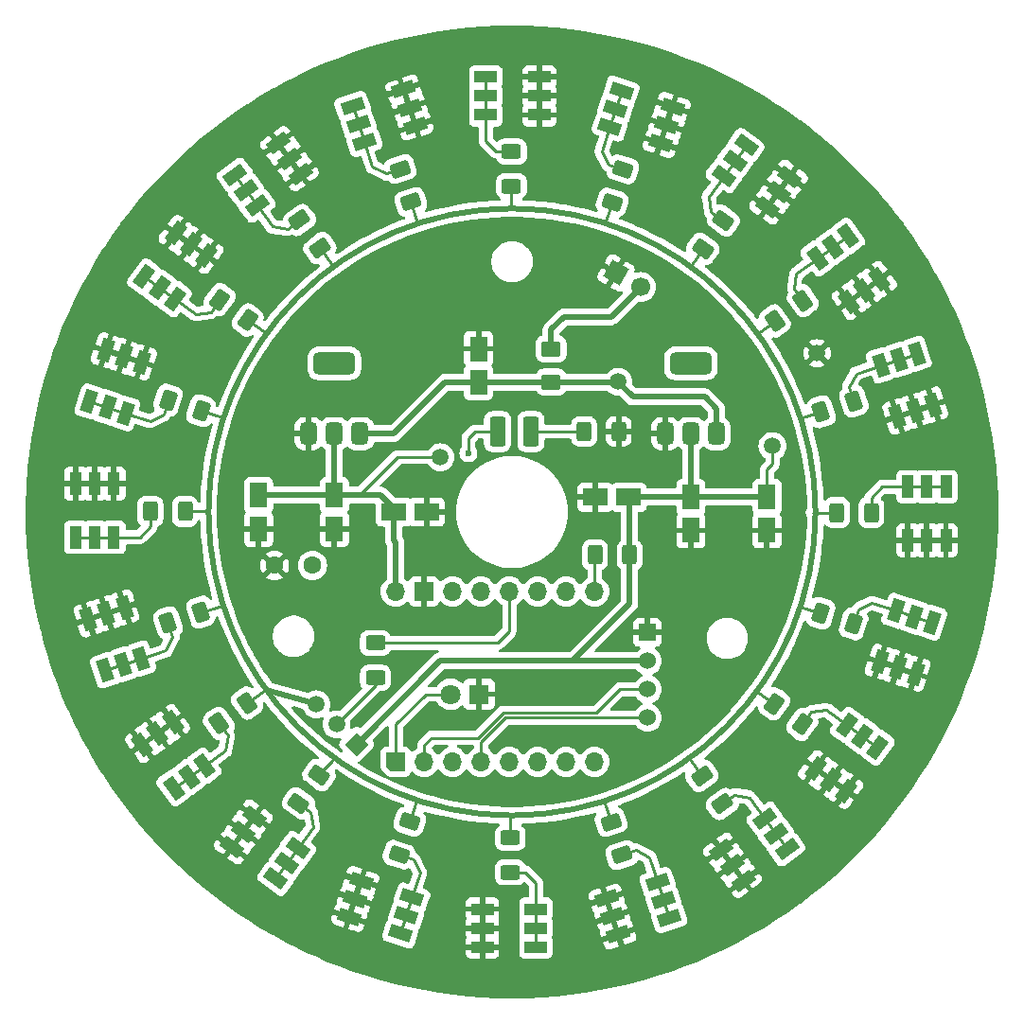
<source format=gbr>
%TF.GenerationSoftware,KiCad,Pcbnew,8.0.4*%
%TF.CreationDate,2024-07-24T16:54:55-04:00*%
%TF.ProjectId,esp32-wroom-table-lights,65737033-322d-4777-926f-6f6d2d746162,rev?*%
%TF.SameCoordinates,Original*%
%TF.FileFunction,Copper,L1,Top*%
%TF.FilePolarity,Positive*%
%FSLAX46Y46*%
G04 Gerber Fmt 4.6, Leading zero omitted, Abs format (unit mm)*
G04 Created by KiCad (PCBNEW 8.0.4) date 2024-07-24 16:54:55*
%MOMM*%
%LPD*%
G01*
G04 APERTURE LIST*
G04 Aperture macros list*
%AMRoundRect*
0 Rectangle with rounded corners*
0 $1 Rounding radius*
0 $2 $3 $4 $5 $6 $7 $8 $9 X,Y pos of 4 corners*
0 Add a 4 corners polygon primitive as box body*
4,1,4,$2,$3,$4,$5,$6,$7,$8,$9,$2,$3,0*
0 Add four circle primitives for the rounded corners*
1,1,$1+$1,$2,$3*
1,1,$1+$1,$4,$5*
1,1,$1+$1,$6,$7*
1,1,$1+$1,$8,$9*
0 Add four rect primitives between the rounded corners*
20,1,$1+$1,$2,$3,$4,$5,0*
20,1,$1+$1,$4,$5,$6,$7,0*
20,1,$1+$1,$6,$7,$8,$9,0*
20,1,$1+$1,$8,$9,$2,$3,0*%
%AMHorizOval*
0 Thick line with rounded ends*
0 $1 width*
0 $2 $3 position (X,Y) of the first rounded end (center of the circle)*
0 $4 $5 position (X,Y) of the second rounded end (center of the circle)*
0 Add line between two ends*
20,1,$1,$2,$3,$4,$5,0*
0 Add two circle primitives to create the rounded ends*
1,1,$1,$2,$3*
1,1,$1,$4,$5*%
%AMRotRect*
0 Rectangle, with rotation*
0 The origin of the aperture is its center*
0 $1 length*
0 $2 width*
0 $3 Rotation angle, in degrees counterclockwise*
0 Add horizontal line*
21,1,$1,$2,0,0,$3*%
%AMOutline5P*
0 Free polygon, 5 corners , with rotation*
0 The origin of the aperture is its center*
0 number of corners: always 5*
0 $1 to $10 corner X, Y*
0 $11 Rotation angle, in degrees counterclockwise*
0 create outline with 5 corners*
4,1,5,$1,$2,$3,$4,$5,$6,$7,$8,$9,$10,$1,$2,$11*%
%AMOutline6P*
0 Free polygon, 6 corners , with rotation*
0 The origin of the aperture is its center*
0 number of corners: always 6*
0 $1 to $12 corner X, Y*
0 $13 Rotation angle, in degrees counterclockwise*
0 create outline with 6 corners*
4,1,6,$1,$2,$3,$4,$5,$6,$7,$8,$9,$10,$11,$12,$1,$2,$13*%
%AMOutline7P*
0 Free polygon, 7 corners , with rotation*
0 The origin of the aperture is its center*
0 number of corners: always 7*
0 $1 to $14 corner X, Y*
0 $15 Rotation angle, in degrees counterclockwise*
0 create outline with 7 corners*
4,1,7,$1,$2,$3,$4,$5,$6,$7,$8,$9,$10,$11,$12,$13,$14,$1,$2,$15*%
%AMOutline8P*
0 Free polygon, 8 corners , with rotation*
0 The origin of the aperture is its center*
0 number of corners: always 8*
0 $1 to $16 corner X, Y*
0 $17 Rotation angle, in degrees counterclockwise*
0 create outline with 8 corners*
4,1,8,$1,$2,$3,$4,$5,$6,$7,$8,$9,$10,$11,$12,$13,$14,$15,$16,$1,$2,$17*%
G04 Aperture macros list end*
%TA.AperFunction,Conductor*%
%ADD10C,0.500000*%
%TD*%
%TA.AperFunction,ComponentPad*%
%ADD11C,1.524000*%
%TD*%
%TA.AperFunction,ComponentPad*%
%ADD12R,1.524000X1.524000*%
%TD*%
%TA.AperFunction,SMDPad,CuDef*%
%ADD13RoundRect,0.250000X0.400000X0.625000X-0.400000X0.625000X-0.400000X-0.625000X0.400000X-0.625000X0*%
%TD*%
%TA.AperFunction,SMDPad,CuDef*%
%ADD14RoundRect,0.250000X-0.400000X-0.625000X0.400000X-0.625000X0.400000X0.625000X-0.400000X0.625000X0*%
%TD*%
%TA.AperFunction,SMDPad,CuDef*%
%ADD15RotRect,1.100000X2.000000X72.000000*%
%TD*%
%TA.AperFunction,SMDPad,CuDef*%
%ADD16RotRect,1.100000X2.000000X288.000000*%
%TD*%
%TA.AperFunction,SMDPad,CuDef*%
%ADD17RoundRect,0.250000X0.270522X-0.690973X0.740750X-0.043759X-0.270522X0.690973X-0.740750X0.043759X0*%
%TD*%
%TA.AperFunction,SMDPad,CuDef*%
%ADD18RoundRect,0.250000X-0.573558X-0.470804X0.187287X-0.718017X0.573558X0.470804X-0.187287X0.718017X0*%
%TD*%
%TA.AperFunction,SMDPad,CuDef*%
%ADD19RoundRect,0.250000X0.740750X0.043759X0.270522X0.690973X-0.740750X-0.043759X-0.270522X-0.690973X0*%
%TD*%
%TA.AperFunction,SMDPad,CuDef*%
%ADD20RotRect,1.100000X2.000000X324.000000*%
%TD*%
%TA.AperFunction,SMDPad,CuDef*%
%ADD21RotRect,1.100000X2.000000X234.000000*%
%TD*%
%TA.AperFunction,SMDPad,CuDef*%
%ADD22RoundRect,0.250000X-0.470804X0.573558X-0.718017X-0.187287X0.470804X-0.573558X0.718017X0.187287X0*%
%TD*%
%TA.AperFunction,SMDPad,CuDef*%
%ADD23R,1.600000X2.200000*%
%TD*%
%TA.AperFunction,SMDPad,CuDef*%
%ADD24R,2.200000X1.600000*%
%TD*%
%TA.AperFunction,SMDPad,CuDef*%
%ADD25C,1.500000*%
%TD*%
%TA.AperFunction,SMDPad,CuDef*%
%ADD26RoundRect,0.250000X-0.718017X0.187287X-0.470804X-0.573558X0.718017X-0.187287X0.470804X0.573558X0*%
%TD*%
%TA.AperFunction,SMDPad,CuDef*%
%ADD27RotRect,1.100000X2.000000X54.000000*%
%TD*%
%TA.AperFunction,SMDPad,CuDef*%
%ADD28RoundRect,0.250000X0.573558X0.470804X-0.187287X0.718017X-0.573558X-0.470804X0.187287X-0.718017X0*%
%TD*%
%TA.AperFunction,SMDPad,CuDef*%
%ADD29RoundRect,0.250000X0.625000X-0.400000X0.625000X0.400000X-0.625000X0.400000X-0.625000X-0.400000X0*%
%TD*%
%TA.AperFunction,ComponentPad*%
%ADD30O,1.700000X1.700000*%
%TD*%
%TA.AperFunction,ComponentPad*%
%ADD31R,1.700000X1.700000*%
%TD*%
%TA.AperFunction,ComponentPad*%
%ADD32Outline5P,-0.850000X0.425000X-0.425000X0.850000X0.850000X0.850000X0.850000X-0.850000X-0.850000X-0.850000X90.000000*%
%TD*%
%TA.AperFunction,SMDPad,CuDef*%
%ADD33RotRect,1.100000X2.000000X216.000000*%
%TD*%
%TA.AperFunction,SMDPad,CuDef*%
%ADD34RotRect,1.100000X2.000000X36.000000*%
%TD*%
%TA.AperFunction,SMDPad,CuDef*%
%ADD35RoundRect,0.250000X0.470804X-0.573558X0.718017X0.187287X-0.470804X0.573558X-0.718017X-0.187287X0*%
%TD*%
%TA.AperFunction,SMDPad,CuDef*%
%ADD36RotRect,1.100000X2.000000X342.000000*%
%TD*%
%TA.AperFunction,SMDPad,CuDef*%
%ADD37RoundRect,0.500000X1.400000X-0.500000X1.400000X0.500000X-1.400000X0.500000X-1.400000X-0.500000X0*%
%TD*%
%TA.AperFunction,SMDPad,CuDef*%
%ADD38RoundRect,0.375000X0.375000X-0.625000X0.375000X0.625000X-0.375000X0.625000X-0.375000X-0.625000X0*%
%TD*%
%TA.AperFunction,SMDPad,CuDef*%
%ADD39RoundRect,0.250000X0.187287X0.718017X-0.573558X0.470804X-0.187287X-0.718017X0.573558X-0.470804X0*%
%TD*%
%TA.AperFunction,SMDPad,CuDef*%
%ADD40RoundRect,0.250000X0.690973X0.270522X0.043759X0.740750X-0.690973X-0.270522X-0.043759X-0.740750X0*%
%TD*%
%TA.AperFunction,SMDPad,CuDef*%
%ADD41RoundRect,0.250000X-0.690973X-0.270522X-0.043759X-0.740750X0.690973X0.270522X0.043759X0.740750X0*%
%TD*%
%TA.AperFunction,SMDPad,CuDef*%
%ADD42RotRect,1.100000X2.000000X252.000000*%
%TD*%
%TA.AperFunction,SMDPad,CuDef*%
%ADD43RotRect,1.100000X2.000000X144.000000*%
%TD*%
%TA.AperFunction,SMDPad,CuDef*%
%ADD44RotRect,1.100000X2.000000X162.000000*%
%TD*%
%TA.AperFunction,SMDPad,CuDef*%
%ADD45RoundRect,0.250000X0.043759X-0.740750X0.690973X-0.270522X-0.043759X0.740750X-0.690973X0.270522X0*%
%TD*%
%TA.AperFunction,SMDPad,CuDef*%
%ADD46RoundRect,0.250001X0.462499X1.074999X-0.462499X1.074999X-0.462499X-1.074999X0.462499X-1.074999X0*%
%TD*%
%TA.AperFunction,SMDPad,CuDef*%
%ADD47RoundRect,0.250001X0.624999X-0.462499X0.624999X0.462499X-0.624999X0.462499X-0.624999X-0.462499X0*%
%TD*%
%TA.AperFunction,SMDPad,CuDef*%
%ADD48R,1.100000X2.000000*%
%TD*%
%TA.AperFunction,SMDPad,CuDef*%
%ADD49RoundRect,0.250000X-0.625000X0.400000X-0.625000X-0.400000X0.625000X-0.400000X0.625000X0.400000X0*%
%TD*%
%TA.AperFunction,SMDPad,CuDef*%
%ADD50RotRect,1.100000X2.000000X108.000000*%
%TD*%
%TA.AperFunction,ComponentPad*%
%ADD51HorizOval,1.700000X0.000000X0.000000X0.000000X0.000000X0*%
%TD*%
%TA.AperFunction,ComponentPad*%
%ADD52RotRect,1.700000X1.700000X60.000000*%
%TD*%
%TA.AperFunction,SMDPad,CuDef*%
%ADD53RoundRect,0.250000X-0.187287X-0.718017X0.573558X-0.470804X0.187287X0.718017X-0.573558X0.470804X0*%
%TD*%
%TA.AperFunction,SMDPad,CuDef*%
%ADD54RotRect,1.100000X2.000000X18.000000*%
%TD*%
%TA.AperFunction,SMDPad,CuDef*%
%ADD55R,2.000000X1.100000*%
%TD*%
%TA.AperFunction,SMDPad,CuDef*%
%ADD56RotRect,1.100000X2.000000X198.000000*%
%TD*%
%TA.AperFunction,SMDPad,CuDef*%
%ADD57RoundRect,0.250000X0.718017X-0.187287X0.470804X0.573558X-0.718017X0.187287X-0.470804X-0.573558X0*%
%TD*%
%TA.AperFunction,SMDPad,CuDef*%
%ADD58RotRect,1.100000X2.000000X126.000000*%
%TD*%
%TA.AperFunction,SMDPad,CuDef*%
%ADD59RoundRect,0.250000X-0.270522X0.690973X-0.740750X0.043759X0.270522X-0.690973X0.740750X-0.043759X0*%
%TD*%
%TA.AperFunction,SMDPad,CuDef*%
%ADD60RoundRect,0.250000X-0.740750X-0.043759X-0.270522X-0.690973X0.740750X0.043759X0.270522X0.690973X0*%
%TD*%
%TA.AperFunction,SMDPad,CuDef*%
%ADD61RotRect,1.100000X2.000000X306.000000*%
%TD*%
%TA.AperFunction,ComponentPad*%
%ADD62C,1.500000*%
%TD*%
%TA.AperFunction,ComponentPad*%
%ADD63RotRect,1.500000X1.500000X135.000000*%
%TD*%
%TA.AperFunction,SMDPad,CuDef*%
%ADD64RoundRect,0.250000X-0.043759X0.740750X-0.690973X0.270522X0.043759X-0.740750X0.690973X-0.270522X0*%
%TD*%
%TA.AperFunction,ComponentPad*%
%ADD65C,1.600000*%
%TD*%
%TA.AperFunction,ComponentPad*%
%ADD66C,1.800000*%
%TD*%
%TA.AperFunction,ComponentPad*%
%ADD67R,1.800000X1.800000*%
%TD*%
%TA.AperFunction,ViaPad*%
%ADD68C,0.800000*%
%TD*%
%TA.AperFunction,ViaPad*%
%ADD69C,0.600000*%
%TD*%
%TA.AperFunction,Conductor*%
%ADD70C,0.250000*%
%TD*%
G04 APERTURE END LIST*
D10*
%TO.N,LED_RING*%
X227250046Y-99700000D02*
G75*
G02*
X172949954Y-99700000I-27150046J0D01*
G01*
X172949954Y-99700000D02*
G75*
G02*
X227250046Y-99700000I27150046J0D01*
G01*
X182650000Y-116875000D02*
X178050000Y-115650000D01*
%TD*%
D11*
%TO.P,J1,Vcc,VCC*%
%TO.N,+3V3*%
X212225000Y-113020000D03*
%TO.P,J1,SDA,SDA*%
%TO.N,/SDA*%
X212225000Y-115560000D03*
%TO.P,J1,SCL,SCL*%
%TO.N,/SCK*%
X212225000Y-118100000D03*
D12*
%TO.P,J1,GND,GND*%
%TO.N,GND*%
X212225000Y-110480000D03*
%TD*%
D13*
%TO.P,R3,2*%
%TO.N,LED_RING*%
X229150000Y-99750000D03*
%TO.P,R3,1*%
%TO.N,Net-(D5-AB)*%
X232250000Y-99750000D03*
%TD*%
D14*
%TO.P,R3,2*%
%TO.N,LED_RING*%
X170850000Y-99650000D03*
%TO.P,R3,1*%
%TO.N,Net-(D5-AB)*%
X167750000Y-99650000D03*
%TD*%
D15*
%TO.P,D5,6,KR*%
%TO.N,GND*%
X214452136Y-63472874D03*
%TO.P,D5,5,AG*%
X213926807Y-65089670D03*
%TO.P,D5,4,KR*%
X213401478Y-66706466D03*
%TO.P,D5,3,AR*%
%TO.N,Net-(D5-AB)*%
X208836406Y-65223184D03*
%TO.P,D5,2,KB*%
X209361735Y-63606388D03*
%TO.P,D5,1,AB*%
X209887064Y-61989592D03*
%TD*%
D16*
%TO.P,D5,6,KR*%
%TO.N,GND*%
X209601747Y-137503113D03*
%TO.P,D5,5,AG*%
X209076418Y-135886317D03*
%TO.P,D5,4,KR*%
X208551089Y-134269521D03*
%TO.P,D5,3,AR*%
%TO.N,Net-(D5-AB)*%
X213116161Y-132786239D03*
%TO.P,D5,2,KB*%
X213641490Y-134403035D03*
%TO.P,D5,1,AB*%
X214166819Y-136019831D03*
%TD*%
D17*
%TO.P,R3,2*%
%TO.N,LED_RING*%
X182825609Y-123253456D03*
%TO.P,R3,1*%
%TO.N,Net-(D5-AB)*%
X181003475Y-125761408D03*
%TD*%
D18*
%TO.P,R3,2*%
%TO.N,LED_RING*%
X172292154Y-90644601D03*
%TO.P,R3,1*%
%TO.N,Net-(D5-AB)*%
X169343878Y-89686649D03*
%TD*%
D19*
%TO.P,R3,2*%
%TO.N,LED_RING*%
X217093489Y-123312235D03*
%TO.P,R3,1*%
%TO.N,Net-(D5-AB)*%
X218915623Y-125820187D03*
%TD*%
D20*
%TO.P,D5,6,KR*%
%TO.N,GND*%
X229988089Y-124639596D03*
%TO.P,D5,5,AG*%
X228612760Y-123640361D03*
%TO.P,D5,4,KR*%
X227237432Y-122641126D03*
%TO.P,D5,3,AR*%
%TO.N,Net-(D5-AB)*%
X230058801Y-118757844D03*
%TO.P,D5,2,KB*%
X231434130Y-119757079D03*
%TO.P,D5,1,AB*%
X232809458Y-120756314D03*
%TD*%
D21*
%TO.P,D5,6,KR*%
%TO.N,GND*%
X175060404Y-129688089D03*
%TO.P,D5,5,AG*%
X176059639Y-128312760D03*
%TO.P,D5,4,KR*%
X177058874Y-126937432D03*
%TO.P,D5,3,AR*%
%TO.N,Net-(D5-AB)*%
X180942156Y-129758801D03*
%TO.P,D5,2,KB*%
X179942921Y-131134130D03*
%TO.P,D5,1,AB*%
X178943686Y-132509458D03*
%TD*%
D22*
%TO.P,R3,2*%
%TO.N,LED_RING*%
X209055399Y-71992154D03*
%TO.P,R3,1*%
%TO.N,Net-(D5-AB)*%
X210013351Y-69043878D03*
%TD*%
D23*
%TO.P,C8,2*%
%TO.N,GND*%
X197100000Y-85100000D03*
%TO.P,C8,1*%
%TO.N,/Power Supply/VIN*%
X197100000Y-88100000D03*
%TD*%
D24*
%TO.P,C10,2*%
%TO.N,GND*%
X192500000Y-99700000D03*
%TO.P,C10,1*%
%TO.N,+5V*%
X189500000Y-99700000D03*
%TD*%
D25*
%TO.P,TP8,1,1*%
%TO.N,+5V*%
X193700000Y-94800000D03*
%TD*%
%TO.P,TP7,1,1*%
%TO.N,+3V3*%
X223400000Y-93800000D03*
%TD*%
D26*
%TO.P,R3,2*%
%TO.N,LED_RING*%
X191039707Y-71961252D03*
%TO.P,R3,1*%
%TO.N,Net-(D5-AB)*%
X190081755Y-69012976D03*
%TD*%
D27*
%TO.P,D5,6,KR*%
%TO.N,GND*%
X224939596Y-69711911D03*
%TO.P,D5,5,AG*%
X223940361Y-71087240D03*
%TO.P,D5,4,KR*%
X222941126Y-72462568D03*
%TO.P,D5,3,AR*%
%TO.N,Net-(D5-AB)*%
X219057844Y-69641199D03*
%TO.P,D5,2,KB*%
X220057079Y-68265870D03*
%TO.P,D5,1,AB*%
X221056314Y-66890542D03*
%TD*%
D25*
%TO.P,TP5,1,1*%
%TO.N,/Power Supply/VIN*%
X209600000Y-88050000D03*
%TD*%
%TO.P,TP6,1,1*%
%TO.N,GND*%
X227400000Y-85500000D03*
%TD*%
D28*
%TO.P,R3,2*%
%TO.N,LED_RING*%
X227707846Y-108755399D03*
%TO.P,R3,1*%
%TO.N,Net-(D5-AB)*%
X230656122Y-109713351D03*
%TD*%
D23*
%TO.P,C11,2*%
%TO.N,GND*%
X222900000Y-101350000D03*
%TO.P,C11,1*%
%TO.N,+3V3*%
X222900000Y-98350000D03*
%TD*%
D29*
%TO.P,R3,2*%
%TO.N,LED_RING*%
X199950000Y-128850000D03*
%TO.P,R3,1*%
%TO.N,Net-(D5-AB)*%
X199950000Y-131950000D03*
%TD*%
D30*
%TO.P,U4,16,5V*%
%TO.N,+5V*%
X189700000Y-106800000D03*
D31*
%TO.P,U4,15,GND*%
%TO.N,GND*%
X192240000Y-106800000D03*
D30*
%TO.P,U4,14,3V3*%
%TO.N,Net-(D6-A)*%
X194780000Y-106800000D03*
%TO.P,U4,13,GPIO4_D2*%
%TO.N,unconnected-(U4-GPIO4_D2-Pad13)*%
X197320000Y-106800000D03*
%TO.P,U4,12,GPIO3_D1*%
%TO.N,GPIO3*%
X199860000Y-106800000D03*
%TO.P,U4,11,GPIO2_D0*%
%TO.N,GPIO2*%
X202400000Y-106800000D03*
%TO.P,U4,10,GPIO1_ADC1*%
%TO.N,unconnected-(U4-GPIO1_ADC1-Pad10)*%
X204940000Y-106800000D03*
%TO.P,U4,9,GPIO0_ADC0*%
%TO.N,ADC0*%
X207480000Y-106800000D03*
%TO.P,U4,8,GPIO21_Tx*%
%TO.N,unconnected-(U4-GPIO21_Tx-Pad8)*%
X207480000Y-122040000D03*
%TO.P,U4,7,GPIO20_Rx*%
%TO.N,unconnected-(U4-GPIO20_Rx-Pad7)*%
X204940001Y-122040000D03*
%TO.P,U4,6,GPIO_MOSI*%
%TO.N,unconnected-(U4-GPIO_MOSI-Pad6)*%
X202400000Y-122040000D03*
%TO.P,U4,5,GPIO9_MISO*%
%TO.N,GPIO9*%
X199860000Y-122040000D03*
%TO.P,U4,4,GPIO8_SCK*%
%TO.N,/SCK*%
X197320000Y-122040000D03*
%TO.P,U4,3,GPIO7_SCL*%
%TO.N,unconnected-(U4-GPIO7_SCL-Pad3)*%
X194780000Y-122040000D03*
%TO.P,U4,2,GPIO6_SDA*%
%TO.N,/SDA*%
X192239999Y-122040000D03*
D32*
%TO.P,U4,1,GPIO5*%
%TO.N,GPIO5*%
X189700000Y-122040000D03*
%TD*%
D33*
%TO.P,D5,6,KR*%
%TO.N,GND*%
X167014207Y-120513609D03*
%TO.P,D5,5,AG*%
X168389535Y-119514374D03*
%TO.P,D5,4,KR*%
X169764864Y-118515139D03*
%TO.P,D5,3,AR*%
%TO.N,Net-(D5-AB)*%
X172586233Y-122398421D03*
%TO.P,D5,2,KB*%
X171210905Y-123397656D03*
%TO.P,D5,1,AB*%
X169835576Y-124396891D03*
%TD*%
D34*
%TO.P,D5,6,KR*%
%TO.N,GND*%
X232985793Y-78886391D03*
%TO.P,D5,5,AG*%
X231610465Y-79885626D03*
%TO.P,D5,4,KR*%
X230235136Y-80884861D03*
%TO.P,D5,3,AR*%
%TO.N,Net-(D5-AB)*%
X227413767Y-77001579D03*
%TO.P,D5,2,KB*%
X228789095Y-76002344D03*
%TO.P,D5,1,AB*%
X230164424Y-75003109D03*
%TD*%
D35*
%TO.P,R3,2*%
%TO.N,LED_RING*%
X190944601Y-127407846D03*
%TO.P,R3,1*%
%TO.N,Net-(D5-AB)*%
X189986649Y-130356122D03*
%TD*%
D36*
%TO.P,D5,6,KR*%
%TO.N,GND*%
X236227126Y-114152136D03*
%TO.P,D5,5,AG*%
X234610330Y-113626807D03*
%TO.P,D5,4,KR*%
X232993534Y-113101478D03*
%TO.P,D5,3,AR*%
%TO.N,Net-(D5-AB)*%
X234476816Y-108536406D03*
%TO.P,D5,2,KB*%
X236093612Y-109061735D03*
%TO.P,D5,1,AB*%
X237710408Y-109587064D03*
%TD*%
D37*
%TO.P,U5,4*%
%TO.N,N/C*%
X216100000Y-86400000D03*
D38*
%TO.P,U5,3,VI*%
%TO.N,/Power Supply/VIN*%
X218400000Y-92700000D03*
%TO.P,U5,2,VO*%
%TO.N,+3V3*%
X216100000Y-92700000D03*
%TO.P,U5,1,ADJ*%
%TO.N,GND*%
X213800000Y-92700000D03*
%TD*%
D39*
%TO.P,R3,2*%
%TO.N,LED_RING*%
X227738748Y-90739707D03*
%TO.P,R3,1*%
%TO.N,Net-(D5-AB)*%
X230687024Y-89781755D03*
%TD*%
D40*
%TO.P,R3,2*%
%TO.N,LED_RING*%
X223553456Y-116874391D03*
%TO.P,R3,1*%
%TO.N,Net-(D5-AB)*%
X226061408Y-118696525D03*
%TD*%
D41*
%TO.P,R3,2*%
%TO.N,LED_RING*%
X176446544Y-82525609D03*
%TO.P,R3,1*%
%TO.N,Net-(D5-AB)*%
X173938592Y-80703475D03*
%TD*%
D42*
%TO.P,D5,6,KR*%
%TO.N,GND*%
X185547864Y-135927126D03*
%TO.P,D5,5,AG*%
X186073193Y-134310330D03*
%TO.P,D5,4,KR*%
X186598522Y-132693534D03*
%TO.P,D5,3,AR*%
%TO.N,Net-(D5-AB)*%
X191163594Y-134176816D03*
%TO.P,D5,2,KB*%
X190638265Y-135793612D03*
%TO.P,D5,1,AB*%
X190112936Y-137410408D03*
%TD*%
D43*
%TO.P,D5,6,KR*%
%TO.N,GND*%
X170011911Y-74760404D03*
%TO.P,D5,5,AG*%
X171387240Y-75759639D03*
%TO.P,D5,4,KR*%
X172762568Y-76758874D03*
%TO.P,D5,3,AR*%
%TO.N,Net-(D5-AB)*%
X169941199Y-80642156D03*
%TO.P,D5,2,KB*%
X168565870Y-79642921D03*
%TO.P,D5,1,AB*%
X167190542Y-78643686D03*
%TD*%
D44*
%TO.P,D5,6,KR*%
%TO.N,GND*%
X163772874Y-85247864D03*
%TO.P,D5,5,AG*%
X165389670Y-85773193D03*
%TO.P,D5,4,KR*%
X167006466Y-86298522D03*
%TO.P,D5,3,AR*%
%TO.N,Net-(D5-AB)*%
X165523184Y-90863594D03*
%TO.P,D5,2,KB*%
X163906388Y-90338265D03*
%TO.P,D5,1,AB*%
X162289592Y-89812936D03*
%TD*%
D13*
%TO.P,R8,2*%
%TO.N,ADC0*%
X207525000Y-103550000D03*
%TO.P,R8,1*%
%TO.N,+3V3*%
X210625000Y-103550000D03*
%TD*%
D45*
%TO.P,R3,2*%
%TO.N,LED_RING*%
X176387765Y-116793489D03*
%TO.P,R3,1*%
%TO.N,Net-(D5-AB)*%
X173879813Y-118615623D03*
%TD*%
D23*
%TO.P,C14,2*%
%TO.N,GND*%
X184212500Y-101200000D03*
%TO.P,C14,1*%
%TO.N,+5V*%
X184212500Y-98200000D03*
%TD*%
D46*
%TO.P,D6,2,A*%
%TO.N,Net-(D6-A)*%
X198812500Y-92500000D03*
%TO.P,D6,1,K*%
%TO.N,Net-(D6-K)*%
X201787500Y-92500000D03*
%TD*%
D47*
%TO.P,D7,2,A*%
%TO.N,/Power Supply/VDC*%
X203600000Y-85112500D03*
%TO.P,D7,1,K*%
%TO.N,/Power Supply/VIN*%
X203600000Y-88087500D03*
%TD*%
D23*
%TO.P,C9,2*%
%TO.N,GND*%
X216100000Y-101350000D03*
%TO.P,C9,1*%
%TO.N,+3V3*%
X216100000Y-98350000D03*
%TD*%
D29*
%TO.P,R6,2*%
%TO.N,GPIO3*%
X187875000Y-111425000D03*
%TO.P,R6,1*%
%TO.N,Net-(Q1-B)*%
X187875000Y-114525000D03*
%TD*%
D24*
%TO.P,C13,2*%
%TO.N,GND*%
X207550000Y-98375000D03*
%TO.P,C13,1*%
%TO.N,+3V3*%
X210550000Y-98375000D03*
%TD*%
D48*
%TO.P,D5,6,KR*%
%TO.N,GND*%
X161080000Y-97150000D03*
%TO.P,D5,5,AG*%
X162780000Y-97150000D03*
%TO.P,D5,4,KR*%
X164480000Y-97150000D03*
%TO.P,D5,3,AR*%
%TO.N,Net-(D5-AB)*%
X164480000Y-101950000D03*
%TO.P,D5,2,KB*%
X162780000Y-101950000D03*
%TO.P,D5,1,AB*%
X161080000Y-101950000D03*
%TD*%
D49*
%TO.P,R3,2*%
%TO.N,LED_RING*%
X200050000Y-70550000D03*
%TO.P,R3,1*%
%TO.N,Net-(D5-AB)*%
X200050000Y-67450000D03*
%TD*%
D48*
%TO.P,D5,6,KR*%
%TO.N,GND*%
X238920000Y-102250000D03*
%TO.P,D5,5,AG*%
X237220000Y-102250000D03*
%TO.P,D5,4,KR*%
X235520000Y-102250000D03*
%TO.P,D5,3,AR*%
%TO.N,Net-(D5-AB)*%
X235520000Y-97450000D03*
%TO.P,D5,2,KB*%
X237220000Y-97450000D03*
%TO.P,D5,1,AB*%
X238920000Y-97450000D03*
%TD*%
D50*
%TO.P,D5,6,KR*%
%TO.N,GND*%
X190398253Y-61896887D03*
%TO.P,D5,5,AG*%
X190923582Y-63513683D03*
%TO.P,D5,4,KR*%
X191448911Y-65130479D03*
%TO.P,D5,3,AR*%
%TO.N,Net-(D5-AB)*%
X186883839Y-66613761D03*
%TO.P,D5,2,KB*%
X186358510Y-64996965D03*
%TO.P,D5,1,AB*%
X185833181Y-63380169D03*
%TD*%
D51*
%TO.P,J3,2,Pin_2*%
%TO.N,/Power Supply/VDC*%
X211603654Y-79573948D03*
D52*
%TO.P,J3,1,Pin_1*%
%TO.N,GND*%
X209403949Y-78303948D03*
%TD*%
D53*
%TO.P,R3,2*%
%TO.N,LED_RING*%
X172261252Y-108660293D03*
%TO.P,R3,1*%
%TO.N,Net-(D5-AB)*%
X169312976Y-109618245D03*
%TD*%
D54*
%TO.P,D5,6,KR*%
%TO.N,GND*%
X237803113Y-90098253D03*
%TO.P,D5,5,AG*%
X236186317Y-90623582D03*
%TO.P,D5,4,KR*%
X234569521Y-91148911D03*
%TO.P,D5,3,AR*%
%TO.N,Net-(D5-AB)*%
X233086239Y-86583839D03*
%TO.P,D5,2,KB*%
X234703035Y-86058510D03*
%TO.P,D5,1,AB*%
X236319831Y-85533181D03*
%TD*%
D55*
%TO.P,D5,6,KR*%
%TO.N,GND*%
X197450000Y-138620000D03*
%TO.P,D5,5,AG*%
X197450000Y-136920000D03*
%TO.P,D5,4,KR*%
X197450000Y-135220000D03*
%TO.P,D5,3,AR*%
%TO.N,Net-(D5-AB)*%
X202250000Y-135220000D03*
%TO.P,D5,2,KB*%
X202250000Y-136920000D03*
%TO.P,D5,1,AB*%
X202250000Y-138620000D03*
%TD*%
D23*
%TO.P,C12,2*%
%TO.N,GND*%
X177425000Y-101200000D03*
%TO.P,C12,1*%
%TO.N,+5V*%
X177425000Y-98200000D03*
%TD*%
D56*
%TO.P,D5,6,KR*%
%TO.N,GND*%
X162196887Y-109301747D03*
%TO.P,D5,5,AG*%
X163813683Y-108776418D03*
%TO.P,D5,4,KR*%
X165430479Y-108251089D03*
%TO.P,D5,3,AR*%
%TO.N,Net-(D5-AB)*%
X166913761Y-112816161D03*
%TO.P,D5,2,KB*%
X165296965Y-113341490D03*
%TO.P,D5,1,AB*%
X163680169Y-113866819D03*
%TD*%
D37*
%TO.P,U6,4*%
%TO.N,N/C*%
X184200000Y-86400000D03*
D38*
%TO.P,U6,3,VI*%
%TO.N,/Power Supply/VIN*%
X186500000Y-92700000D03*
%TO.P,U6,2,VO*%
%TO.N,+5V*%
X184200000Y-92700000D03*
%TO.P,U6,1,ADJ*%
%TO.N,GND*%
X181900000Y-92700000D03*
%TD*%
D57*
%TO.P,R3,2*%
%TO.N,LED_RING*%
X208960293Y-127438748D03*
%TO.P,R3,1*%
%TO.N,Net-(D5-AB)*%
X209918245Y-130387024D03*
%TD*%
D58*
%TO.P,D5,6,KR*%
%TO.N,GND*%
X179186391Y-66714207D03*
%TO.P,D5,5,AG*%
X180185626Y-68089535D03*
%TO.P,D5,4,KR*%
X181184861Y-69464864D03*
%TO.P,D5,3,AR*%
%TO.N,Net-(D5-AB)*%
X177301579Y-72286233D03*
%TO.P,D5,2,KB*%
X176302344Y-70910905D03*
%TO.P,D5,1,AB*%
X175303109Y-69535576D03*
%TD*%
D13*
%TO.P,R5,2*%
%TO.N,Net-(D6-K)*%
X206550000Y-92500000D03*
%TO.P,R5,1*%
%TO.N,GND*%
X209650000Y-92500000D03*
%TD*%
D59*
%TO.P,R3,2*%
%TO.N,LED_RING*%
X217174391Y-76146544D03*
%TO.P,R3,1*%
%TO.N,Net-(D5-AB)*%
X218996525Y-73638592D03*
%TD*%
D60*
%TO.P,R3,2*%
%TO.N,LED_RING*%
X182906511Y-76087765D03*
%TO.P,R3,1*%
%TO.N,Net-(D5-AB)*%
X181084377Y-73579813D03*
%TD*%
D55*
%TO.P,D5,6,KR*%
%TO.N,GND*%
X202550000Y-60780000D03*
%TO.P,D5,5,AG*%
X202550000Y-62480000D03*
%TO.P,D5,4,KR*%
X202550000Y-64180000D03*
%TO.P,D5,3,AR*%
%TO.N,Net-(D5-AB)*%
X197750000Y-64180000D03*
%TO.P,D5,2,KB*%
X197750000Y-62480000D03*
%TO.P,D5,1,AB*%
X197750000Y-60780000D03*
%TD*%
D61*
%TO.P,D5,6,KR*%
%TO.N,GND*%
X220813609Y-132685793D03*
%TO.P,D5,5,AG*%
X219814374Y-131310465D03*
%TO.P,D5,4,KR*%
X218815139Y-129935136D03*
%TO.P,D5,3,AR*%
%TO.N,Net-(D5-AB)*%
X222698421Y-127113767D03*
%TO.P,D5,2,KB*%
X223697656Y-128489095D03*
%TO.P,D5,1,AB*%
X224696891Y-129864424D03*
%TD*%
D62*
%TO.P,Q1,3,E*%
%TO.N,LED_RING*%
X182603949Y-116903949D03*
%TO.P,Q1,2,B*%
%TO.N,Net-(Q1-B)*%
X184400000Y-118700000D03*
D63*
%TO.P,Q1,1,C*%
%TO.N,+3V3*%
X186196051Y-120496051D03*
%TD*%
D64*
%TO.P,R3,2*%
%TO.N,LED_RING*%
X223612235Y-82606511D03*
%TO.P,R3,1*%
%TO.N,Net-(D5-AB)*%
X226120187Y-80784377D03*
%TD*%
D65*
%TO.P,R7,2*%
%TO.N,GND*%
X178850000Y-104475000D03*
%TO.P,R7,1*%
%TO.N,ADC0*%
X182250000Y-104475000D03*
%TD*%
D66*
%TO.P,D8,2*%
%TO.N,GPIO5*%
X194610000Y-116000000D03*
D67*
%TO.P,D8,1*%
%TO.N,GND*%
X197150000Y-116000000D03*
%TD*%
D68*
%TO.N,GND*%
X199800000Y-141600000D03*
X172422711Y-85597053D03*
X158100000Y-99500000D03*
X204890849Y-69114389D03*
X230600000Y-94900000D03*
X231968705Y-126786010D03*
X173372501Y-73061188D03*
X178876795Y-135886464D03*
X182474425Y-83144813D03*
X173220408Y-67474180D03*
X230585611Y-104590849D03*
X241228715Y-107172820D03*
X178130490Y-77765449D03*
X192527180Y-140928715D03*
X166436635Y-116792411D03*
X221869510Y-121634551D03*
X194100000Y-136900000D03*
X207472820Y-58471285D03*
X163813536Y-78576795D03*
X178065449Y-121569510D03*
X182907589Y-66136635D03*
X166443898Y-82593334D03*
X204800000Y-130300000D03*
X221123205Y-63513536D03*
X237200000Y-105600000D03*
X227086010Y-67731295D03*
X163613536Y-120476795D03*
X214142705Y-139141525D03*
X217092411Y-133263365D03*
X226779592Y-131925820D03*
X162800000Y-93800000D03*
X239304717Y-114218583D03*
X168031295Y-72613990D03*
X172913990Y-131668705D03*
X214518583Y-60395283D03*
X220776795Y-136086464D03*
X185857295Y-60258475D03*
X200200000Y-57800000D03*
X226627499Y-126338812D03*
X237202503Y-93815801D03*
X236186464Y-120823205D03*
X205884199Y-136902503D03*
X185979009Y-72080952D03*
X158771285Y-92227180D03*
X207078897Y-140998174D03*
X232225820Y-72920408D03*
X195200000Y-69100000D03*
X214102947Y-72122711D03*
X160558475Y-113842705D03*
X169400000Y-104500000D03*
X227577289Y-113802947D03*
X185897053Y-127277289D03*
X192921103Y-58401826D03*
X160695283Y-85181417D03*
X169414389Y-94809151D03*
X233563365Y-82607589D03*
X182893334Y-133256102D03*
X195109151Y-130285611D03*
X172380952Y-113720991D03*
X193100000Y-76600000D03*
X185481417Y-139004717D03*
X179223205Y-63313536D03*
X167774180Y-126479592D03*
X217106666Y-66143898D03*
X162797497Y-105584199D03*
X194115801Y-62497497D03*
X185615456Y-80353039D03*
X214020991Y-127319048D03*
X241900000Y-99900000D03*
X205900000Y-62500000D03*
X239441525Y-85557295D03*
X173361188Y-126327499D03*
X233556102Y-116806666D03*
X189193554Y-78149113D03*
X158701826Y-106778897D03*
X226638812Y-73072501D03*
X227619048Y-85679009D03*
X241298174Y-92621103D03*
X236386464Y-78923205D03*
X221934551Y-77830490D03*
D69*
%TO.N,Net-(D6-A)*%
X196200000Y-94450000D03*
%TD*%
D70*
%TO.N,/SDA*%
X197063604Y-119900000D02*
X199313604Y-117650000D01*
X192900000Y-119900000D02*
X197063604Y-119900000D01*
X192239999Y-122040000D02*
X192239999Y-120560001D01*
X207650000Y-117650000D02*
X209740000Y-115560000D01*
X192239999Y-120560001D02*
X192900000Y-119900000D01*
X199313604Y-117650000D02*
X207650000Y-117650000D01*
X209740000Y-115560000D02*
X212200000Y-115560000D01*
D10*
%TO.N,/Power Supply/VIN*%
X217350000Y-89400000D02*
X218400000Y-90450000D01*
X203600000Y-88087500D02*
X197112500Y-88087500D01*
X194112500Y-88087500D02*
X189500000Y-92700000D01*
X197112500Y-88087500D02*
X194112500Y-88087500D01*
X218400000Y-90450000D02*
X218400000Y-92700000D01*
D70*
X197112500Y-88087500D02*
X197100000Y-88100000D01*
D10*
X189500000Y-92700000D02*
X186500000Y-92700000D01*
X210900000Y-89400000D02*
X217350000Y-89400000D01*
X209587500Y-88087500D02*
X210900000Y-89400000D01*
X203600000Y-88087500D02*
X209587500Y-88087500D01*
%TO.N,+3V3*%
X193672102Y-113020000D02*
X186196051Y-120496051D01*
X205500000Y-113020000D02*
X193672102Y-113020000D01*
X210550000Y-98375000D02*
X210550000Y-98650000D01*
D70*
X223400000Y-95400000D02*
X222900000Y-95900000D01*
D10*
X216100000Y-92700000D02*
X216100000Y-98350000D01*
X210625000Y-107895000D02*
X205500000Y-113020000D01*
D70*
X223400000Y-93800000D02*
X223400000Y-95400000D01*
D10*
X210625000Y-98725000D02*
X210625000Y-103550000D01*
X210550000Y-98650000D02*
X210625000Y-98725000D01*
X212200000Y-113020000D02*
X205500000Y-113020000D01*
X210625000Y-103550000D02*
X210625000Y-107895000D01*
X216100000Y-98350000D02*
X210575000Y-98350000D01*
X210575000Y-98350000D02*
X210550000Y-98375000D01*
D70*
X222900000Y-95900000D02*
X222900000Y-98350000D01*
D10*
X216100000Y-98350000D02*
X222900000Y-98350000D01*
%TO.N,+5V*%
X189700000Y-102400000D02*
X189700000Y-106800000D01*
X184212500Y-98200000D02*
X186450000Y-98200000D01*
X186450000Y-98200000D02*
X188350000Y-98200000D01*
X177425000Y-98200000D02*
X184212500Y-98200000D01*
X189500000Y-99700000D02*
X189500000Y-102200000D01*
D70*
X193700000Y-94800000D02*
X189850000Y-94800000D01*
D10*
X188350000Y-98200000D02*
X189500000Y-99350000D01*
X184200000Y-92700000D02*
X184200000Y-98187500D01*
X184200000Y-98187500D02*
X184212500Y-98200000D01*
D70*
X189850000Y-94800000D02*
X186450000Y-98200000D01*
D10*
X189500000Y-99350000D02*
X189500000Y-99700000D01*
X189500000Y-102200000D02*
X189700000Y-102400000D01*
%TO.N,/Power Supply/VDC*%
X203600000Y-85112500D02*
X203600000Y-83400000D01*
X208970155Y-82229845D02*
X211603654Y-79596346D01*
X204770155Y-82229845D02*
X208970155Y-82229845D01*
X203600000Y-83400000D02*
X204770155Y-82229845D01*
X211603654Y-79596346D02*
X211603654Y-79573948D01*
D70*
%TO.N,GPIO3*%
X187875000Y-111425000D02*
X198800000Y-111425000D01*
X199860000Y-110365000D02*
X199860000Y-106800000D01*
X198800000Y-111425000D02*
X199860000Y-110365000D01*
%TO.N,/SCK*%
X197320000Y-122040000D02*
X197320000Y-120280000D01*
X199500000Y-118100000D02*
X212200000Y-118100000D01*
X197320000Y-120280000D02*
X199500000Y-118100000D01*
%TO.N,GPIO5*%
X192400000Y-116000000D02*
X194610000Y-116000000D01*
X189700000Y-118700000D02*
X192400000Y-116000000D01*
X189700000Y-122040000D02*
X189700000Y-118700000D01*
%TO.N,ADC0*%
X207480000Y-106800000D02*
X207480000Y-103595000D01*
X207480000Y-103595000D02*
X207525000Y-103550000D01*
%TO.N,Net-(D5-AB)*%
X227413767Y-77001580D02*
X225536848Y-78365242D01*
X208729425Y-68626705D02*
X210013351Y-69043878D01*
X188797828Y-69430149D02*
X190081754Y-69012976D01*
X236319831Y-85533181D02*
X233086239Y-86583839D01*
X219057844Y-69641200D02*
X217694182Y-71518119D01*
X237710408Y-109587064D02*
X234476816Y-108536406D01*
X166913761Y-112816161D02*
X169120212Y-112099242D01*
X233086239Y-86583839D02*
X230879788Y-87300758D01*
X191880513Y-131970365D02*
X191270575Y-130773295D01*
X169835575Y-124396890D02*
X172586233Y-122398420D01*
X201300000Y-131950000D02*
X199950000Y-131950000D01*
X232809458Y-120756314D02*
X230058800Y-118757844D01*
X165523184Y-90863594D02*
X167729635Y-91580513D01*
X182305818Y-127881881D02*
X182095648Y-126554919D01*
X168926705Y-90970575D02*
X169343878Y-89686649D01*
X230879788Y-87300759D02*
X230269850Y-88497829D01*
X230058800Y-118757844D02*
X228181881Y-117394182D01*
X171818119Y-82005818D02*
X173145081Y-81795648D01*
X209887064Y-61989592D02*
X208836406Y-65223184D01*
X231073295Y-108429425D02*
X230656122Y-109713351D01*
X191270575Y-130773295D02*
X189986649Y-130356122D01*
X222698420Y-127113767D02*
X221334758Y-125236848D01*
X220007796Y-125026677D02*
X218915623Y-125820187D01*
X167190542Y-78643686D02*
X169941200Y-80642156D01*
X178943686Y-132509458D02*
X180942156Y-129758800D01*
X214166819Y-136019831D02*
X213116161Y-132786239D01*
X221334759Y-125236847D02*
X220007797Y-125026677D01*
X190112936Y-137410408D02*
X191163594Y-134176816D01*
X233200000Y-97450000D02*
X232250000Y-98400000D01*
X217694182Y-71518119D02*
X217904352Y-72845081D01*
X167750000Y-101000000D02*
X167750000Y-99650000D01*
X208836406Y-65223184D02*
X208119487Y-67429635D01*
X197750000Y-66500000D02*
X198700000Y-67450000D01*
X226854919Y-117604352D02*
X226061409Y-118696525D01*
X197750000Y-60780000D02*
X197750000Y-64180000D01*
X185833181Y-63380169D02*
X186883839Y-66613761D01*
X174673323Y-119707796D02*
X173879813Y-118615623D01*
X235520000Y-97450000D02*
X233200000Y-97450000D01*
X202250000Y-132900000D02*
X201300000Y-131950000D01*
X217904352Y-72845081D02*
X218996525Y-73638591D01*
X167729635Y-91580513D02*
X168926705Y-90970575D01*
X208119487Y-67429635D02*
X208729425Y-68626705D01*
X177301580Y-72286233D02*
X178665242Y-74163152D01*
X225536847Y-78365241D02*
X225326677Y-79692203D01*
X232250000Y-98400000D02*
X232250000Y-99750000D01*
X197750000Y-64180000D02*
X197750000Y-66500000D01*
X178665241Y-74163153D02*
X179992203Y-74373323D01*
X161080000Y-101950000D02*
X164480000Y-101950000D01*
X211202172Y-129969851D02*
X209918246Y-130387024D01*
X230164425Y-75003110D02*
X227413767Y-77001580D01*
X191163594Y-134176816D02*
X191880513Y-131970365D01*
X187600759Y-68820212D02*
X188797829Y-69430150D01*
X169120212Y-112099241D02*
X169730150Y-110902171D01*
X182095648Y-126554919D02*
X181003475Y-125761409D01*
X202250000Y-138620000D02*
X202250000Y-135220000D01*
X213116161Y-132786239D02*
X212399242Y-130579788D01*
X232270365Y-107819487D02*
X231073295Y-108429425D01*
X225326677Y-79692204D02*
X226120187Y-80784377D01*
X162289592Y-89812936D02*
X165523184Y-90863594D01*
X172586233Y-122398420D02*
X174463152Y-121034758D01*
X169941200Y-80642156D02*
X171818119Y-82005818D01*
X164480000Y-101950000D02*
X166800000Y-101950000D01*
X224696890Y-129864425D02*
X222698420Y-127113767D01*
X212399241Y-130579788D02*
X211202171Y-129969850D01*
X186883839Y-66613761D02*
X187600758Y-68820212D01*
X228181881Y-117394182D02*
X226854919Y-117604352D01*
X230269851Y-88497828D02*
X230687024Y-89781754D01*
X202250000Y-135220000D02*
X202250000Y-132900000D01*
X238920000Y-97450000D02*
X235520000Y-97450000D01*
X175303110Y-69535575D02*
X177301580Y-72286233D01*
X221056314Y-66890542D02*
X219057844Y-69641200D01*
X180942156Y-129758800D02*
X182305818Y-127881881D01*
X163680169Y-113866819D02*
X166913761Y-112816161D01*
X174463153Y-121034759D02*
X174673323Y-119707797D01*
X166800000Y-101950000D02*
X167750000Y-101000000D01*
X234476816Y-108536406D02*
X232270365Y-107819487D01*
X198700000Y-67450000D02*
X200050000Y-67450000D01*
X179992204Y-74373323D02*
X181084377Y-73579813D01*
X173145081Y-81795648D02*
X173938591Y-80703475D01*
X169730149Y-110902172D02*
X169312976Y-109618246D01*
%TO.N,Net-(D6-A)*%
X196800000Y-92500000D02*
X196200000Y-93100000D01*
X196200000Y-93100000D02*
X196200000Y-94450000D01*
X198812500Y-92500000D02*
X196800000Y-92500000D01*
%TO.N,Net-(D6-K)*%
X201787500Y-92500000D02*
X206550000Y-92500000D01*
%TO.N,Net-(Q1-B)*%
X187875000Y-115225000D02*
X184400000Y-118700000D01*
X187875000Y-114525000D02*
X187875000Y-115225000D01*
%TO.N,LED_RING*%
X227738748Y-90739707D02*
X225836635Y-91357741D01*
X227707847Y-108755398D02*
X225805734Y-108137364D01*
X182825609Y-123253456D02*
X182825609Y-123224391D01*
X184025000Y-121975000D02*
X182825609Y-123174391D01*
X227000000Y-99750000D02*
X229150000Y-99750000D01*
X208960293Y-127438748D02*
X208342259Y-125536635D01*
X182825609Y-123174391D02*
X182825609Y-123253456D01*
X191039707Y-71961252D02*
X191657741Y-73863365D01*
X176387765Y-116793489D02*
X178005799Y-115617918D01*
X199950000Y-128850000D02*
X199950000Y-126850000D01*
X170850000Y-99650000D02*
X172850000Y-99650000D01*
X217093489Y-123312235D02*
X215917918Y-121694201D01*
X223612235Y-82606511D02*
X221994201Y-83782082D01*
X172292153Y-90644602D02*
X174194266Y-91262636D01*
X200050000Y-70550000D02*
X200050000Y-72550000D01*
X176446544Y-82525609D02*
X178064578Y-83701180D01*
X217174391Y-76146544D02*
X215998820Y-77764578D01*
X223553456Y-116874391D02*
X221935422Y-115698820D01*
X182906511Y-76087765D02*
X184082082Y-77705799D01*
X190944602Y-127407847D02*
X191562636Y-125505734D01*
X209055398Y-71992153D02*
X208437364Y-73894266D01*
X172261252Y-108660293D02*
X174163365Y-108042259D01*
%TD*%
%TA.AperFunction,Conductor*%
%TO.N,GND*%
G36*
X200614318Y-73305510D02*
G01*
X201632608Y-73345025D01*
X201637399Y-73345304D01*
X202653368Y-73424271D01*
X202658122Y-73424733D01*
X203670332Y-73543044D01*
X203675032Y-73543686D01*
X204528207Y-73677120D01*
X204681854Y-73701150D01*
X204686590Y-73701985D01*
X204941420Y-73752032D01*
X205686529Y-73898367D01*
X205691218Y-73899382D01*
X206682840Y-74134401D01*
X206687423Y-74135582D01*
X207669168Y-74408869D01*
X207673743Y-74410239D01*
X208644134Y-74721382D01*
X208648679Y-74722937D01*
X209606287Y-75071478D01*
X209610735Y-75073195D01*
X210554119Y-75458610D01*
X210558501Y-75460500D01*
X211486235Y-75882207D01*
X211490546Y-75884270D01*
X212401181Y-76341607D01*
X212405428Y-76343844D01*
X213297684Y-76836170D01*
X213301789Y-76838540D01*
X213894205Y-77196064D01*
X214174315Y-77365111D01*
X214178383Y-77367676D01*
X215029753Y-77927631D01*
X215033719Y-77930351D01*
X215862739Y-78522899D01*
X215866597Y-78525770D01*
X216672053Y-79150046D01*
X216675796Y-79153065D01*
X217456441Y-79808103D01*
X217460064Y-79811266D01*
X217926822Y-80234826D01*
X218158816Y-80445350D01*
X218214684Y-80496047D01*
X218218179Y-80499344D01*
X218573511Y-80847851D01*
X218945704Y-81212896D01*
X218949071Y-81216329D01*
X218977157Y-81246098D01*
X219648382Y-81957556D01*
X219651586Y-81961085D01*
X220029528Y-82394159D01*
X220321647Y-82728890D01*
X220324738Y-82732574D01*
X220964498Y-83525752D01*
X220967444Y-83529553D01*
X221575966Y-84346940D01*
X221578762Y-84350852D01*
X222155158Y-85191257D01*
X222157777Y-85195241D01*
X222572474Y-85853202D01*
X222701130Y-86057329D01*
X222703615Y-86061446D01*
X223213143Y-86943974D01*
X223215466Y-86948185D01*
X223690364Y-87849757D01*
X223692523Y-87854054D01*
X224132130Y-88773416D01*
X224134120Y-88777794D01*
X224537738Y-89713483D01*
X224539557Y-89717935D01*
X224906599Y-90668597D01*
X224908243Y-90673116D01*
X225125961Y-91309420D01*
X225212564Y-91562528D01*
X225238127Y-91637237D01*
X225239592Y-91641805D01*
X225481550Y-92450000D01*
X225531869Y-92618077D01*
X225533158Y-92622710D01*
X225787344Y-93609521D01*
X225788453Y-93614201D01*
X226004184Y-94610128D01*
X226005111Y-94614847D01*
X226182065Y-95618406D01*
X226182808Y-95623157D01*
X226320713Y-96632797D01*
X226321272Y-96637573D01*
X226419929Y-97651858D01*
X226420301Y-97656653D01*
X226479551Y-98673933D01*
X226479738Y-98678739D01*
X226492629Y-99343408D01*
X226474248Y-99410816D01*
X226471756Y-99414701D01*
X226445687Y-99453716D01*
X226398538Y-99567545D01*
X226398535Y-99567555D01*
X226374500Y-99688389D01*
X226374500Y-99811610D01*
X226398535Y-99932444D01*
X226398538Y-99932454D01*
X226423462Y-99992627D01*
X226445689Y-100046286D01*
X226469870Y-100082476D01*
X226490747Y-100149149D01*
X226490744Y-100153768D01*
X226479738Y-100721260D01*
X226479551Y-100726066D01*
X226420301Y-101743346D01*
X226419929Y-101748141D01*
X226321272Y-102762426D01*
X226320713Y-102767202D01*
X226182808Y-103776842D01*
X226182065Y-103781593D01*
X226005111Y-104785152D01*
X226004184Y-104789871D01*
X225788453Y-105785798D01*
X225787344Y-105790478D01*
X225533158Y-106777289D01*
X225531869Y-106781922D01*
X225239596Y-107758183D01*
X225238127Y-107762762D01*
X224908243Y-108726883D01*
X224906599Y-108731402D01*
X224539557Y-109682064D01*
X224537738Y-109686516D01*
X224134120Y-110622205D01*
X224132130Y-110626583D01*
X223692523Y-111545945D01*
X223690364Y-111550242D01*
X223215466Y-112451814D01*
X223213143Y-112456025D01*
X222703615Y-113338553D01*
X222701130Y-113342670D01*
X222157789Y-114204741D01*
X222155147Y-114208759D01*
X221578763Y-115049146D01*
X221575966Y-115053059D01*
X220967444Y-115870446D01*
X220964498Y-115874247D01*
X220324738Y-116667425D01*
X220321647Y-116671109D01*
X219651600Y-117438898D01*
X219648368Y-117442459D01*
X218949071Y-118183670D01*
X218945704Y-118187103D01*
X218218182Y-118900652D01*
X218214684Y-118903952D01*
X217460064Y-119588733D01*
X217456441Y-119591896D01*
X216675796Y-120246934D01*
X216672053Y-120249953D01*
X215866597Y-120874229D01*
X215862739Y-120877100D01*
X215033719Y-121469648D01*
X215029753Y-121472368D01*
X214178383Y-122032323D01*
X214174315Y-122034888D01*
X213301819Y-122561442D01*
X213297654Y-122563846D01*
X212405436Y-123056151D01*
X212401181Y-123058392D01*
X211490559Y-123515723D01*
X211486221Y-123517798D01*
X210558518Y-123939491D01*
X210554102Y-123941396D01*
X209610754Y-124326796D01*
X209606268Y-124328528D01*
X208648685Y-124677060D01*
X208644134Y-124678617D01*
X207673759Y-124989755D01*
X207669152Y-124991134D01*
X206687460Y-125264407D01*
X206682803Y-125265607D01*
X205691224Y-125500615D01*
X205686524Y-125501633D01*
X204686590Y-125698014D01*
X204681854Y-125698849D01*
X203675068Y-125856308D01*
X203670303Y-125856959D01*
X202658135Y-125975264D01*
X202653349Y-125975729D01*
X201637404Y-126054694D01*
X201632603Y-126054974D01*
X200614319Y-126094489D01*
X200609511Y-126094582D01*
X199590489Y-126094582D01*
X199585681Y-126094489D01*
X198567396Y-126054974D01*
X198562595Y-126054694D01*
X197546650Y-125975729D01*
X197541864Y-125975264D01*
X196529696Y-125856959D01*
X196524931Y-125856308D01*
X195518145Y-125698849D01*
X195513409Y-125698014D01*
X194513475Y-125501633D01*
X194508775Y-125500615D01*
X193517196Y-125265607D01*
X193512539Y-125264407D01*
X193494566Y-125259404D01*
X193300116Y-125205275D01*
X192530847Y-124991134D01*
X192526240Y-124989755D01*
X191555865Y-124678617D01*
X191551314Y-124677060D01*
X190593731Y-124328528D01*
X190589245Y-124326796D01*
X189645897Y-123941396D01*
X189641481Y-123939491D01*
X188713778Y-123517798D01*
X188709440Y-123515723D01*
X187798818Y-123058392D01*
X187794563Y-123056151D01*
X187346679Y-122809019D01*
X186902331Y-122563838D01*
X186898194Y-122561450D01*
X186614251Y-122390090D01*
X186368145Y-122241564D01*
X186320919Y-122190071D01*
X186309029Y-122121221D01*
X186336250Y-122056872D01*
X186380701Y-122022606D01*
X186469424Y-121982088D01*
X186516107Y-121944469D01*
X187644468Y-120816107D01*
X187682088Y-120769424D01*
X187741876Y-120638508D01*
X187762358Y-120496051D01*
X187741876Y-120353594D01*
X187682088Y-120222678D01*
X187678013Y-120216081D01*
X187680000Y-120214853D01*
X187657723Y-120161069D01*
X187670130Y-120092310D01*
X187693329Y-120060139D01*
X188862820Y-118890648D01*
X188924142Y-118857165D01*
X188993834Y-118862149D01*
X189049767Y-118904021D01*
X189074184Y-118969485D01*
X189074500Y-118978331D01*
X189074500Y-120565500D01*
X189054815Y-120632539D01*
X189002011Y-120678294D01*
X188950501Y-120689500D01*
X188802130Y-120689500D01*
X188802123Y-120689501D01*
X188742516Y-120695908D01*
X188607671Y-120746202D01*
X188607664Y-120746206D01*
X188492455Y-120832452D01*
X188492452Y-120832455D01*
X188406206Y-120947664D01*
X188406202Y-120947671D01*
X188355908Y-121082517D01*
X188349501Y-121142116D01*
X188349500Y-121142135D01*
X188349500Y-122505970D01*
X188360060Y-122590049D01*
X188415136Y-122723015D01*
X188417332Y-122725842D01*
X188467121Y-122789935D01*
X188467127Y-122789941D01*
X188950067Y-123272882D01*
X188950077Y-123272891D01*
X189008159Y-123318009D01*
X189016984Y-123324864D01*
X189149951Y-123379940D01*
X189234023Y-123390500D01*
X190597872Y-123390499D01*
X190657483Y-123384091D01*
X190792331Y-123333796D01*
X190907546Y-123247546D01*
X190993796Y-123132331D01*
X191042810Y-123000918D01*
X191084681Y-122944984D01*
X191150145Y-122920567D01*
X191218418Y-122935418D01*
X191246673Y-122956570D01*
X191368598Y-123078495D01*
X191464975Y-123145979D01*
X191562164Y-123214032D01*
X191562166Y-123214033D01*
X191562169Y-123214035D01*
X191776336Y-123313903D01*
X191776342Y-123313904D01*
X191776343Y-123313905D01*
X191818613Y-123325231D01*
X192004591Y-123375063D01*
X192181033Y-123390500D01*
X192239998Y-123395659D01*
X192239999Y-123395659D01*
X192240000Y-123395659D01*
X192298965Y-123390500D01*
X192475407Y-123375063D01*
X192703662Y-123313903D01*
X192917829Y-123214035D01*
X193111400Y-123078495D01*
X193278494Y-122911401D01*
X193408425Y-122725839D01*
X193463001Y-122682216D01*
X193532499Y-122675022D01*
X193594854Y-122706545D01*
X193611572Y-122725838D01*
X193741505Y-122911401D01*
X193908599Y-123078495D01*
X194004976Y-123145979D01*
X194102165Y-123214032D01*
X194102167Y-123214033D01*
X194102170Y-123214035D01*
X194316337Y-123313903D01*
X194316343Y-123313904D01*
X194316344Y-123313905D01*
X194358614Y-123325231D01*
X194544592Y-123375063D01*
X194721034Y-123390500D01*
X194779999Y-123395659D01*
X194780000Y-123395659D01*
X194780001Y-123395659D01*
X194838966Y-123390500D01*
X195015408Y-123375063D01*
X195243663Y-123313903D01*
X195457830Y-123214035D01*
X195651401Y-123078495D01*
X195818495Y-122911401D01*
X195948426Y-122725841D01*
X196003002Y-122682217D01*
X196072500Y-122675023D01*
X196134855Y-122706546D01*
X196151575Y-122725842D01*
X196281500Y-122911395D01*
X196281505Y-122911401D01*
X196448599Y-123078495D01*
X196544976Y-123145979D01*
X196642165Y-123214032D01*
X196642167Y-123214033D01*
X196642170Y-123214035D01*
X196856337Y-123313903D01*
X196856343Y-123313904D01*
X196856344Y-123313905D01*
X196898614Y-123325231D01*
X197084592Y-123375063D01*
X197261034Y-123390500D01*
X197319999Y-123395659D01*
X197320000Y-123395659D01*
X197320001Y-123395659D01*
X197378966Y-123390500D01*
X197555408Y-123375063D01*
X197783663Y-123313903D01*
X197997830Y-123214035D01*
X198191401Y-123078495D01*
X198358495Y-122911401D01*
X198488426Y-122725841D01*
X198543002Y-122682217D01*
X198612500Y-122675023D01*
X198674855Y-122706546D01*
X198691575Y-122725842D01*
X198821500Y-122911395D01*
X198821505Y-122911401D01*
X198988599Y-123078495D01*
X199084976Y-123145979D01*
X199182165Y-123214032D01*
X199182167Y-123214033D01*
X199182170Y-123214035D01*
X199396337Y-123313903D01*
X199396343Y-123313904D01*
X199396344Y-123313905D01*
X199438614Y-123325231D01*
X199624592Y-123375063D01*
X199801034Y-123390500D01*
X199859999Y-123395659D01*
X199860000Y-123395659D01*
X199860001Y-123395659D01*
X199918966Y-123390500D01*
X200095408Y-123375063D01*
X200323663Y-123313903D01*
X200537830Y-123214035D01*
X200731401Y-123078495D01*
X200898495Y-122911401D01*
X201028426Y-122725841D01*
X201083002Y-122682217D01*
X201152500Y-122675023D01*
X201214855Y-122706546D01*
X201231575Y-122725842D01*
X201361500Y-122911395D01*
X201361505Y-122911401D01*
X201528599Y-123078495D01*
X201624976Y-123145979D01*
X201722165Y-123214032D01*
X201722167Y-123214033D01*
X201722170Y-123214035D01*
X201936337Y-123313903D01*
X201936343Y-123313904D01*
X201936344Y-123313905D01*
X201978614Y-123325231D01*
X202164592Y-123375063D01*
X202341034Y-123390500D01*
X202399999Y-123395659D01*
X202400000Y-123395659D01*
X202400001Y-123395659D01*
X202458966Y-123390500D01*
X202635408Y-123375063D01*
X202863663Y-123313903D01*
X203077830Y-123214035D01*
X203271401Y-123078495D01*
X203438495Y-122911401D01*
X203568426Y-122725839D01*
X203623002Y-122682216D01*
X203692500Y-122675022D01*
X203754855Y-122706545D01*
X203771573Y-122725838D01*
X203901506Y-122911401D01*
X204068600Y-123078495D01*
X204164977Y-123145979D01*
X204262166Y-123214032D01*
X204262168Y-123214033D01*
X204262171Y-123214035D01*
X204476338Y-123313903D01*
X204476344Y-123313904D01*
X204476345Y-123313905D01*
X204518615Y-123325231D01*
X204704593Y-123375063D01*
X204881035Y-123390500D01*
X204940000Y-123395659D01*
X204940001Y-123395659D01*
X204940002Y-123395659D01*
X204998967Y-123390500D01*
X205175409Y-123375063D01*
X205403664Y-123313903D01*
X205617831Y-123214035D01*
X205811402Y-123078495D01*
X205978496Y-122911401D01*
X206108425Y-122725842D01*
X206163002Y-122682218D01*
X206232500Y-122675024D01*
X206294855Y-122706547D01*
X206311574Y-122725841D01*
X206441505Y-122911401D01*
X206608599Y-123078495D01*
X206704976Y-123145979D01*
X206802165Y-123214032D01*
X206802167Y-123214033D01*
X206802170Y-123214035D01*
X207016337Y-123313903D01*
X207016343Y-123313904D01*
X207016344Y-123313905D01*
X207058614Y-123325231D01*
X207244592Y-123375063D01*
X207421034Y-123390500D01*
X207479999Y-123395659D01*
X207480000Y-123395659D01*
X207480001Y-123395659D01*
X207538966Y-123390500D01*
X207715408Y-123375063D01*
X207943663Y-123313903D01*
X208157830Y-123214035D01*
X208351401Y-123078495D01*
X208518495Y-122911401D01*
X208654035Y-122717830D01*
X208753903Y-122503663D01*
X208815063Y-122275408D01*
X208835659Y-122040000D01*
X208815063Y-121804592D01*
X208768626Y-121631285D01*
X208753905Y-121576344D01*
X208753904Y-121576343D01*
X208753903Y-121576337D01*
X208654035Y-121362171D01*
X208648425Y-121354158D01*
X208518494Y-121168597D01*
X208351402Y-121001506D01*
X208351395Y-121001501D01*
X208344678Y-120996798D01*
X208274518Y-120947671D01*
X208157834Y-120865967D01*
X208157830Y-120865965D01*
X208087297Y-120833075D01*
X207943663Y-120766097D01*
X207943659Y-120766096D01*
X207943655Y-120766094D01*
X207715413Y-120704938D01*
X207715403Y-120704936D01*
X207480001Y-120684341D01*
X207479999Y-120684341D01*
X207244596Y-120704936D01*
X207244586Y-120704938D01*
X207016344Y-120766094D01*
X207016335Y-120766098D01*
X206802171Y-120865964D01*
X206802169Y-120865965D01*
X206608597Y-121001505D01*
X206441508Y-121168594D01*
X206311575Y-121354158D01*
X206256998Y-121397782D01*
X206187499Y-121404975D01*
X206125145Y-121373453D01*
X206108425Y-121354157D01*
X205978495Y-121168597D01*
X205811403Y-121001506D01*
X205811396Y-121001501D01*
X205804679Y-120996798D01*
X205734519Y-120947671D01*
X205617835Y-120865967D01*
X205617831Y-120865965D01*
X205547298Y-120833075D01*
X205403664Y-120766097D01*
X205403660Y-120766096D01*
X205403656Y-120766094D01*
X205175414Y-120704938D01*
X205175404Y-120704936D01*
X204940002Y-120684341D01*
X204940000Y-120684341D01*
X204704597Y-120704936D01*
X204704587Y-120704938D01*
X204476345Y-120766094D01*
X204476336Y-120766098D01*
X204262172Y-120865964D01*
X204262170Y-120865965D01*
X204068598Y-121001505D01*
X203901509Y-121168594D01*
X203771575Y-121354160D01*
X203716998Y-121397784D01*
X203647499Y-121404977D01*
X203585145Y-121373455D01*
X203568425Y-121354159D01*
X203438494Y-121168597D01*
X203271402Y-121001506D01*
X203271395Y-121001501D01*
X203264678Y-120996798D01*
X203194518Y-120947671D01*
X203077834Y-120865967D01*
X203077830Y-120865965D01*
X203007297Y-120833075D01*
X202863663Y-120766097D01*
X202863659Y-120766096D01*
X202863655Y-120766094D01*
X202635413Y-120704938D01*
X202635403Y-120704936D01*
X202400001Y-120684341D01*
X202399999Y-120684341D01*
X202164596Y-120704936D01*
X202164586Y-120704938D01*
X201936344Y-120766094D01*
X201936335Y-120766098D01*
X201722171Y-120865964D01*
X201722169Y-120865965D01*
X201528597Y-121001505D01*
X201361505Y-121168597D01*
X201231575Y-121354158D01*
X201176998Y-121397783D01*
X201107500Y-121404977D01*
X201045145Y-121373454D01*
X201028425Y-121354158D01*
X200898494Y-121168597D01*
X200731402Y-121001506D01*
X200731395Y-121001501D01*
X200724678Y-120996798D01*
X200654518Y-120947671D01*
X200537834Y-120865967D01*
X200537830Y-120865965D01*
X200467297Y-120833075D01*
X200323663Y-120766097D01*
X200323659Y-120766096D01*
X200323655Y-120766094D01*
X200095413Y-120704938D01*
X200095403Y-120704936D01*
X199860001Y-120684341D01*
X199859999Y-120684341D01*
X199624596Y-120704936D01*
X199624586Y-120704938D01*
X199396344Y-120766094D01*
X199396335Y-120766098D01*
X199182171Y-120865964D01*
X199182169Y-120865965D01*
X198988597Y-121001505D01*
X198821505Y-121168597D01*
X198691575Y-121354158D01*
X198636998Y-121397783D01*
X198567500Y-121404977D01*
X198505145Y-121373454D01*
X198488425Y-121354158D01*
X198358494Y-121168597D01*
X198191402Y-121001506D01*
X198191401Y-121001505D01*
X198030366Y-120888747D01*
X197998376Y-120866347D01*
X197954751Y-120811770D01*
X197945500Y-120764772D01*
X197945500Y-120590452D01*
X197965185Y-120523413D01*
X197981819Y-120502771D01*
X199722772Y-118761819D01*
X199784095Y-118728334D01*
X199810453Y-118725500D01*
X211057200Y-118725500D01*
X211124239Y-118745185D01*
X211158775Y-118778376D01*
X211254174Y-118914620D01*
X211254175Y-118914621D01*
X211410378Y-119070824D01*
X211410384Y-119070829D01*
X211591333Y-119197531D01*
X211591335Y-119197532D01*
X211591338Y-119197534D01*
X211791550Y-119290894D01*
X212004932Y-119348070D01*
X212162123Y-119361822D01*
X212224998Y-119367323D01*
X212225000Y-119367323D01*
X212225002Y-119367323D01*
X212280017Y-119362509D01*
X212445068Y-119348070D01*
X212658450Y-119290894D01*
X212858662Y-119197534D01*
X213039620Y-119070826D01*
X213195826Y-118914620D01*
X213322534Y-118733662D01*
X213415894Y-118533450D01*
X213473070Y-118320068D01*
X213492323Y-118100000D01*
X213492036Y-118096725D01*
X213481717Y-117978775D01*
X213473070Y-117879932D01*
X213415894Y-117666550D01*
X213322534Y-117466339D01*
X213249684Y-117362298D01*
X213195827Y-117285381D01*
X213124447Y-117214001D01*
X213039620Y-117129174D01*
X213039616Y-117129171D01*
X213039615Y-117129170D01*
X212858666Y-117002468D01*
X212858658Y-117002464D01*
X212729811Y-116942382D01*
X212677371Y-116896210D01*
X212658219Y-116829017D01*
X212678435Y-116762135D01*
X212729811Y-116717618D01*
X212758620Y-116704184D01*
X212858662Y-116657534D01*
X213039620Y-116530826D01*
X213195826Y-116374620D01*
X213322534Y-116193662D01*
X213415894Y-115993450D01*
X213473070Y-115780068D01*
X213492323Y-115560000D01*
X213485743Y-115484794D01*
X213481219Y-115433075D01*
X213473070Y-115339932D01*
X213415894Y-115126550D01*
X213322534Y-114926339D01*
X213195826Y-114745380D01*
X213039620Y-114589174D01*
X213039616Y-114589171D01*
X213039615Y-114589170D01*
X212858666Y-114462468D01*
X212858658Y-114462464D01*
X212729811Y-114402382D01*
X212677371Y-114356210D01*
X212658219Y-114289017D01*
X212678435Y-114222135D01*
X212729811Y-114177618D01*
X212735802Y-114174824D01*
X212858662Y-114117534D01*
X213039620Y-113990826D01*
X213195826Y-113834620D01*
X213322534Y-113653662D01*
X213415894Y-113453450D01*
X213473070Y-113240068D01*
X213492323Y-113020000D01*
X213473070Y-112799932D01*
X213415894Y-112586550D01*
X213322534Y-112386339D01*
X213238739Y-112266666D01*
X213195827Y-112205381D01*
X213118299Y-112127853D01*
X213039620Y-112049174D01*
X213039616Y-112049171D01*
X213039615Y-112049170D01*
X212923085Y-111967575D01*
X212879460Y-111912998D01*
X212872266Y-111843500D01*
X212903789Y-111781145D01*
X212964019Y-111745731D01*
X212994208Y-111742000D01*
X213034828Y-111742000D01*
X213034844Y-111741999D01*
X213094372Y-111735598D01*
X213094379Y-111735596D01*
X213229086Y-111685354D01*
X213229093Y-111685350D01*
X213344187Y-111599190D01*
X213344190Y-111599187D01*
X213430350Y-111484093D01*
X213430354Y-111484086D01*
X213480596Y-111349379D01*
X213480598Y-111349372D01*
X213486999Y-111289844D01*
X213487000Y-111289827D01*
X213487000Y-110878711D01*
X217499500Y-110878711D01*
X217499500Y-111121288D01*
X217531161Y-111361785D01*
X217593947Y-111596104D01*
X217670594Y-111781145D01*
X217686776Y-111820212D01*
X217808064Y-112030289D01*
X217808066Y-112030292D01*
X217808067Y-112030293D01*
X217955733Y-112222736D01*
X217955739Y-112222743D01*
X218127256Y-112394260D01*
X218127263Y-112394266D01*
X218184399Y-112438108D01*
X218319711Y-112541936D01*
X218529788Y-112663224D01*
X218753900Y-112756054D01*
X218988211Y-112818838D01*
X219168586Y-112842584D01*
X219228711Y-112850500D01*
X219228712Y-112850500D01*
X219471289Y-112850500D01*
X219519388Y-112844167D01*
X219711789Y-112818838D01*
X219946100Y-112756054D01*
X220170212Y-112663224D01*
X220380289Y-112541936D01*
X220572738Y-112394265D01*
X220744265Y-112222738D01*
X220891936Y-112030289D01*
X221013224Y-111820212D01*
X221106054Y-111596100D01*
X221168838Y-111361789D01*
X221200500Y-111121288D01*
X221200500Y-110878712D01*
X221196928Y-110851583D01*
X221185855Y-110767473D01*
X221168838Y-110638211D01*
X221106054Y-110403900D01*
X221013224Y-110179788D01*
X220891936Y-109969711D01*
X220784281Y-109829412D01*
X220744266Y-109777263D01*
X220744260Y-109777256D01*
X220572743Y-109605739D01*
X220572736Y-109605733D01*
X220380293Y-109458067D01*
X220380292Y-109458066D01*
X220380289Y-109458064D01*
X220170212Y-109336776D01*
X220158192Y-109331797D01*
X219946104Y-109243947D01*
X219711785Y-109181161D01*
X219471289Y-109149500D01*
X219471288Y-109149500D01*
X219228712Y-109149500D01*
X219228711Y-109149500D01*
X218988214Y-109181161D01*
X218753895Y-109243947D01*
X218529794Y-109336773D01*
X218529785Y-109336777D01*
X218319706Y-109458067D01*
X218127263Y-109605733D01*
X218127256Y-109605739D01*
X217955739Y-109777256D01*
X217955733Y-109777263D01*
X217808067Y-109969706D01*
X217686777Y-110179785D01*
X217686773Y-110179794D01*
X217593947Y-110403895D01*
X217531161Y-110638214D01*
X217499500Y-110878711D01*
X213487000Y-110878711D01*
X213487000Y-110730000D01*
X212513816Y-110730000D01*
X212529876Y-110713940D01*
X212580036Y-110627061D01*
X212606000Y-110530160D01*
X212606000Y-110429840D01*
X212580036Y-110332939D01*
X212529876Y-110246060D01*
X212513816Y-110230000D01*
X213487000Y-110230000D01*
X213487000Y-109670172D01*
X213486999Y-109670155D01*
X213480598Y-109610627D01*
X213480596Y-109610620D01*
X213430354Y-109475913D01*
X213430350Y-109475906D01*
X213344190Y-109360812D01*
X213344187Y-109360809D01*
X213229093Y-109274649D01*
X213229086Y-109274645D01*
X213094379Y-109224403D01*
X213094372Y-109224401D01*
X213034844Y-109218000D01*
X212475000Y-109218000D01*
X212475000Y-110191184D01*
X212458940Y-110175124D01*
X212372061Y-110124964D01*
X212275160Y-110099000D01*
X212174840Y-110099000D01*
X212077939Y-110124964D01*
X211991060Y-110175124D01*
X211975000Y-110191184D01*
X211975000Y-109218000D01*
X211415155Y-109218000D01*
X211355627Y-109224401D01*
X211355620Y-109224403D01*
X211220913Y-109274645D01*
X211220906Y-109274649D01*
X211105812Y-109360809D01*
X211105809Y-109360812D01*
X211019649Y-109475906D01*
X211019645Y-109475913D01*
X210969403Y-109610620D01*
X210969401Y-109610627D01*
X210963000Y-109670155D01*
X210963000Y-110230000D01*
X211936184Y-110230000D01*
X211920124Y-110246060D01*
X211869964Y-110332939D01*
X211844000Y-110429840D01*
X211844000Y-110530160D01*
X211869964Y-110627061D01*
X211920124Y-110713940D01*
X211936184Y-110730000D01*
X210963000Y-110730000D01*
X210963000Y-111289844D01*
X210969401Y-111349372D01*
X210969403Y-111349379D01*
X211019645Y-111484086D01*
X211019649Y-111484093D01*
X211105809Y-111599187D01*
X211105812Y-111599190D01*
X211220906Y-111685350D01*
X211220913Y-111685354D01*
X211355620Y-111735596D01*
X211355627Y-111735598D01*
X211415155Y-111741999D01*
X211415172Y-111742000D01*
X211455793Y-111742000D01*
X211522832Y-111761685D01*
X211568587Y-111814489D01*
X211578531Y-111883647D01*
X211549506Y-111947203D01*
X211526916Y-111967575D01*
X211410377Y-112049175D01*
X211254173Y-112205379D01*
X211246300Y-112216624D01*
X211191723Y-112260249D01*
X211144726Y-112269500D01*
X207611230Y-112269500D01*
X207544191Y-112249815D01*
X207498436Y-112197011D01*
X207488492Y-112127853D01*
X207517517Y-112064297D01*
X207523549Y-112057819D01*
X211207949Y-108373418D01*
X211207950Y-108373417D01*
X211207949Y-108373417D01*
X211207952Y-108373415D01*
X211260530Y-108294726D01*
X211290084Y-108250495D01*
X211320302Y-108177543D01*
X211346659Y-108113912D01*
X211375500Y-107968917D01*
X211375500Y-107821082D01*
X211375500Y-104909797D01*
X211395185Y-104842758D01*
X211434403Y-104804258D01*
X211493656Y-104767712D01*
X211617712Y-104643656D01*
X211709814Y-104494334D01*
X211764999Y-104327797D01*
X211775500Y-104225009D01*
X211775499Y-102874992D01*
X211774163Y-102861918D01*
X211764999Y-102772203D01*
X211764998Y-102772200D01*
X211752914Y-102735734D01*
X211709814Y-102605666D01*
X211643309Y-102497844D01*
X214800000Y-102497844D01*
X214806401Y-102557372D01*
X214806403Y-102557379D01*
X214856645Y-102692086D01*
X214856649Y-102692093D01*
X214942809Y-102807187D01*
X214942812Y-102807190D01*
X215057906Y-102893350D01*
X215057913Y-102893354D01*
X215192620Y-102943596D01*
X215192627Y-102943598D01*
X215252155Y-102949999D01*
X215252172Y-102950000D01*
X215850000Y-102950000D01*
X216350000Y-102950000D01*
X216947828Y-102950000D01*
X216947844Y-102949999D01*
X217007372Y-102943598D01*
X217007379Y-102943596D01*
X217142086Y-102893354D01*
X217142093Y-102893350D01*
X217257187Y-102807190D01*
X217257190Y-102807187D01*
X217343350Y-102692093D01*
X217343354Y-102692086D01*
X217393596Y-102557379D01*
X217393598Y-102557372D01*
X217399999Y-102497844D01*
X221600000Y-102497844D01*
X221606401Y-102557372D01*
X221606403Y-102557379D01*
X221656645Y-102692086D01*
X221656649Y-102692093D01*
X221742809Y-102807187D01*
X221742812Y-102807190D01*
X221857906Y-102893350D01*
X221857913Y-102893354D01*
X221992620Y-102943596D01*
X221992627Y-102943598D01*
X222052155Y-102949999D01*
X222052172Y-102950000D01*
X222650000Y-102950000D01*
X223150000Y-102950000D01*
X223747828Y-102950000D01*
X223747844Y-102949999D01*
X223807372Y-102943598D01*
X223807379Y-102943596D01*
X223942086Y-102893354D01*
X223942093Y-102893350D01*
X224057187Y-102807190D01*
X224057190Y-102807187D01*
X224143350Y-102692093D01*
X224143354Y-102692086D01*
X224193596Y-102557379D01*
X224193598Y-102557372D01*
X224199999Y-102497844D01*
X224200000Y-102497827D01*
X224200000Y-101600000D01*
X223150000Y-101600000D01*
X223150000Y-102950000D01*
X222650000Y-102950000D01*
X222650000Y-101600000D01*
X221600000Y-101600000D01*
X221600000Y-102497844D01*
X217399999Y-102497844D01*
X217400000Y-102497827D01*
X217400000Y-101600000D01*
X216350000Y-101600000D01*
X216350000Y-102950000D01*
X215850000Y-102950000D01*
X215850000Y-101600000D01*
X214800000Y-101600000D01*
X214800000Y-102497844D01*
X211643309Y-102497844D01*
X211617712Y-102456344D01*
X211493656Y-102332288D01*
X211493655Y-102332287D01*
X211434402Y-102295739D01*
X211387678Y-102243791D01*
X211375500Y-102190201D01*
X211375500Y-99799499D01*
X211395185Y-99732460D01*
X211447989Y-99686705D01*
X211499500Y-99675499D01*
X211697871Y-99675499D01*
X211697872Y-99675499D01*
X211757483Y-99669091D01*
X211892331Y-99618796D01*
X212007546Y-99532546D01*
X212093796Y-99417331D01*
X212144091Y-99282483D01*
X212150500Y-99222873D01*
X212150500Y-99222844D01*
X212150678Y-99219548D01*
X212151934Y-99219615D01*
X212170185Y-99157461D01*
X212222989Y-99111706D01*
X212274500Y-99100500D01*
X214675501Y-99100500D01*
X214742540Y-99120185D01*
X214788295Y-99172989D01*
X214799501Y-99224500D01*
X214799501Y-99497876D01*
X214805908Y-99557483D01*
X214856202Y-99692328D01*
X214856204Y-99692331D01*
X214918917Y-99776104D01*
X214943335Y-99841569D01*
X214928484Y-99909842D01*
X214918918Y-99924727D01*
X214856647Y-100007910D01*
X214856645Y-100007913D01*
X214806403Y-100142620D01*
X214806401Y-100142627D01*
X214800000Y-100202155D01*
X214800000Y-101100000D01*
X217400000Y-101100000D01*
X217400000Y-100202172D01*
X217399999Y-100202155D01*
X217393598Y-100142627D01*
X217393596Y-100142620D01*
X217343354Y-100007913D01*
X217343352Y-100007910D01*
X217281082Y-99924727D01*
X217256665Y-99859262D01*
X217271517Y-99790989D01*
X217281083Y-99776104D01*
X217293257Y-99759842D01*
X217343796Y-99692331D01*
X217394091Y-99557483D01*
X217400500Y-99497873D01*
X217400500Y-99224500D01*
X217420185Y-99157461D01*
X217472989Y-99111706D01*
X217524500Y-99100500D01*
X221475501Y-99100500D01*
X221542540Y-99120185D01*
X221588295Y-99172989D01*
X221599501Y-99224500D01*
X221599501Y-99497876D01*
X221605908Y-99557483D01*
X221656202Y-99692328D01*
X221656204Y-99692331D01*
X221718917Y-99776104D01*
X221743335Y-99841569D01*
X221728484Y-99909842D01*
X221718918Y-99924727D01*
X221656647Y-100007910D01*
X221656645Y-100007913D01*
X221606403Y-100142620D01*
X221606401Y-100142627D01*
X221600000Y-100202155D01*
X221600000Y-101100000D01*
X224200000Y-101100000D01*
X224200000Y-100202172D01*
X224199999Y-100202155D01*
X224193598Y-100142627D01*
X224193596Y-100142620D01*
X224143354Y-100007913D01*
X224143352Y-100007910D01*
X224081082Y-99924727D01*
X224056665Y-99859262D01*
X224071517Y-99790989D01*
X224081083Y-99776104D01*
X224093257Y-99759842D01*
X224143796Y-99692331D01*
X224194091Y-99557483D01*
X224200500Y-99497873D01*
X224200499Y-97202128D01*
X224194091Y-97142517D01*
X224190036Y-97131646D01*
X224143797Y-97007671D01*
X224143793Y-97007664D01*
X224057547Y-96892455D01*
X224057544Y-96892452D01*
X223942335Y-96806206D01*
X223942328Y-96806202D01*
X223807482Y-96755908D01*
X223807483Y-96755908D01*
X223747883Y-96749501D01*
X223747881Y-96749500D01*
X223747873Y-96749500D01*
X223747865Y-96749500D01*
X223649500Y-96749500D01*
X223582461Y-96729815D01*
X223536706Y-96677011D01*
X223525500Y-96625500D01*
X223525500Y-96210451D01*
X223545185Y-96143412D01*
X223561815Y-96122774D01*
X223798729Y-95885860D01*
X223798733Y-95885858D01*
X223885858Y-95798733D01*
X223939366Y-95718653D01*
X223954312Y-95696285D01*
X224001463Y-95582451D01*
X224025500Y-95461607D01*
X224025500Y-95338393D01*
X224025500Y-94953149D01*
X224045185Y-94886110D01*
X224078374Y-94851576D01*
X224206877Y-94761598D01*
X224361598Y-94606877D01*
X224487102Y-94427639D01*
X224579575Y-94229330D01*
X224636207Y-94017977D01*
X224652805Y-93828254D01*
X224655277Y-93800002D01*
X224655277Y-93799997D01*
X224647657Y-93712900D01*
X224636207Y-93582023D01*
X224599177Y-93443824D01*
X224579577Y-93370677D01*
X224579576Y-93370676D01*
X224579575Y-93370670D01*
X224487102Y-93172362D01*
X224487100Y-93172359D01*
X224487099Y-93172357D01*
X224361599Y-92993124D01*
X224286020Y-92917545D01*
X224206877Y-92838402D01*
X224027639Y-92712898D01*
X224027640Y-92712898D01*
X224027638Y-92712897D01*
X223898649Y-92652749D01*
X223829330Y-92620425D01*
X223829326Y-92620424D01*
X223829322Y-92620422D01*
X223617977Y-92563793D01*
X223400002Y-92544723D01*
X223399998Y-92544723D01*
X223254682Y-92557436D01*
X223182023Y-92563793D01*
X223182020Y-92563793D01*
X222970677Y-92620422D01*
X222970668Y-92620426D01*
X222772361Y-92712898D01*
X222772357Y-92712900D01*
X222593121Y-92838402D01*
X222438402Y-92993121D01*
X222312900Y-93172357D01*
X222312898Y-93172361D01*
X222220426Y-93370668D01*
X222220422Y-93370677D01*
X222163793Y-93582020D01*
X222163793Y-93582023D01*
X222162775Y-93593656D01*
X222144723Y-93799997D01*
X222144723Y-93800002D01*
X222150951Y-93871194D01*
X222161618Y-93993121D01*
X222163793Y-94017975D01*
X222163793Y-94017979D01*
X222220422Y-94229322D01*
X222220424Y-94229326D01*
X222220425Y-94229330D01*
X222260373Y-94314998D01*
X222312897Y-94427638D01*
X222328555Y-94450000D01*
X222438402Y-94606877D01*
X222593123Y-94761598D01*
X222721624Y-94851575D01*
X222765248Y-94906151D01*
X222774500Y-94953149D01*
X222774500Y-95089547D01*
X222754815Y-95156586D01*
X222738181Y-95177228D01*
X222414144Y-95501264D01*
X222414138Y-95501272D01*
X222379914Y-95552489D01*
X222379915Y-95552490D01*
X222345688Y-95603713D01*
X222338624Y-95620770D01*
X222338622Y-95620773D01*
X222298538Y-95717544D01*
X222298535Y-95717556D01*
X222274500Y-95838389D01*
X222274500Y-96625500D01*
X222254815Y-96692539D01*
X222202011Y-96738294D01*
X222150501Y-96749500D01*
X222052130Y-96749500D01*
X222052123Y-96749501D01*
X221992516Y-96755908D01*
X221857671Y-96806202D01*
X221857664Y-96806206D01*
X221742455Y-96892452D01*
X221742452Y-96892455D01*
X221656206Y-97007664D01*
X221656202Y-97007671D01*
X221605908Y-97142517D01*
X221599501Y-97202116D01*
X221599501Y-97202123D01*
X221599500Y-97202135D01*
X221599500Y-97475500D01*
X221579815Y-97542539D01*
X221527011Y-97588294D01*
X221475500Y-97599500D01*
X217524499Y-97599500D01*
X217457460Y-97579815D01*
X217411705Y-97527011D01*
X217400499Y-97475500D01*
X217400499Y-97202129D01*
X217400498Y-97202123D01*
X217400497Y-97202116D01*
X217394091Y-97142517D01*
X217390036Y-97131646D01*
X217343797Y-97007671D01*
X217343793Y-97007664D01*
X217257547Y-96892455D01*
X217257544Y-96892452D01*
X217142335Y-96806206D01*
X217142328Y-96806202D01*
X217007483Y-96755908D01*
X216961243Y-96750937D01*
X216896693Y-96724199D01*
X216856845Y-96666806D01*
X216850500Y-96627648D01*
X216850500Y-94192942D01*
X216870185Y-94125903D01*
X216919406Y-94081854D01*
X216920399Y-94081361D01*
X216949296Y-94067030D01*
X217097722Y-93947722D01*
X217153353Y-93878514D01*
X217210696Y-93838595D01*
X217280518Y-93836015D01*
X217340651Y-93871594D01*
X217346647Y-93878514D01*
X217402277Y-93947721D01*
X217402278Y-93947722D01*
X217550704Y-94067030D01*
X217550707Y-94067032D01*
X217721302Y-94151639D01*
X217721303Y-94151639D01*
X217721307Y-94151641D01*
X217906111Y-94197600D01*
X217948877Y-94200500D01*
X218851122Y-94200499D01*
X218893889Y-94197600D01*
X219078693Y-94151641D01*
X219249296Y-94067030D01*
X219397722Y-93947722D01*
X219517030Y-93799296D01*
X219601641Y-93628693D01*
X219647600Y-93443889D01*
X219650500Y-93401123D01*
X219650499Y-91998878D01*
X219647600Y-91956111D01*
X219601641Y-91771307D01*
X219591322Y-91750500D01*
X219517032Y-91600707D01*
X219517030Y-91600704D01*
X219397722Y-91452278D01*
X219397721Y-91452277D01*
X219249295Y-91332969D01*
X219219405Y-91318145D01*
X219168092Y-91270723D01*
X219150500Y-91207057D01*
X219150500Y-90376079D01*
X219121659Y-90231092D01*
X219121658Y-90231091D01*
X219121658Y-90231087D01*
X219121656Y-90231082D01*
X219065087Y-90094511D01*
X219065080Y-90094498D01*
X218982952Y-89971585D01*
X218942922Y-89931555D01*
X218878416Y-89867049D01*
X218623706Y-89612339D01*
X217828421Y-88817052D01*
X217828418Y-88817049D01*
X217753086Y-88766715D01*
X217740543Y-88758334D01*
X217705495Y-88734916D01*
X217705492Y-88734914D01*
X217705491Y-88734914D01*
X217568917Y-88678343D01*
X217568907Y-88678340D01*
X217423920Y-88649500D01*
X217423918Y-88649500D01*
X211262229Y-88649500D01*
X211195190Y-88629815D01*
X211174548Y-88613181D01*
X210876541Y-88315174D01*
X210843056Y-88253851D01*
X210840694Y-88216686D01*
X210842056Y-88201125D01*
X210855277Y-88050000D01*
X210836207Y-87832023D01*
X210779575Y-87620670D01*
X210687102Y-87422362D01*
X210687100Y-87422359D01*
X210687099Y-87422357D01*
X210561599Y-87243124D01*
X210499757Y-87181282D01*
X210406877Y-87088402D01*
X210227639Y-86962898D01*
X210227640Y-86962898D01*
X210227638Y-86962897D01*
X210085040Y-86896403D01*
X210029330Y-86870425D01*
X210029326Y-86870424D01*
X210029322Y-86870422D01*
X209817977Y-86813793D01*
X209600002Y-86794723D01*
X209599998Y-86794723D01*
X209454682Y-86807436D01*
X209382023Y-86813793D01*
X209382020Y-86813793D01*
X209170677Y-86870422D01*
X209170668Y-86870426D01*
X208972361Y-86962898D01*
X208972357Y-86962900D01*
X208793121Y-87088402D01*
X208638405Y-87243118D01*
X208609693Y-87284124D01*
X208555116Y-87327748D01*
X208508118Y-87337000D01*
X204998348Y-87337000D01*
X204931309Y-87317315D01*
X204892810Y-87278098D01*
X204817711Y-87156345D01*
X204693655Y-87032289D01*
X204693651Y-87032286D01*
X204544337Y-86940187D01*
X204544335Y-86940186D01*
X204461065Y-86912593D01*
X204377797Y-86885001D01*
X204377795Y-86885000D01*
X204275015Y-86874500D01*
X204275008Y-86874500D01*
X202924992Y-86874500D01*
X202924984Y-86874500D01*
X202822204Y-86885000D01*
X202822203Y-86885001D01*
X202655664Y-86940186D01*
X202655662Y-86940187D01*
X202506348Y-87032286D01*
X202506344Y-87032289D01*
X202382288Y-87156345D01*
X202307190Y-87278098D01*
X202255242Y-87324822D01*
X202201652Y-87337000D01*
X198524499Y-87337000D01*
X198457460Y-87317315D01*
X198411705Y-87264511D01*
X198400499Y-87213000D01*
X198400499Y-86952129D01*
X198400498Y-86952123D01*
X198400497Y-86952116D01*
X198394509Y-86896403D01*
X198394091Y-86892516D01*
X198343797Y-86757671D01*
X198343795Y-86757668D01*
X198343292Y-86756996D01*
X198281081Y-86673893D01*
X198256664Y-86608431D01*
X198271515Y-86540158D01*
X198281082Y-86525271D01*
X198343352Y-86442089D01*
X198343354Y-86442086D01*
X198393596Y-86307379D01*
X198393598Y-86307372D01*
X198399999Y-86247844D01*
X198400000Y-86247827D01*
X198400000Y-85350000D01*
X195800000Y-85350000D01*
X195800000Y-86247844D01*
X195806401Y-86307372D01*
X195806403Y-86307379D01*
X195856645Y-86442086D01*
X195856646Y-86442088D01*
X195918918Y-86525272D01*
X195943335Y-86590736D01*
X195928484Y-86659009D01*
X195918918Y-86673894D01*
X195856204Y-86757669D01*
X195856202Y-86757671D01*
X195805908Y-86892517D01*
X195799924Y-86948185D01*
X195799501Y-86952123D01*
X195799500Y-86952135D01*
X195799500Y-87213000D01*
X195779815Y-87280039D01*
X195727011Y-87325794D01*
X195675500Y-87337000D01*
X194038580Y-87337000D01*
X193893592Y-87365840D01*
X193893582Y-87365843D01*
X193757009Y-87422413D01*
X193757004Y-87422416D01*
X193737487Y-87435456D01*
X193737488Y-87435457D01*
X193634079Y-87504551D01*
X193634078Y-87504552D01*
X189225451Y-91913181D01*
X189164128Y-91946666D01*
X189137770Y-91949500D01*
X187842895Y-91949500D01*
X187775856Y-91929815D01*
X187730101Y-91877011D01*
X187722562Y-91855432D01*
X187701641Y-91771307D01*
X187691322Y-91750500D01*
X187617032Y-91600707D01*
X187617030Y-91600704D01*
X187497722Y-91452278D01*
X187497721Y-91452277D01*
X187349295Y-91332969D01*
X187349292Y-91332967D01*
X187178697Y-91248360D01*
X186993892Y-91202400D01*
X186972506Y-91200950D01*
X186951123Y-91199500D01*
X186951120Y-91199500D01*
X186048877Y-91199500D01*
X186048874Y-91199501D01*
X186006113Y-91202399D01*
X186006112Y-91202399D01*
X185821303Y-91248360D01*
X185650707Y-91332967D01*
X185650704Y-91332969D01*
X185502278Y-91452277D01*
X185502277Y-91452278D01*
X185446647Y-91521486D01*
X185389304Y-91561405D01*
X185319482Y-91563985D01*
X185259349Y-91528406D01*
X185253353Y-91521486D01*
X185197722Y-91452278D01*
X185197721Y-91452277D01*
X185049295Y-91332969D01*
X185049292Y-91332967D01*
X184878697Y-91248360D01*
X184693892Y-91202400D01*
X184672506Y-91200950D01*
X184651123Y-91199500D01*
X184651120Y-91199500D01*
X183748877Y-91199500D01*
X183748874Y-91199501D01*
X183706113Y-91202399D01*
X183706112Y-91202399D01*
X183521303Y-91248360D01*
X183350707Y-91332967D01*
X183350704Y-91332969D01*
X183202280Y-91452276D01*
X183202278Y-91452278D01*
X183185566Y-91473069D01*
X183146326Y-91521885D01*
X183088982Y-91561803D01*
X183019160Y-91564383D01*
X182959027Y-91528804D01*
X182953031Y-91521884D01*
X182897364Y-91452630D01*
X182749025Y-91333392D01*
X182749022Y-91333390D01*
X182578523Y-91248831D01*
X182393824Y-91202897D01*
X182351097Y-91200000D01*
X182150000Y-91200000D01*
X182150000Y-94200000D01*
X182351097Y-94200000D01*
X182393824Y-94197102D01*
X182578523Y-94151168D01*
X182749022Y-94066609D01*
X182749025Y-94066607D01*
X182897366Y-93947367D01*
X182897367Y-93947366D01*
X182953033Y-93878115D01*
X183010376Y-93838196D01*
X183080198Y-93835616D01*
X183140331Y-93871194D01*
X183146305Y-93878089D01*
X183202278Y-93947722D01*
X183202280Y-93947724D01*
X183350704Y-94067030D01*
X183380594Y-94081854D01*
X183431907Y-94129275D01*
X183449500Y-94192942D01*
X183449500Y-96478992D01*
X183429815Y-96546031D01*
X183377011Y-96591786D01*
X183338754Y-96602282D01*
X183305016Y-96605908D01*
X183170171Y-96656202D01*
X183170164Y-96656206D01*
X183054955Y-96742452D01*
X183054952Y-96742455D01*
X182968706Y-96857664D01*
X182968704Y-96857669D01*
X182918408Y-96992517D01*
X182913477Y-97038387D01*
X182912001Y-97052123D01*
X182912000Y-97052135D01*
X182912000Y-97325500D01*
X182892315Y-97392539D01*
X182839511Y-97438294D01*
X182788000Y-97449500D01*
X178849499Y-97449500D01*
X178782460Y-97429815D01*
X178736705Y-97377011D01*
X178725499Y-97325500D01*
X178725499Y-97052129D01*
X178725498Y-97052123D01*
X178725497Y-97052116D01*
X178719091Y-96992517D01*
X178685490Y-96902429D01*
X178668796Y-96857669D01*
X178668793Y-96857664D01*
X178582547Y-96742455D01*
X178582544Y-96742452D01*
X178467335Y-96656206D01*
X178467328Y-96656202D01*
X178332482Y-96605908D01*
X178332483Y-96605908D01*
X178272883Y-96599501D01*
X178272881Y-96599500D01*
X178272873Y-96599500D01*
X178272864Y-96599500D01*
X176577129Y-96599500D01*
X176577123Y-96599501D01*
X176517516Y-96605908D01*
X176382671Y-96656202D01*
X176382664Y-96656206D01*
X176267455Y-96742452D01*
X176267452Y-96742455D01*
X176181206Y-96857664D01*
X176181204Y-96857669D01*
X176130908Y-96992517D01*
X176125977Y-97038387D01*
X176124501Y-97052123D01*
X176124500Y-97052135D01*
X176124500Y-99347870D01*
X176124501Y-99347876D01*
X176130908Y-99407483D01*
X176181202Y-99542328D01*
X176181204Y-99542331D01*
X176238446Y-99618797D01*
X176243917Y-99626104D01*
X176268335Y-99691569D01*
X176253484Y-99759842D01*
X176243918Y-99774727D01*
X176181647Y-99857910D01*
X176181645Y-99857913D01*
X176131403Y-99992620D01*
X176131401Y-99992627D01*
X176125000Y-100052155D01*
X176125000Y-100950000D01*
X178725000Y-100950000D01*
X178725000Y-100052172D01*
X178724999Y-100052155D01*
X178718598Y-99992627D01*
X178718596Y-99992620D01*
X178668354Y-99857913D01*
X178668352Y-99857910D01*
X178606082Y-99774727D01*
X178581665Y-99709262D01*
X178596517Y-99640989D01*
X178606083Y-99626104D01*
X178668796Y-99542331D01*
X178719091Y-99407483D01*
X178725500Y-99347873D01*
X178725500Y-99074500D01*
X178745185Y-99007461D01*
X178797989Y-98961706D01*
X178849500Y-98950500D01*
X182788001Y-98950500D01*
X182855040Y-98970185D01*
X182900795Y-99022989D01*
X182912001Y-99074500D01*
X182912001Y-99347876D01*
X182918408Y-99407483D01*
X182968702Y-99542328D01*
X182968704Y-99542331D01*
X183025946Y-99618797D01*
X183031417Y-99626104D01*
X183055835Y-99691569D01*
X183040984Y-99759842D01*
X183031418Y-99774727D01*
X182969147Y-99857910D01*
X182969145Y-99857913D01*
X182918903Y-99992620D01*
X182918901Y-99992627D01*
X182912500Y-100052155D01*
X182912500Y-100950000D01*
X185512500Y-100950000D01*
X185512500Y-100052172D01*
X185512499Y-100052155D01*
X185506098Y-99992627D01*
X185506096Y-99992620D01*
X185455854Y-99857913D01*
X185455852Y-99857910D01*
X185393582Y-99774727D01*
X185369165Y-99709262D01*
X185384017Y-99640989D01*
X185393583Y-99626104D01*
X185456296Y-99542331D01*
X185506591Y-99407483D01*
X185513000Y-99347873D01*
X185513000Y-99074500D01*
X185532685Y-99007461D01*
X185585489Y-98961706D01*
X185637000Y-98950500D01*
X186376082Y-98950500D01*
X187775500Y-98950500D01*
X187842539Y-98970185D01*
X187888294Y-99022989D01*
X187899500Y-99074500D01*
X187899500Y-100547870D01*
X187899501Y-100547876D01*
X187905908Y-100607483D01*
X187956202Y-100742328D01*
X187956206Y-100742335D01*
X188042452Y-100857544D01*
X188042455Y-100857547D01*
X188157664Y-100943793D01*
X188157671Y-100943797D01*
X188200618Y-100959815D01*
X188292517Y-100994091D01*
X188352127Y-101000500D01*
X188625501Y-101000499D01*
X188692539Y-101020183D01*
X188738294Y-101072987D01*
X188749500Y-101124499D01*
X188749500Y-102273918D01*
X188778340Y-102418907D01*
X188778343Y-102418917D01*
X188834913Y-102555490D01*
X188834914Y-102555491D01*
X188834916Y-102555495D01*
X188848282Y-102575498D01*
X188848283Y-102575501D01*
X188917046Y-102678414D01*
X188920917Y-102683131D01*
X188918790Y-102684875D01*
X188946636Y-102735734D01*
X188949500Y-102762230D01*
X188949500Y-105612298D01*
X188929815Y-105679337D01*
X188896625Y-105713872D01*
X188828595Y-105761507D01*
X188661505Y-105928597D01*
X188525965Y-106122169D01*
X188525964Y-106122171D01*
X188426098Y-106336335D01*
X188426094Y-106336344D01*
X188364938Y-106564586D01*
X188364936Y-106564596D01*
X188344341Y-106799999D01*
X188344341Y-106800000D01*
X188364936Y-107035403D01*
X188364938Y-107035413D01*
X188426094Y-107263655D01*
X188426096Y-107263659D01*
X188426097Y-107263663D01*
X188525317Y-107476440D01*
X188525965Y-107477830D01*
X188525967Y-107477834D01*
X188601902Y-107586279D01*
X188661505Y-107671401D01*
X188828599Y-107838495D01*
X188867472Y-107865714D01*
X189022165Y-107974032D01*
X189022167Y-107974033D01*
X189022170Y-107974035D01*
X189236337Y-108073903D01*
X189236343Y-108073904D01*
X189236344Y-108073905D01*
X189275479Y-108084391D01*
X189464592Y-108135063D01*
X189638188Y-108150251D01*
X189699999Y-108155659D01*
X189700000Y-108155659D01*
X189700001Y-108155659D01*
X189761812Y-108150251D01*
X189935408Y-108135063D01*
X190163663Y-108073903D01*
X190377830Y-107974035D01*
X190571401Y-107838495D01*
X190693717Y-107716178D01*
X190755036Y-107682696D01*
X190824728Y-107687680D01*
X190880662Y-107729551D01*
X190897577Y-107760528D01*
X190946646Y-107892088D01*
X190946649Y-107892093D01*
X191032809Y-108007187D01*
X191032812Y-108007190D01*
X191147906Y-108093350D01*
X191147913Y-108093354D01*
X191282620Y-108143596D01*
X191282627Y-108143598D01*
X191342155Y-108149999D01*
X191342172Y-108150000D01*
X191990000Y-108150000D01*
X191990000Y-107233012D01*
X192047007Y-107265925D01*
X192174174Y-107300000D01*
X192305826Y-107300000D01*
X192432993Y-107265925D01*
X192490000Y-107233012D01*
X192490000Y-108150000D01*
X193137828Y-108150000D01*
X193137844Y-108149999D01*
X193197372Y-108143598D01*
X193197379Y-108143596D01*
X193332086Y-108093354D01*
X193332093Y-108093350D01*
X193447187Y-108007190D01*
X193447190Y-108007187D01*
X193533350Y-107892093D01*
X193533354Y-107892086D01*
X193582422Y-107760529D01*
X193624293Y-107704595D01*
X193689757Y-107680178D01*
X193758030Y-107695030D01*
X193786285Y-107716181D01*
X193908599Y-107838495D01*
X193947472Y-107865714D01*
X194102165Y-107974032D01*
X194102167Y-107974033D01*
X194102170Y-107974035D01*
X194316337Y-108073903D01*
X194316343Y-108073904D01*
X194316344Y-108073905D01*
X194355479Y-108084391D01*
X194544592Y-108135063D01*
X194718188Y-108150251D01*
X194779999Y-108155659D01*
X194780000Y-108155659D01*
X194780001Y-108155659D01*
X194841812Y-108150251D01*
X195015408Y-108135063D01*
X195243663Y-108073903D01*
X195457830Y-107974035D01*
X195651401Y-107838495D01*
X195818495Y-107671401D01*
X195948425Y-107485842D01*
X196003002Y-107442217D01*
X196072500Y-107435023D01*
X196134855Y-107466546D01*
X196151575Y-107485842D01*
X196281500Y-107671395D01*
X196281505Y-107671401D01*
X196448599Y-107838495D01*
X196487472Y-107865714D01*
X196642165Y-107974032D01*
X196642167Y-107974033D01*
X196642170Y-107974035D01*
X196856337Y-108073903D01*
X196856343Y-108073904D01*
X196856344Y-108073905D01*
X196895479Y-108084391D01*
X197084592Y-108135063D01*
X197258188Y-108150251D01*
X197319999Y-108155659D01*
X197320000Y-108155659D01*
X197320001Y-108155659D01*
X197381812Y-108150251D01*
X197555408Y-108135063D01*
X197783663Y-108073903D01*
X197997830Y-107974035D01*
X198191401Y-107838495D01*
X198358495Y-107671401D01*
X198488425Y-107485842D01*
X198543002Y-107442217D01*
X198612500Y-107435023D01*
X198674855Y-107466546D01*
X198691575Y-107485842D01*
X198821501Y-107671396D01*
X198821506Y-107671402D01*
X198988597Y-107838493D01*
X198988603Y-107838498D01*
X198996648Y-107844131D01*
X199181624Y-107973653D01*
X199225248Y-108028228D01*
X199234500Y-108075226D01*
X199234500Y-110054547D01*
X199214815Y-110121586D01*
X199198181Y-110142228D01*
X198577229Y-110763181D01*
X198515906Y-110796666D01*
X198489548Y-110799500D01*
X189305449Y-110799500D01*
X189238410Y-110779815D01*
X189192655Y-110727011D01*
X189187744Y-110714507D01*
X189186196Y-110709836D01*
X189184814Y-110705666D01*
X189092712Y-110556344D01*
X188968656Y-110432288D01*
X188837854Y-110351609D01*
X188819336Y-110340187D01*
X188819331Y-110340185D01*
X188797464Y-110332939D01*
X188652797Y-110285001D01*
X188652795Y-110285000D01*
X188550010Y-110274500D01*
X187199998Y-110274500D01*
X187199981Y-110274501D01*
X187097203Y-110285000D01*
X187097200Y-110285001D01*
X186930668Y-110340185D01*
X186930663Y-110340187D01*
X186781342Y-110432289D01*
X186657289Y-110556342D01*
X186565187Y-110705663D01*
X186565185Y-110705668D01*
X186563666Y-110710253D01*
X186510001Y-110872203D01*
X186510001Y-110872204D01*
X186510000Y-110872204D01*
X186499500Y-110974983D01*
X186499500Y-111875001D01*
X186499501Y-111875019D01*
X186510000Y-111977796D01*
X186510001Y-111977799D01*
X186559725Y-112127853D01*
X186565186Y-112144334D01*
X186657288Y-112293656D01*
X186781344Y-112417712D01*
X186930666Y-112509814D01*
X187097203Y-112564999D01*
X187199991Y-112575500D01*
X188550008Y-112575499D01*
X188652797Y-112564999D01*
X188819334Y-112509814D01*
X188968656Y-112417712D01*
X189092712Y-112293656D01*
X189184814Y-112144334D01*
X189187744Y-112135493D01*
X189227518Y-112078049D01*
X189292035Y-112051228D01*
X189305449Y-112050500D01*
X193440176Y-112050500D01*
X193507215Y-112070185D01*
X193552970Y-112122989D01*
X193562914Y-112192147D01*
X193533889Y-112255703D01*
X193475111Y-112293477D01*
X193464368Y-112296117D01*
X193453195Y-112298339D01*
X193453191Y-112298340D01*
X193380813Y-112328321D01*
X193380812Y-112328321D01*
X193316610Y-112354913D01*
X193269579Y-112386339D01*
X193269578Y-112386338D01*
X193193687Y-112437046D01*
X193193680Y-112437052D01*
X186631964Y-118998768D01*
X186570641Y-119032253D01*
X186500949Y-119027269D01*
X186476483Y-119013338D01*
X186476020Y-119014089D01*
X186469426Y-119010016D01*
X186469424Y-119010014D01*
X186442701Y-118997810D01*
X186338506Y-118950225D01*
X186338508Y-118950225D01*
X186196051Y-118929744D01*
X186053594Y-118950225D01*
X185922680Y-119010012D01*
X185875985Y-119047641D01*
X185828210Y-119095416D01*
X185766887Y-119128900D01*
X185697195Y-119123915D01*
X185641262Y-119082043D01*
X185616846Y-119016579D01*
X185620756Y-118975639D01*
X185625191Y-118959090D01*
X185636207Y-118917977D01*
X185655277Y-118700000D01*
X185655143Y-118698473D01*
X185648125Y-118618258D01*
X185636207Y-118482023D01*
X185626494Y-118445774D01*
X185628157Y-118375925D01*
X185658586Y-118326002D01*
X188266661Y-115717927D01*
X188266675Y-115717916D01*
X188272774Y-115711818D01*
X188277483Y-115709246D01*
X188287763Y-115701000D01*
X188287774Y-115700993D01*
X188289018Y-115702948D01*
X188334097Y-115678333D01*
X188360455Y-115675499D01*
X188550002Y-115675499D01*
X188550008Y-115675499D01*
X188652797Y-115664999D01*
X188819334Y-115609814D01*
X188968656Y-115517712D01*
X189092712Y-115393656D01*
X189184814Y-115244334D01*
X189239999Y-115077797D01*
X189250500Y-114975009D01*
X189250499Y-114074992D01*
X189240862Y-113980656D01*
X189239999Y-113972203D01*
X189239998Y-113972200D01*
X189230802Y-113944449D01*
X189184814Y-113805666D01*
X189092712Y-113656344D01*
X188968656Y-113532288D01*
X188843882Y-113455327D01*
X188819336Y-113440187D01*
X188819331Y-113440185D01*
X188817862Y-113439698D01*
X188652797Y-113385001D01*
X188652795Y-113385000D01*
X188550010Y-113374500D01*
X187199998Y-113374500D01*
X187199981Y-113374501D01*
X187097203Y-113385000D01*
X187097200Y-113385001D01*
X186930668Y-113440185D01*
X186930663Y-113440187D01*
X186781342Y-113532289D01*
X186657289Y-113656342D01*
X186565187Y-113805663D01*
X186565185Y-113805668D01*
X186555591Y-113834621D01*
X186510001Y-113972203D01*
X186510001Y-113972204D01*
X186510000Y-113972204D01*
X186499500Y-114074983D01*
X186499500Y-114975001D01*
X186499501Y-114975019D01*
X186510000Y-115077796D01*
X186510001Y-115077799D01*
X186565185Y-115244331D01*
X186565187Y-115244336D01*
X186657291Y-115393661D01*
X186661467Y-115398942D01*
X186687605Y-115463738D01*
X186674562Y-115532380D01*
X186651879Y-115563530D01*
X184773997Y-117441411D01*
X184712674Y-117474896D01*
X184654223Y-117473505D01*
X184617977Y-117463793D01*
X184400002Y-117444723D01*
X184399998Y-117444723D01*
X184254682Y-117457436D01*
X184182023Y-117463793D01*
X184182020Y-117463793D01*
X183970677Y-117520422D01*
X183970668Y-117520426D01*
X183928772Y-117539962D01*
X183859695Y-117550453D01*
X183795911Y-117521932D01*
X183757672Y-117463455D01*
X183757119Y-117393588D01*
X183763985Y-117375178D01*
X183783524Y-117333279D01*
X183840156Y-117121926D01*
X183857836Y-116919834D01*
X183859226Y-116903951D01*
X183859226Y-116903946D01*
X183853134Y-116834312D01*
X183840156Y-116685972D01*
X183783524Y-116474619D01*
X183691051Y-116276311D01*
X183691049Y-116276308D01*
X183691048Y-116276306D01*
X183565548Y-116097073D01*
X183494564Y-116026089D01*
X183410826Y-115942351D01*
X183231588Y-115816847D01*
X183231589Y-115816847D01*
X183231587Y-115816846D01*
X183088234Y-115750000D01*
X183033279Y-115724374D01*
X183033275Y-115724373D01*
X183033271Y-115724371D01*
X182821926Y-115667742D01*
X182603951Y-115648672D01*
X182603947Y-115648672D01*
X182520484Y-115655974D01*
X182385972Y-115667742D01*
X182385969Y-115667742D01*
X182174626Y-115724371D01*
X182174619Y-115724373D01*
X182174619Y-115724374D01*
X182055184Y-115780068D01*
X181976307Y-115816849D01*
X181917952Y-115857709D01*
X181851745Y-115880037D01*
X181814919Y-115875958D01*
X178645741Y-115031992D01*
X178586025Y-114995719D01*
X178575391Y-114982303D01*
X178571162Y-114976137D01*
X178044832Y-114208730D01*
X178042229Y-114204771D01*
X177498860Y-113342655D01*
X177496384Y-113338553D01*
X177465700Y-113285407D01*
X176986850Y-112456014D01*
X176984533Y-112451814D01*
X176977313Y-112438108D01*
X176542807Y-111613217D01*
X176509635Y-111550242D01*
X176507476Y-111545945D01*
X176099201Y-110692108D01*
X178700531Y-110692108D01*
X178700531Y-110934685D01*
X178732192Y-111175182D01*
X178794978Y-111409501D01*
X178873211Y-111598371D01*
X178887807Y-111633609D01*
X179009095Y-111843686D01*
X179009097Y-111843689D01*
X179009098Y-111843690D01*
X179156764Y-112036133D01*
X179156770Y-112036140D01*
X179328287Y-112207657D01*
X179328294Y-112207663D01*
X179382458Y-112249224D01*
X179520742Y-112355333D01*
X179730819Y-112476621D01*
X179954931Y-112569451D01*
X180189242Y-112632235D01*
X180369617Y-112655981D01*
X180429742Y-112663897D01*
X180429743Y-112663897D01*
X180672320Y-112663897D01*
X180720419Y-112657564D01*
X180912820Y-112632235D01*
X181147131Y-112569451D01*
X181371243Y-112476621D01*
X181581320Y-112355333D01*
X181773769Y-112207662D01*
X181945296Y-112036135D01*
X182092967Y-111843686D01*
X182214255Y-111633609D01*
X182307085Y-111409497D01*
X182369869Y-111175186D01*
X182401531Y-110934685D01*
X182401531Y-110692109D01*
X182369869Y-110451608D01*
X182307085Y-110217297D01*
X182214255Y-109993185D01*
X182092967Y-109783108D01*
X182016700Y-109683715D01*
X181945297Y-109590660D01*
X181945291Y-109590653D01*
X181773774Y-109419136D01*
X181773767Y-109419130D01*
X181581324Y-109271464D01*
X181581323Y-109271463D01*
X181581320Y-109271461D01*
X181371744Y-109150462D01*
X181371245Y-109150174D01*
X181371236Y-109150170D01*
X181147135Y-109057344D01*
X181020298Y-109023358D01*
X180912820Y-108994559D01*
X180912819Y-108994558D01*
X180912816Y-108994558D01*
X180672320Y-108962897D01*
X180672319Y-108962897D01*
X180429743Y-108962897D01*
X180429742Y-108962897D01*
X180189245Y-108994558D01*
X179954926Y-109057344D01*
X179730825Y-109150170D01*
X179730816Y-109150174D01*
X179591176Y-109230796D01*
X179528400Y-109267040D01*
X179520737Y-109271464D01*
X179328294Y-109419130D01*
X179328287Y-109419136D01*
X179156770Y-109590653D01*
X179156764Y-109590660D01*
X179009098Y-109783103D01*
X178887808Y-109993182D01*
X178887804Y-109993191D01*
X178794978Y-110217292D01*
X178732192Y-110451611D01*
X178700531Y-110692108D01*
X176099201Y-110692108D01*
X176067869Y-110626583D01*
X176065879Y-110622205D01*
X175662261Y-109686516D01*
X175660442Y-109682064D01*
X175293400Y-108731402D01*
X175291756Y-108726883D01*
X175258495Y-108629673D01*
X174961858Y-107762719D01*
X174960416Y-107758225D01*
X174668121Y-106781889D01*
X174666850Y-106777323D01*
X174412647Y-105790447D01*
X174411553Y-105785830D01*
X174195813Y-104789864D01*
X174194888Y-104785152D01*
X174180158Y-104701611D01*
X174140200Y-104474997D01*
X177545034Y-104474997D01*
X177545034Y-104475002D01*
X177564858Y-104701599D01*
X177564860Y-104701610D01*
X177623730Y-104921317D01*
X177623735Y-104921331D01*
X177719863Y-105127478D01*
X177770974Y-105200472D01*
X178450000Y-104521446D01*
X178450000Y-104527661D01*
X178477259Y-104629394D01*
X178529920Y-104720606D01*
X178604394Y-104795080D01*
X178695606Y-104847741D01*
X178797339Y-104875000D01*
X178803553Y-104875000D01*
X178124526Y-105554025D01*
X178197513Y-105605132D01*
X178197521Y-105605136D01*
X178403668Y-105701264D01*
X178403682Y-105701269D01*
X178623389Y-105760139D01*
X178623400Y-105760141D01*
X178849998Y-105779966D01*
X178850002Y-105779966D01*
X179076599Y-105760141D01*
X179076610Y-105760139D01*
X179296317Y-105701269D01*
X179296331Y-105701264D01*
X179502478Y-105605136D01*
X179575471Y-105554024D01*
X178896447Y-104875000D01*
X178902661Y-104875000D01*
X179004394Y-104847741D01*
X179095606Y-104795080D01*
X179170080Y-104720606D01*
X179222741Y-104629394D01*
X179250000Y-104527661D01*
X179250000Y-104521447D01*
X179929024Y-105200471D01*
X179980136Y-105127478D01*
X180076264Y-104921331D01*
X180076269Y-104921317D01*
X180135139Y-104701610D01*
X180135141Y-104701599D01*
X180154966Y-104475002D01*
X180154966Y-104474998D01*
X180944532Y-104474998D01*
X180944532Y-104475001D01*
X180964364Y-104701686D01*
X180964366Y-104701697D01*
X181023258Y-104921488D01*
X181023261Y-104921497D01*
X181119431Y-105127732D01*
X181119432Y-105127734D01*
X181249954Y-105314141D01*
X181410858Y-105475045D01*
X181410861Y-105475047D01*
X181597266Y-105605568D01*
X181803504Y-105701739D01*
X181803509Y-105701740D01*
X181803511Y-105701741D01*
X181826546Y-105707913D01*
X182023308Y-105760635D01*
X182185230Y-105774801D01*
X182249998Y-105780468D01*
X182250000Y-105780468D01*
X182250002Y-105780468D01*
X182306673Y-105775509D01*
X182476692Y-105760635D01*
X182696496Y-105701739D01*
X182902734Y-105605568D01*
X183089139Y-105475047D01*
X183250047Y-105314139D01*
X183380568Y-105127734D01*
X183476739Y-104921496D01*
X183535635Y-104701692D01*
X183553776Y-104494336D01*
X183555468Y-104475001D01*
X183555468Y-104474998D01*
X183549801Y-104410230D01*
X183535635Y-104248308D01*
X183476739Y-104028504D01*
X183380568Y-103822266D01*
X183250047Y-103635861D01*
X183250045Y-103635858D01*
X183089141Y-103474954D01*
X182902734Y-103344432D01*
X182902732Y-103344431D01*
X182696497Y-103248261D01*
X182696488Y-103248258D01*
X182476697Y-103189366D01*
X182476693Y-103189365D01*
X182476692Y-103189365D01*
X182476691Y-103189364D01*
X182476686Y-103189364D01*
X182250002Y-103169532D01*
X182249998Y-103169532D01*
X182023313Y-103189364D01*
X182023302Y-103189366D01*
X181803511Y-103248258D01*
X181803502Y-103248261D01*
X181597267Y-103344431D01*
X181597265Y-103344432D01*
X181410858Y-103474954D01*
X181249954Y-103635858D01*
X181119432Y-103822265D01*
X181119431Y-103822267D01*
X181023261Y-104028502D01*
X181023258Y-104028511D01*
X180964366Y-104248302D01*
X180964364Y-104248313D01*
X180944532Y-104474998D01*
X180154966Y-104474998D01*
X180154966Y-104474997D01*
X180135141Y-104248400D01*
X180135139Y-104248389D01*
X180076269Y-104028682D01*
X180076264Y-104028668D01*
X179980136Y-103822521D01*
X179980132Y-103822513D01*
X179929025Y-103749526D01*
X179250000Y-104428551D01*
X179250000Y-104422339D01*
X179222741Y-104320606D01*
X179170080Y-104229394D01*
X179095606Y-104154920D01*
X179004394Y-104102259D01*
X178902661Y-104075000D01*
X178896448Y-104075000D01*
X179575472Y-103395974D01*
X179502478Y-103344863D01*
X179296331Y-103248735D01*
X179296317Y-103248730D01*
X179076610Y-103189860D01*
X179076599Y-103189858D01*
X178850002Y-103170034D01*
X178849998Y-103170034D01*
X178623400Y-103189858D01*
X178623389Y-103189860D01*
X178403682Y-103248730D01*
X178403673Y-103248734D01*
X178197516Y-103344866D01*
X178197512Y-103344868D01*
X178124526Y-103395973D01*
X178124526Y-103395974D01*
X178803553Y-104075000D01*
X178797339Y-104075000D01*
X178695606Y-104102259D01*
X178604394Y-104154920D01*
X178529920Y-104229394D01*
X178477259Y-104320606D01*
X178450000Y-104422339D01*
X178450000Y-104428552D01*
X177770974Y-103749526D01*
X177770973Y-103749526D01*
X177719868Y-103822512D01*
X177719866Y-103822516D01*
X177623734Y-104028673D01*
X177623730Y-104028682D01*
X177564860Y-104248389D01*
X177564858Y-104248400D01*
X177545034Y-104474997D01*
X174140200Y-104474997D01*
X174017931Y-103781574D01*
X174017191Y-103776842D01*
X174012650Y-103743598D01*
X173879285Y-102767197D01*
X173878727Y-102762426D01*
X173856864Y-102537652D01*
X173838402Y-102347844D01*
X176125000Y-102347844D01*
X176131401Y-102407372D01*
X176131403Y-102407379D01*
X176181645Y-102542086D01*
X176181649Y-102542093D01*
X176267809Y-102657187D01*
X176267812Y-102657190D01*
X176382906Y-102743350D01*
X176382913Y-102743354D01*
X176517620Y-102793596D01*
X176517627Y-102793598D01*
X176577155Y-102799999D01*
X176577172Y-102800000D01*
X177175000Y-102800000D01*
X177675000Y-102800000D01*
X178272828Y-102800000D01*
X178272844Y-102799999D01*
X178332372Y-102793598D01*
X178332379Y-102793596D01*
X178467086Y-102743354D01*
X178467093Y-102743350D01*
X178582187Y-102657190D01*
X178582190Y-102657187D01*
X178668350Y-102542093D01*
X178668354Y-102542086D01*
X178718596Y-102407379D01*
X178718598Y-102407372D01*
X178724999Y-102347844D01*
X182912500Y-102347844D01*
X182918901Y-102407372D01*
X182918903Y-102407379D01*
X182969145Y-102542086D01*
X182969149Y-102542093D01*
X183055309Y-102657187D01*
X183055312Y-102657190D01*
X183170406Y-102743350D01*
X183170413Y-102743354D01*
X183305120Y-102793596D01*
X183305127Y-102793598D01*
X183364655Y-102799999D01*
X183364672Y-102800000D01*
X183962500Y-102800000D01*
X184462500Y-102800000D01*
X185060328Y-102800000D01*
X185060344Y-102799999D01*
X185119872Y-102793598D01*
X185119879Y-102793596D01*
X185254586Y-102743354D01*
X185254593Y-102743350D01*
X185369687Y-102657190D01*
X185369690Y-102657187D01*
X185455850Y-102542093D01*
X185455854Y-102542086D01*
X185506096Y-102407379D01*
X185506098Y-102407372D01*
X185512499Y-102347844D01*
X185512500Y-102347827D01*
X185512500Y-101450000D01*
X184462500Y-101450000D01*
X184462500Y-102800000D01*
X183962500Y-102800000D01*
X183962500Y-101450000D01*
X182912500Y-101450000D01*
X182912500Y-102347844D01*
X178724999Y-102347844D01*
X178725000Y-102347827D01*
X178725000Y-101450000D01*
X177675000Y-101450000D01*
X177675000Y-102800000D01*
X177175000Y-102800000D01*
X177175000Y-101450000D01*
X176125000Y-101450000D01*
X176125000Y-102347844D01*
X173838402Y-102347844D01*
X173780069Y-101748135D01*
X173779698Y-101743346D01*
X173771349Y-101600000D01*
X173720446Y-100726035D01*
X173720262Y-100721293D01*
X173700500Y-99702371D01*
X173700500Y-99697628D01*
X173720262Y-98678704D01*
X173720446Y-98673966D01*
X173779698Y-97656644D01*
X173780070Y-97651858D01*
X173783456Y-97617052D01*
X173878728Y-96637563D01*
X173879286Y-96632797D01*
X174017195Y-95623131D01*
X174017929Y-95618433D01*
X174194891Y-94614830D01*
X174195815Y-94610128D01*
X174411556Y-93614158D01*
X174412644Y-93609563D01*
X174466342Y-93401096D01*
X180650000Y-93401096D01*
X180652897Y-93443824D01*
X180698831Y-93628523D01*
X180783390Y-93799022D01*
X180783392Y-93799025D01*
X180902632Y-93947366D01*
X180902633Y-93947367D01*
X181050974Y-94066607D01*
X181050977Y-94066609D01*
X181221476Y-94151168D01*
X181406175Y-94197102D01*
X181448903Y-94200000D01*
X181650000Y-94200000D01*
X181650000Y-92950000D01*
X180650000Y-92950000D01*
X180650000Y-93401096D01*
X174466342Y-93401096D01*
X174666854Y-92622663D01*
X174668117Y-92618123D01*
X174853499Y-91998903D01*
X180650000Y-91998903D01*
X180650000Y-92450000D01*
X181650000Y-92450000D01*
X181650000Y-91200000D01*
X181448903Y-91200000D01*
X181406175Y-91202897D01*
X181221476Y-91248831D01*
X181050977Y-91333390D01*
X181050974Y-91333392D01*
X180902633Y-91452632D01*
X180902632Y-91452633D01*
X180783392Y-91600974D01*
X180783390Y-91600977D01*
X180698831Y-91771476D01*
X180652897Y-91956175D01*
X180650000Y-91998903D01*
X174853499Y-91998903D01*
X174960421Y-91641759D01*
X174961853Y-91637295D01*
X175291763Y-90673096D01*
X175293400Y-90668597D01*
X175330651Y-90572116D01*
X175660444Y-89717928D01*
X175662261Y-89713483D01*
X175667862Y-89700500D01*
X176065881Y-88777788D01*
X176067869Y-88773416D01*
X176075081Y-88758334D01*
X176507484Y-87854036D01*
X176509635Y-87849757D01*
X176984551Y-86948152D01*
X176986837Y-86944006D01*
X177496406Y-86061407D01*
X177498845Y-86057367D01*
X177634607Y-85841966D01*
X181799500Y-85841966D01*
X181799500Y-86958028D01*
X181799500Y-86958033D01*
X181799501Y-86958036D01*
X181801571Y-86981330D01*
X181810113Y-87077415D01*
X181866089Y-87273045D01*
X181866090Y-87273048D01*
X181866091Y-87273049D01*
X181960302Y-87453407D01*
X181994977Y-87495933D01*
X182088890Y-87611109D01*
X182140569Y-87653247D01*
X182246593Y-87739698D01*
X182426951Y-87833909D01*
X182622582Y-87889886D01*
X182741963Y-87900500D01*
X185658036Y-87900499D01*
X185777418Y-87889886D01*
X185973049Y-87833909D01*
X186153407Y-87739698D01*
X186311109Y-87611109D01*
X186439698Y-87453407D01*
X186533909Y-87273049D01*
X186589886Y-87077418D01*
X186600500Y-86958037D01*
X186600499Y-85841964D01*
X186589886Y-85722582D01*
X186533909Y-85526951D01*
X186439698Y-85346593D01*
X186316301Y-85195258D01*
X186311109Y-85188890D01*
X186153409Y-85060304D01*
X186153410Y-85060304D01*
X186153407Y-85060302D01*
X185973049Y-84966091D01*
X185973048Y-84966090D01*
X185973045Y-84966089D01*
X185847692Y-84930222D01*
X185777418Y-84910114D01*
X185777415Y-84910113D01*
X185777413Y-84910113D01*
X185711102Y-84904217D01*
X185658037Y-84899500D01*
X185658032Y-84899500D01*
X182741971Y-84899500D01*
X182741965Y-84899500D01*
X182741964Y-84899501D01*
X182730316Y-84900536D01*
X182622584Y-84910113D01*
X182426954Y-84966089D01*
X182336772Y-85013196D01*
X182246593Y-85060302D01*
X182246591Y-85060303D01*
X182246590Y-85060304D01*
X182088890Y-85188890D01*
X181960304Y-85346590D01*
X181960302Y-85346593D01*
X181950140Y-85366047D01*
X181866089Y-85526954D01*
X181841560Y-85612682D01*
X181811456Y-85717894D01*
X181810114Y-85722583D01*
X181810113Y-85722586D01*
X181799500Y-85841966D01*
X177634607Y-85841966D01*
X178042245Y-85195204D01*
X178044817Y-85191293D01*
X178621260Y-84350818D01*
X178624007Y-84346975D01*
X178917940Y-83952155D01*
X195800000Y-83952155D01*
X195800000Y-84850000D01*
X196850000Y-84850000D01*
X197350000Y-84850000D01*
X198400000Y-84850000D01*
X198400000Y-84599984D01*
X202224500Y-84599984D01*
X202224500Y-85625015D01*
X202235000Y-85727795D01*
X202235001Y-85727796D01*
X202290186Y-85894335D01*
X202290187Y-85894337D01*
X202382286Y-86043651D01*
X202382289Y-86043655D01*
X202506344Y-86167710D01*
X202506348Y-86167713D01*
X202655662Y-86259812D01*
X202655664Y-86259813D01*
X202655666Y-86259814D01*
X202822203Y-86314999D01*
X202924992Y-86325500D01*
X202924997Y-86325500D01*
X204275003Y-86325500D01*
X204275008Y-86325500D01*
X204377797Y-86314999D01*
X204544334Y-86259814D01*
X204693655Y-86167711D01*
X204817711Y-86043655D01*
X204909814Y-85894334D01*
X204927167Y-85841966D01*
X213699500Y-85841966D01*
X213699500Y-86958028D01*
X213699500Y-86958033D01*
X213699501Y-86958036D01*
X213701571Y-86981330D01*
X213710113Y-87077415D01*
X213766089Y-87273045D01*
X213766090Y-87273048D01*
X213766091Y-87273049D01*
X213860302Y-87453407D01*
X213894977Y-87495933D01*
X213988890Y-87611109D01*
X214040569Y-87653247D01*
X214146593Y-87739698D01*
X214326951Y-87833909D01*
X214522582Y-87889886D01*
X214641963Y-87900500D01*
X217558036Y-87900499D01*
X217677418Y-87889886D01*
X217873049Y-87833909D01*
X218053407Y-87739698D01*
X218211109Y-87611109D01*
X218339698Y-87453407D01*
X218433909Y-87273049D01*
X218489886Y-87077418D01*
X218500500Y-86958037D01*
X218500499Y-85841964D01*
X218489886Y-85722582D01*
X218433909Y-85526951D01*
X218339698Y-85346593D01*
X218216301Y-85195258D01*
X218211109Y-85188890D01*
X218053409Y-85060304D01*
X218053410Y-85060304D01*
X218053407Y-85060302D01*
X217873049Y-84966091D01*
X217873048Y-84966090D01*
X217873045Y-84966089D01*
X217747692Y-84930222D01*
X217677418Y-84910114D01*
X217677415Y-84910113D01*
X217677413Y-84910113D01*
X217611102Y-84904217D01*
X217558037Y-84899500D01*
X217558032Y-84899500D01*
X214641971Y-84899500D01*
X214641965Y-84899500D01*
X214641964Y-84899501D01*
X214630316Y-84900536D01*
X214522584Y-84910113D01*
X214326954Y-84966089D01*
X214236772Y-85013196D01*
X214146593Y-85060302D01*
X214146591Y-85060303D01*
X214146590Y-85060304D01*
X213988890Y-85188890D01*
X213860304Y-85346590D01*
X213860302Y-85346593D01*
X213850140Y-85366047D01*
X213766089Y-85526954D01*
X213741560Y-85612682D01*
X213711456Y-85717894D01*
X213710114Y-85722583D01*
X213710113Y-85722586D01*
X213699500Y-85841966D01*
X204927167Y-85841966D01*
X204964999Y-85727797D01*
X204975500Y-85625008D01*
X204975500Y-84599992D01*
X204964999Y-84497203D01*
X204909814Y-84330666D01*
X204900392Y-84315391D01*
X204817713Y-84181348D01*
X204817710Y-84181344D01*
X204693655Y-84057289D01*
X204693651Y-84057286D01*
X204544337Y-83965187D01*
X204435495Y-83929120D01*
X204378051Y-83889347D01*
X204351228Y-83824831D01*
X204350500Y-83811414D01*
X204350500Y-83762230D01*
X204370185Y-83695191D01*
X204386819Y-83674549D01*
X205044704Y-83016664D01*
X205106027Y-82983179D01*
X205132385Y-82980345D01*
X209044075Y-82980345D01*
X209141617Y-82960941D01*
X209189068Y-82951503D01*
X209325650Y-82894929D01*
X209374884Y-82862031D01*
X209448571Y-82812797D01*
X211312749Y-80948617D01*
X211374070Y-80915134D01*
X211411234Y-80912772D01*
X211549474Y-80924866D01*
X211603653Y-80929607D01*
X211603654Y-80929607D01*
X211603655Y-80929607D01*
X211642888Y-80926174D01*
X211839062Y-80909011D01*
X212067317Y-80847851D01*
X212281484Y-80747983D01*
X212475055Y-80612443D01*
X212642149Y-80445349D01*
X212777689Y-80251778D01*
X212877557Y-80037611D01*
X212938717Y-79809356D01*
X212959313Y-79573948D01*
X212938717Y-79338540D01*
X212877557Y-79110285D01*
X212777689Y-78896119D01*
X212724837Y-78820637D01*
X212642148Y-78702545D01*
X212475056Y-78535454D01*
X212475049Y-78535449D01*
X212281488Y-78399915D01*
X212281484Y-78399913D01*
X212271922Y-78395454D01*
X212067317Y-78300045D01*
X212067313Y-78300044D01*
X212067309Y-78300042D01*
X211839067Y-78238886D01*
X211839057Y-78238884D01*
X211603655Y-78218289D01*
X211603653Y-78218289D01*
X211368250Y-78238884D01*
X211368240Y-78238886D01*
X211201161Y-78283654D01*
X211131311Y-78281991D01*
X211073449Y-78242828D01*
X211045945Y-78178599D01*
X211046785Y-78143315D01*
X211070070Y-78004848D01*
X211070070Y-78004847D01*
X211052999Y-77862084D01*
X210996403Y-77729918D01*
X210904859Y-77619045D01*
X210904857Y-77619044D01*
X210856498Y-77583733D01*
X210856484Y-77583723D01*
X210295455Y-77259813D01*
X210295454Y-77259813D01*
X209836960Y-78053947D01*
X209804048Y-77996941D01*
X209710956Y-77903849D01*
X209596942Y-77838023D01*
X209469775Y-77803948D01*
X209403948Y-77803948D01*
X209862441Y-77009814D01*
X209862441Y-77009813D01*
X209301404Y-76685898D01*
X209246631Y-76661668D01*
X209104850Y-76637827D01*
X209104848Y-76637826D01*
X208962085Y-76654897D01*
X208829919Y-76711493D01*
X208719046Y-76803037D01*
X208719045Y-76803039D01*
X208683734Y-76851398D01*
X208683724Y-76851412D01*
X208359814Y-77412440D01*
X208359814Y-77412441D01*
X209153949Y-77870935D01*
X209096942Y-77903849D01*
X209003850Y-77996941D01*
X208938024Y-78110955D01*
X208903949Y-78238122D01*
X208903949Y-78303947D01*
X208109815Y-77845454D01*
X208109814Y-77845454D01*
X207785903Y-78406485D01*
X207761669Y-78461265D01*
X207737828Y-78603046D01*
X207737827Y-78603048D01*
X207754898Y-78745811D01*
X207811494Y-78877977D01*
X207903038Y-78988850D01*
X207903040Y-78988851D01*
X207951399Y-79024162D01*
X207951413Y-79024172D01*
X208512441Y-79348081D01*
X208512442Y-79348081D01*
X208970936Y-78553946D01*
X209003850Y-78610955D01*
X209096942Y-78704047D01*
X209210956Y-78769873D01*
X209338123Y-78803948D01*
X209403948Y-78803948D01*
X208945455Y-79598080D01*
X208945455Y-79598081D01*
X209506493Y-79921997D01*
X209561266Y-79946227D01*
X209703047Y-79970068D01*
X209703049Y-79970069D01*
X209845808Y-79952999D01*
X209848704Y-79951759D01*
X209851837Y-79951384D01*
X209854376Y-79950704D01*
X209854473Y-79951068D01*
X209918079Y-79943460D01*
X209980928Y-79973985D01*
X210017297Y-80033643D01*
X210015638Y-80103493D01*
X209985205Y-80153425D01*
X208695606Y-81443026D01*
X208634283Y-81476511D01*
X208607925Y-81479345D01*
X204696235Y-81479345D01*
X204551247Y-81508185D01*
X204551237Y-81508188D01*
X204414666Y-81564757D01*
X204414654Y-81564764D01*
X204379407Y-81588316D01*
X204379406Y-81588317D01*
X204291734Y-81646896D01*
X203017049Y-82921581D01*
X202977785Y-82980344D01*
X202977786Y-82980345D01*
X202934914Y-83044508D01*
X202878343Y-83181082D01*
X202878340Y-83181092D01*
X202849500Y-83326079D01*
X202849500Y-83811414D01*
X202829815Y-83878453D01*
X202777011Y-83924208D01*
X202764505Y-83929120D01*
X202655662Y-83965187D01*
X202506348Y-84057286D01*
X202506344Y-84057289D01*
X202382289Y-84181344D01*
X202382286Y-84181348D01*
X202290187Y-84330662D01*
X202290186Y-84330664D01*
X202235001Y-84497203D01*
X202235000Y-84497204D01*
X202224500Y-84599984D01*
X198400000Y-84599984D01*
X198400000Y-83952172D01*
X198399999Y-83952155D01*
X198393598Y-83892627D01*
X198393596Y-83892620D01*
X198343354Y-83757913D01*
X198343350Y-83757906D01*
X198257190Y-83642812D01*
X198257187Y-83642809D01*
X198142093Y-83556649D01*
X198142086Y-83556645D01*
X198007379Y-83506403D01*
X198007372Y-83506401D01*
X197947844Y-83500000D01*
X197350000Y-83500000D01*
X197350000Y-84850000D01*
X196850000Y-84850000D01*
X196850000Y-83500000D01*
X196252155Y-83500000D01*
X196192627Y-83506401D01*
X196192620Y-83506403D01*
X196057913Y-83556645D01*
X196057906Y-83556649D01*
X195942812Y-83642809D01*
X195942809Y-83642812D01*
X195856649Y-83757906D01*
X195856645Y-83757913D01*
X195806403Y-83892620D01*
X195806401Y-83892627D01*
X195800000Y-83952155D01*
X178917940Y-83952155D01*
X179232578Y-83529523D01*
X179235478Y-83525780D01*
X179875278Y-82732553D01*
X179878334Y-82728911D01*
X180548438Y-81961057D01*
X180551590Y-81957584D01*
X181250951Y-81216304D01*
X181254270Y-81212921D01*
X181981845Y-80499320D01*
X181985286Y-80496073D01*
X182739949Y-79811253D01*
X182743543Y-79808115D01*
X183524222Y-79153049D01*
X183527926Y-79150061D01*
X184333423Y-78525754D01*
X184337238Y-78522915D01*
X185166292Y-77930342D01*
X185170233Y-77927639D01*
X186021634Y-77367664D01*
X186025667Y-77365121D01*
X186334547Y-77178711D01*
X198249500Y-77178711D01*
X198249500Y-77421288D01*
X198280081Y-77653582D01*
X198281162Y-77661789D01*
X198299417Y-77729918D01*
X198343947Y-77896104D01*
X198436773Y-78120205D01*
X198436777Y-78120214D01*
X198458974Y-78158661D01*
X198558064Y-78330289D01*
X198558066Y-78330292D01*
X198558067Y-78330293D01*
X198705733Y-78522736D01*
X198705739Y-78522743D01*
X198877256Y-78694260D01*
X198877263Y-78694266D01*
X198909488Y-78718993D01*
X199069711Y-78841936D01*
X199279788Y-78963224D01*
X199503900Y-79056054D01*
X199738211Y-79118838D01*
X199918586Y-79142584D01*
X199978711Y-79150500D01*
X199978712Y-79150500D01*
X200221289Y-79150500D01*
X200269388Y-79144167D01*
X200461789Y-79118838D01*
X200696100Y-79056054D01*
X200920212Y-78963224D01*
X201130289Y-78841936D01*
X201322738Y-78694265D01*
X201494265Y-78522738D01*
X201641936Y-78330289D01*
X201763224Y-78120212D01*
X201856054Y-77896100D01*
X201918838Y-77661789D01*
X201950500Y-77421288D01*
X201950500Y-77178712D01*
X201949852Y-77173793D01*
X201941200Y-77108074D01*
X201918838Y-76938211D01*
X201856054Y-76703900D01*
X201763224Y-76479788D01*
X201641936Y-76269711D01*
X201518496Y-76108840D01*
X201494266Y-76077263D01*
X201494260Y-76077256D01*
X201322743Y-75905739D01*
X201322736Y-75905733D01*
X201130293Y-75758067D01*
X201130292Y-75758066D01*
X201130289Y-75758064D01*
X200958661Y-75658974D01*
X200920214Y-75636777D01*
X200920205Y-75636773D01*
X200696104Y-75543947D01*
X200461785Y-75481161D01*
X200221289Y-75449500D01*
X200221288Y-75449500D01*
X199978712Y-75449500D01*
X199978711Y-75449500D01*
X199738214Y-75481161D01*
X199503895Y-75543947D01*
X199279794Y-75636773D01*
X199279785Y-75636777D01*
X199069706Y-75758067D01*
X198877263Y-75905733D01*
X198877256Y-75905739D01*
X198705739Y-76077256D01*
X198705733Y-76077263D01*
X198558067Y-76269706D01*
X198436777Y-76479785D01*
X198436773Y-76479794D01*
X198343947Y-76703895D01*
X198281161Y-76938214D01*
X198249500Y-77178711D01*
X186334547Y-77178711D01*
X186898232Y-76838526D01*
X186902292Y-76836183D01*
X187794592Y-76343832D01*
X187798788Y-76341622D01*
X188709473Y-75884259D01*
X188713744Y-75882217D01*
X189641517Y-75460492D01*
X189645861Y-75458618D01*
X190589281Y-75073188D01*
X190593695Y-75071484D01*
X191551336Y-74722931D01*
X191555843Y-74721389D01*
X192526270Y-74410234D01*
X192530817Y-74408873D01*
X193512589Y-74135579D01*
X193517146Y-74134404D01*
X194508792Y-73899380D01*
X194513459Y-73898369D01*
X195513413Y-73701984D01*
X195518140Y-73701150D01*
X196524973Y-73543685D01*
X196529660Y-73543044D01*
X197541882Y-73424733D01*
X197546626Y-73424272D01*
X198562603Y-73345304D01*
X198567388Y-73345025D01*
X199585681Y-73305510D01*
X199590489Y-73305418D01*
X200609511Y-73305418D01*
X200614318Y-73305510D01*
G37*
%TD.AperFunction*%
%TA.AperFunction,Conductor*%
G36*
X211211765Y-113790185D02*
G01*
X211246300Y-113823376D01*
X211254171Y-113834617D01*
X211254173Y-113834619D01*
X211254174Y-113834620D01*
X211410380Y-113990826D01*
X211410383Y-113990828D01*
X211410384Y-113990829D01*
X211591333Y-114117531D01*
X211591335Y-114117532D01*
X211591338Y-114117534D01*
X211710748Y-114173215D01*
X211720189Y-114177618D01*
X211772628Y-114223790D01*
X211791780Y-114290984D01*
X211771564Y-114357865D01*
X211720189Y-114402382D01*
X211591340Y-114462465D01*
X211591338Y-114462466D01*
X211410377Y-114589175D01*
X211254175Y-114745377D01*
X211158776Y-114881623D01*
X211104199Y-114925248D01*
X211057201Y-114934500D01*
X209678389Y-114934500D01*
X209617971Y-114946518D01*
X209574743Y-114955116D01*
X209557546Y-114958537D01*
X209443716Y-115005687D01*
X209345397Y-115071383D01*
X209345392Y-115071386D01*
X209341265Y-115074143D01*
X209341263Y-115074144D01*
X207427229Y-116988181D01*
X207365906Y-117021666D01*
X207339548Y-117024500D01*
X199381345Y-117024500D01*
X199381325Y-117024499D01*
X199375211Y-117024499D01*
X199251998Y-117024499D01*
X199151201Y-117044548D01*
X199151196Y-117044548D01*
X199131155Y-117048535D01*
X199109985Y-117057304D01*
X199098406Y-117062101D01*
X199098405Y-117062101D01*
X199017325Y-117095684D01*
X199017312Y-117095691D01*
X198914871Y-117164141D01*
X198914867Y-117164144D01*
X196840833Y-119238181D01*
X196779510Y-119271666D01*
X196753152Y-119274500D01*
X192838389Y-119274500D01*
X192777971Y-119286518D01*
X192734743Y-119295116D01*
X192717546Y-119298537D01*
X192603716Y-119345687D01*
X192523236Y-119399463D01*
X192501266Y-119414142D01*
X192501260Y-119414147D01*
X192001864Y-119913545D01*
X191841268Y-120074141D01*
X191841266Y-120074143D01*
X191817266Y-120098143D01*
X191754141Y-120161267D01*
X191722293Y-120208932D01*
X191722292Y-120208934D01*
X191713108Y-120222679D01*
X191685687Y-120263715D01*
X191656064Y-120335233D01*
X191638536Y-120377548D01*
X191638534Y-120377554D01*
X191631651Y-120412155D01*
X191631652Y-120412156D01*
X191622254Y-120459410D01*
X191622253Y-120459415D01*
X191614499Y-120498393D01*
X191614499Y-120764773D01*
X191594814Y-120831812D01*
X191561622Y-120866348D01*
X191368599Y-121001503D01*
X191246672Y-121123430D01*
X191185349Y-121156914D01*
X191115657Y-121151930D01*
X191059724Y-121110058D01*
X191042809Y-121079080D01*
X190993798Y-120947673D01*
X190993793Y-120947664D01*
X190907547Y-120832455D01*
X190907544Y-120832452D01*
X190792335Y-120746206D01*
X190792328Y-120746202D01*
X190657482Y-120695908D01*
X190657483Y-120695908D01*
X190597883Y-120689501D01*
X190597881Y-120689500D01*
X190597873Y-120689500D01*
X190597865Y-120689500D01*
X190449500Y-120689500D01*
X190382461Y-120669815D01*
X190336706Y-120617011D01*
X190325500Y-120565500D01*
X190325500Y-119010452D01*
X190345185Y-118943413D01*
X190361819Y-118922771D01*
X192622772Y-116661819D01*
X192684095Y-116628334D01*
X192710453Y-116625500D01*
X193278649Y-116625500D01*
X193345688Y-116645185D01*
X193382458Y-116681679D01*
X193501016Y-116863147D01*
X193501019Y-116863151D01*
X193501021Y-116863153D01*
X193658216Y-117033913D01*
X193658219Y-117033915D01*
X193658222Y-117033918D01*
X193841365Y-117176464D01*
X193841371Y-117176468D01*
X193841374Y-117176470D01*
X193973858Y-117248167D01*
X194042623Y-117285381D01*
X194045497Y-117286936D01*
X194110411Y-117309221D01*
X194265015Y-117362297D01*
X194265017Y-117362297D01*
X194265019Y-117362298D01*
X194493951Y-117400500D01*
X194493952Y-117400500D01*
X194726048Y-117400500D01*
X194726049Y-117400500D01*
X194954981Y-117362298D01*
X195174503Y-117286936D01*
X195378626Y-117176470D01*
X195394467Y-117164141D01*
X195483589Y-117094774D01*
X195561784Y-117033913D01*
X195570511Y-117024432D01*
X195630394Y-116988441D01*
X195700232Y-116990538D01*
X195757850Y-117030060D01*
X195777924Y-117065080D01*
X195806645Y-117142086D01*
X195806649Y-117142093D01*
X195892809Y-117257187D01*
X195892812Y-117257190D01*
X196007906Y-117343350D01*
X196007913Y-117343354D01*
X196142620Y-117393596D01*
X196142627Y-117393598D01*
X196202155Y-117399999D01*
X196202172Y-117400000D01*
X196900000Y-117400000D01*
X196900000Y-116375277D01*
X196976306Y-116419333D01*
X197090756Y-116450000D01*
X197209244Y-116450000D01*
X197323694Y-116419333D01*
X197400000Y-116375277D01*
X197400000Y-117400000D01*
X198097828Y-117400000D01*
X198097844Y-117399999D01*
X198157372Y-117393598D01*
X198157379Y-117393596D01*
X198292086Y-117343354D01*
X198292093Y-117343350D01*
X198407187Y-117257190D01*
X198407190Y-117257187D01*
X198493350Y-117142093D01*
X198493354Y-117142086D01*
X198543596Y-117007379D01*
X198543598Y-117007372D01*
X198549999Y-116947844D01*
X198550000Y-116947827D01*
X198550000Y-116250000D01*
X197525278Y-116250000D01*
X197569333Y-116173694D01*
X197600000Y-116059244D01*
X197600000Y-115940756D01*
X197569333Y-115826306D01*
X197525278Y-115750000D01*
X198550000Y-115750000D01*
X198550000Y-115052172D01*
X198549999Y-115052155D01*
X198543598Y-114992627D01*
X198543596Y-114992620D01*
X198493354Y-114857913D01*
X198493350Y-114857906D01*
X198407190Y-114742812D01*
X198407187Y-114742809D01*
X198292093Y-114656649D01*
X198292086Y-114656645D01*
X198157379Y-114606403D01*
X198157372Y-114606401D01*
X198097844Y-114600000D01*
X197400000Y-114600000D01*
X197400000Y-115624722D01*
X197323694Y-115580667D01*
X197209244Y-115550000D01*
X197090756Y-115550000D01*
X196976306Y-115580667D01*
X196900000Y-115624722D01*
X196900000Y-114600000D01*
X196202155Y-114600000D01*
X196142627Y-114606401D01*
X196142620Y-114606403D01*
X196007913Y-114656645D01*
X196007906Y-114656649D01*
X195892812Y-114742809D01*
X195892809Y-114742812D01*
X195806649Y-114857906D01*
X195806646Y-114857911D01*
X195777924Y-114934920D01*
X195736052Y-114990853D01*
X195670588Y-115015270D01*
X195602315Y-115000418D01*
X195570514Y-114975571D01*
X195561784Y-114966087D01*
X195561779Y-114966083D01*
X195561777Y-114966081D01*
X195378634Y-114823535D01*
X195378628Y-114823531D01*
X195174504Y-114713064D01*
X195174495Y-114713061D01*
X194954984Y-114637702D01*
X194760902Y-114605316D01*
X194726049Y-114599500D01*
X194493951Y-114599500D01*
X194459098Y-114605316D01*
X194265015Y-114637702D01*
X194045504Y-114713061D01*
X194045495Y-114713064D01*
X193841371Y-114823531D01*
X193841365Y-114823535D01*
X193658222Y-114966081D01*
X193658219Y-114966084D01*
X193658216Y-114966086D01*
X193658216Y-114966087D01*
X193635247Y-114991038D01*
X193501016Y-115136852D01*
X193382458Y-115318321D01*
X193329311Y-115363678D01*
X193278649Y-115374500D01*
X192678332Y-115374500D01*
X192611293Y-115354815D01*
X192565538Y-115302011D01*
X192555594Y-115232853D01*
X192584619Y-115169297D01*
X192590651Y-115162819D01*
X193946651Y-113806819D01*
X194007974Y-113773334D01*
X194034332Y-113770500D01*
X205426082Y-113770500D01*
X205426083Y-113770500D01*
X205573917Y-113770500D01*
X211144726Y-113770500D01*
X211211765Y-113790185D01*
G37*
%TD.AperFunction*%
%TA.AperFunction,Conductor*%
G36*
X195742540Y-88857685D02*
G01*
X195788295Y-88910489D01*
X195799501Y-88962000D01*
X195799501Y-89247876D01*
X195805908Y-89307483D01*
X195856202Y-89442328D01*
X195856206Y-89442335D01*
X195942452Y-89557544D01*
X195942455Y-89557547D01*
X196057664Y-89643793D01*
X196057671Y-89643797D01*
X196192517Y-89694091D01*
X196192516Y-89694091D01*
X196199444Y-89694835D01*
X196252127Y-89700500D01*
X197947872Y-89700499D01*
X198007483Y-89694091D01*
X198142331Y-89643796D01*
X198257546Y-89557546D01*
X198343796Y-89442331D01*
X198394091Y-89307483D01*
X198400500Y-89247873D01*
X198400500Y-88962000D01*
X198420185Y-88894961D01*
X198472989Y-88849206D01*
X198524500Y-88838000D01*
X202201652Y-88838000D01*
X202268691Y-88857685D01*
X202307190Y-88896902D01*
X202382288Y-89018654D01*
X202506344Y-89142710D01*
X202506348Y-89142713D01*
X202655662Y-89234812D01*
X202655664Y-89234813D01*
X202655666Y-89234814D01*
X202822203Y-89289999D01*
X202924992Y-89300500D01*
X202924997Y-89300500D01*
X204275003Y-89300500D01*
X204275008Y-89300500D01*
X204377797Y-89289999D01*
X204544334Y-89234814D01*
X204693655Y-89142711D01*
X204817711Y-89018655D01*
X204892810Y-88896902D01*
X204944758Y-88850178D01*
X204998348Y-88838000D01*
X208568163Y-88838000D01*
X208635202Y-88857685D01*
X208655844Y-88874319D01*
X208793123Y-89011598D01*
X208972361Y-89137102D01*
X209170670Y-89229575D01*
X209382023Y-89286207D01*
X209564926Y-89302208D01*
X209599998Y-89305277D01*
X209599999Y-89305277D01*
X209599999Y-89305276D01*
X209600000Y-89305277D01*
X209674731Y-89298738D01*
X209743228Y-89312504D01*
X209773218Y-89334585D01*
X210421580Y-89982948D01*
X210421584Y-89982951D01*
X210544498Y-90065080D01*
X210544511Y-90065087D01*
X210615548Y-90094511D01*
X210681087Y-90121658D01*
X210681091Y-90121658D01*
X210681092Y-90121659D01*
X210826079Y-90150500D01*
X210826082Y-90150500D01*
X210973917Y-90150500D01*
X216987770Y-90150500D01*
X217054809Y-90170185D01*
X217075451Y-90186819D01*
X217613181Y-90724548D01*
X217646666Y-90785871D01*
X217649500Y-90812229D01*
X217649500Y-91207057D01*
X217629815Y-91274096D01*
X217580595Y-91318145D01*
X217550704Y-91332969D01*
X217402278Y-91452277D01*
X217402277Y-91452278D01*
X217346647Y-91521486D01*
X217289304Y-91561405D01*
X217219482Y-91563985D01*
X217159349Y-91528406D01*
X217153353Y-91521486D01*
X217097722Y-91452278D01*
X217097721Y-91452277D01*
X216949295Y-91332969D01*
X216949292Y-91332967D01*
X216778697Y-91248360D01*
X216593892Y-91202400D01*
X216572506Y-91200950D01*
X216551123Y-91199500D01*
X216551120Y-91199500D01*
X215648877Y-91199500D01*
X215648874Y-91199501D01*
X215606113Y-91202399D01*
X215606112Y-91202399D01*
X215421303Y-91248360D01*
X215250707Y-91332967D01*
X215250704Y-91332969D01*
X215102280Y-91452276D01*
X215102278Y-91452278D01*
X215085566Y-91473069D01*
X215046326Y-91521885D01*
X214988982Y-91561803D01*
X214919160Y-91564383D01*
X214859027Y-91528804D01*
X214853031Y-91521884D01*
X214797364Y-91452630D01*
X214649025Y-91333392D01*
X214649022Y-91333390D01*
X214478523Y-91248831D01*
X214293824Y-91202897D01*
X214251097Y-91200000D01*
X214050000Y-91200000D01*
X214050000Y-94200000D01*
X214251097Y-94200000D01*
X214293824Y-94197102D01*
X214478523Y-94151168D01*
X214649022Y-94066609D01*
X214649025Y-94066607D01*
X214797366Y-93947367D01*
X214797367Y-93947366D01*
X214853033Y-93878115D01*
X214910376Y-93838196D01*
X214980198Y-93835616D01*
X215040331Y-93871194D01*
X215046305Y-93878089D01*
X215102278Y-93947722D01*
X215102280Y-93947724D01*
X215250704Y-94067030D01*
X215280594Y-94081854D01*
X215331907Y-94129275D01*
X215349500Y-94192942D01*
X215349500Y-96627648D01*
X215329815Y-96694687D01*
X215277011Y-96740442D01*
X215238755Y-96750938D01*
X215192516Y-96755909D01*
X215057671Y-96806202D01*
X215057664Y-96806206D01*
X214942455Y-96892452D01*
X214942452Y-96892455D01*
X214856206Y-97007664D01*
X214856202Y-97007671D01*
X214805908Y-97142517D01*
X214799501Y-97202116D01*
X214799501Y-97202123D01*
X214799500Y-97202135D01*
X214799500Y-97475500D01*
X214779815Y-97542539D01*
X214727011Y-97588294D01*
X214675500Y-97599500D01*
X212269664Y-97599500D01*
X212202625Y-97579815D01*
X212156870Y-97527011D01*
X212146374Y-97488754D01*
X212146170Y-97486857D01*
X212144091Y-97467517D01*
X212093887Y-97332913D01*
X212093797Y-97332671D01*
X212093793Y-97332664D01*
X212007547Y-97217455D01*
X212007544Y-97217452D01*
X211892335Y-97131206D01*
X211892328Y-97131202D01*
X211757482Y-97080908D01*
X211757483Y-97080908D01*
X211697883Y-97074501D01*
X211697881Y-97074500D01*
X211697873Y-97074500D01*
X211697864Y-97074500D01*
X209402129Y-97074500D01*
X209402123Y-97074501D01*
X209342516Y-97080908D01*
X209207671Y-97131202D01*
X209207669Y-97131204D01*
X209123894Y-97193918D01*
X209058430Y-97218335D01*
X208990157Y-97203484D01*
X208975272Y-97193918D01*
X208892088Y-97131646D01*
X208892086Y-97131645D01*
X208757379Y-97081403D01*
X208757372Y-97081401D01*
X208697844Y-97075000D01*
X207800000Y-97075000D01*
X207800000Y-99675000D01*
X208697828Y-99675000D01*
X208697844Y-99674999D01*
X208757372Y-99668598D01*
X208757379Y-99668596D01*
X208892086Y-99618354D01*
X208892089Y-99618352D01*
X208975271Y-99556082D01*
X209040735Y-99531664D01*
X209109008Y-99546515D01*
X209123887Y-99556077D01*
X209207076Y-99618352D01*
X209207668Y-99618795D01*
X209207671Y-99618797D01*
X209252618Y-99635561D01*
X209342517Y-99669091D01*
X209402127Y-99675500D01*
X209750500Y-99675499D01*
X209817539Y-99695183D01*
X209863294Y-99747987D01*
X209874500Y-99799499D01*
X209874500Y-102190201D01*
X209854815Y-102257240D01*
X209815598Y-102295739D01*
X209756344Y-102332287D01*
X209632289Y-102456342D01*
X209540187Y-102605663D01*
X209540185Y-102605668D01*
X209516080Y-102678414D01*
X209485001Y-102772203D01*
X209485001Y-102772204D01*
X209485000Y-102772204D01*
X209474500Y-102874983D01*
X209474500Y-104225001D01*
X209474501Y-104225018D01*
X209485000Y-104327796D01*
X209485001Y-104327799D01*
X209516329Y-104422339D01*
X209540186Y-104494334D01*
X209632288Y-104643656D01*
X209756344Y-104767712D01*
X209815596Y-104804258D01*
X209862321Y-104856204D01*
X209874500Y-104909797D01*
X209874500Y-107532770D01*
X209854815Y-107599809D01*
X209838181Y-107620451D01*
X205225451Y-112233181D01*
X205164128Y-112266666D01*
X205137770Y-112269500D01*
X199017206Y-112269500D01*
X198950167Y-112249815D01*
X198904412Y-112197011D01*
X198894468Y-112127853D01*
X198923493Y-112064297D01*
X198977115Y-112029494D01*
X198976825Y-112028793D01*
X198980615Y-112027222D01*
X198981204Y-112026841D01*
X198982436Y-112026466D01*
X198982452Y-112026463D01*
X199015792Y-112012652D01*
X199096286Y-111979312D01*
X199152524Y-111941734D01*
X199152525Y-111941734D01*
X199195530Y-111912998D01*
X199198733Y-111910858D01*
X199285858Y-111823733D01*
X199285858Y-111823731D01*
X199296066Y-111813524D01*
X199296067Y-111813521D01*
X200345857Y-110763734D01*
X200414311Y-110661286D01*
X200422439Y-110641663D01*
X200425909Y-110633286D01*
X200438440Y-110603032D01*
X200461463Y-110547452D01*
X200473481Y-110487029D01*
X200485500Y-110426607D01*
X200485500Y-110303394D01*
X200485500Y-108075226D01*
X200505185Y-108008187D01*
X200538374Y-107973654D01*
X200731401Y-107838495D01*
X200898495Y-107671401D01*
X201028425Y-107485842D01*
X201083002Y-107442217D01*
X201152500Y-107435023D01*
X201214855Y-107466546D01*
X201231575Y-107485842D01*
X201361500Y-107671395D01*
X201361505Y-107671401D01*
X201528599Y-107838495D01*
X201567472Y-107865714D01*
X201722165Y-107974032D01*
X201722167Y-107974033D01*
X201722170Y-107974035D01*
X201936337Y-108073903D01*
X201936343Y-108073904D01*
X201936344Y-108073905D01*
X201975479Y-108084391D01*
X202164592Y-108135063D01*
X202338188Y-108150251D01*
X202399999Y-108155659D01*
X202400000Y-108155659D01*
X202400001Y-108155659D01*
X202461812Y-108150251D01*
X202635408Y-108135063D01*
X202863663Y-108073903D01*
X203077830Y-107974035D01*
X203271401Y-107838495D01*
X203438495Y-107671401D01*
X203568425Y-107485842D01*
X203623002Y-107442217D01*
X203692500Y-107435023D01*
X203754855Y-107466546D01*
X203771575Y-107485842D01*
X203901500Y-107671395D01*
X203901505Y-107671401D01*
X204068599Y-107838495D01*
X204107472Y-107865714D01*
X204262165Y-107974032D01*
X204262167Y-107974033D01*
X204262170Y-107974035D01*
X204476337Y-108073903D01*
X204476343Y-108073904D01*
X204476344Y-108073905D01*
X204515479Y-108084391D01*
X204704592Y-108135063D01*
X204878188Y-108150251D01*
X204939999Y-108155659D01*
X204940000Y-108155659D01*
X204940001Y-108155659D01*
X205001812Y-108150251D01*
X205175408Y-108135063D01*
X205403663Y-108073903D01*
X205617830Y-107974035D01*
X205811401Y-107838495D01*
X205978495Y-107671401D01*
X206108425Y-107485842D01*
X206163002Y-107442217D01*
X206232500Y-107435023D01*
X206294855Y-107466546D01*
X206311575Y-107485842D01*
X206441500Y-107671395D01*
X206441505Y-107671401D01*
X206608599Y-107838495D01*
X206647472Y-107865714D01*
X206802165Y-107974032D01*
X206802167Y-107974033D01*
X206802170Y-107974035D01*
X207016337Y-108073903D01*
X207016343Y-108073904D01*
X207016344Y-108073905D01*
X207055479Y-108084391D01*
X207244592Y-108135063D01*
X207418188Y-108150251D01*
X207479999Y-108155659D01*
X207480000Y-108155659D01*
X207480001Y-108155659D01*
X207541812Y-108150251D01*
X207715408Y-108135063D01*
X207943663Y-108073903D01*
X208157830Y-107974035D01*
X208351401Y-107838495D01*
X208518495Y-107671401D01*
X208654035Y-107477830D01*
X208753903Y-107263663D01*
X208815063Y-107035408D01*
X208835659Y-106800000D01*
X208815063Y-106564592D01*
X208753903Y-106336337D01*
X208654035Y-106122171D01*
X208648425Y-106114158D01*
X208518494Y-105928597D01*
X208351402Y-105761506D01*
X208351401Y-105761505D01*
X208158376Y-105626347D01*
X208114751Y-105571770D01*
X208105500Y-105524772D01*
X208105500Y-104995359D01*
X208125185Y-104928320D01*
X208177989Y-104882565D01*
X208190483Y-104877658D01*
X208244334Y-104859814D01*
X208393656Y-104767712D01*
X208517712Y-104643656D01*
X208609814Y-104494334D01*
X208664999Y-104327797D01*
X208675500Y-104225009D01*
X208675499Y-102874992D01*
X208674163Y-102861918D01*
X208664999Y-102772203D01*
X208664998Y-102772200D01*
X208652914Y-102735734D01*
X208609814Y-102605666D01*
X208517712Y-102456344D01*
X208393656Y-102332288D01*
X208244334Y-102240186D01*
X208077797Y-102185001D01*
X208077795Y-102185000D01*
X207975010Y-102174500D01*
X207074998Y-102174500D01*
X207074980Y-102174501D01*
X206972203Y-102185000D01*
X206972200Y-102185001D01*
X206805668Y-102240185D01*
X206805663Y-102240187D01*
X206656342Y-102332289D01*
X206532289Y-102456342D01*
X206440187Y-102605663D01*
X206440185Y-102605668D01*
X206416080Y-102678414D01*
X206385001Y-102772203D01*
X206385001Y-102772204D01*
X206385000Y-102772204D01*
X206374500Y-102874983D01*
X206374500Y-104225001D01*
X206374501Y-104225018D01*
X206385000Y-104327796D01*
X206385001Y-104327799D01*
X206416329Y-104422339D01*
X206440186Y-104494334D01*
X206532288Y-104643656D01*
X206656344Y-104767712D01*
X206795597Y-104853603D01*
X206842321Y-104905549D01*
X206854500Y-104959141D01*
X206854500Y-105524773D01*
X206834815Y-105591812D01*
X206801623Y-105626348D01*
X206608597Y-105761505D01*
X206441505Y-105928597D01*
X206311575Y-106114158D01*
X206256998Y-106157783D01*
X206187500Y-106164977D01*
X206125145Y-106133454D01*
X206108425Y-106114158D01*
X205978494Y-105928597D01*
X205811402Y-105761506D01*
X205811395Y-105761501D01*
X205810158Y-105760635D01*
X205734854Y-105707906D01*
X205617834Y-105625967D01*
X205617830Y-105625965D01*
X205588521Y-105612298D01*
X205403663Y-105526097D01*
X205403659Y-105526096D01*
X205403655Y-105526094D01*
X205175413Y-105464938D01*
X205175403Y-105464936D01*
X204940001Y-105444341D01*
X204939999Y-105444341D01*
X204704596Y-105464936D01*
X204704586Y-105464938D01*
X204476344Y-105526094D01*
X204476335Y-105526098D01*
X204262171Y-105625964D01*
X204262169Y-105625965D01*
X204068597Y-105761505D01*
X203901505Y-105928597D01*
X203771575Y-106114158D01*
X203716998Y-106157783D01*
X203647500Y-106164977D01*
X203585145Y-106133454D01*
X203568425Y-106114158D01*
X203438494Y-105928597D01*
X203271402Y-105761506D01*
X203271395Y-105761501D01*
X203270158Y-105760635D01*
X203194854Y-105707906D01*
X203077834Y-105625967D01*
X203077830Y-105625965D01*
X203048521Y-105612298D01*
X202863663Y-105526097D01*
X202863659Y-105526096D01*
X202863655Y-105526094D01*
X202635413Y-105464938D01*
X202635403Y-105464936D01*
X202400001Y-105444341D01*
X202399999Y-105444341D01*
X202164596Y-105464936D01*
X202164586Y-105464938D01*
X201936344Y-105526094D01*
X201936335Y-105526098D01*
X201722171Y-105625964D01*
X201722169Y-105625965D01*
X201528597Y-105761505D01*
X201361505Y-105928597D01*
X201231575Y-106114158D01*
X201176998Y-106157783D01*
X201107500Y-106164977D01*
X201045145Y-106133454D01*
X201028425Y-106114158D01*
X200898494Y-105928597D01*
X200731402Y-105761506D01*
X200731395Y-105761501D01*
X200730158Y-105760635D01*
X200654854Y-105707906D01*
X200537834Y-105625967D01*
X200537830Y-105625965D01*
X200508521Y-105612298D01*
X200323663Y-105526097D01*
X200323659Y-105526096D01*
X200323655Y-105526094D01*
X200095413Y-105464938D01*
X200095403Y-105464936D01*
X199860001Y-105444341D01*
X199859999Y-105444341D01*
X199624596Y-105464936D01*
X199624586Y-105464938D01*
X199396344Y-105526094D01*
X199396335Y-105526098D01*
X199182171Y-105625964D01*
X199182169Y-105625965D01*
X198988597Y-105761505D01*
X198821505Y-105928597D01*
X198691575Y-106114158D01*
X198636998Y-106157783D01*
X198567500Y-106164977D01*
X198505145Y-106133454D01*
X198488425Y-106114158D01*
X198358494Y-105928597D01*
X198191402Y-105761506D01*
X198191395Y-105761501D01*
X198190158Y-105760635D01*
X198114854Y-105707906D01*
X197997834Y-105625967D01*
X197997830Y-105625965D01*
X197968521Y-105612298D01*
X197783663Y-105526097D01*
X197783659Y-105526096D01*
X197783655Y-105526094D01*
X197555413Y-105464938D01*
X197555403Y-105464936D01*
X197320001Y-105444341D01*
X197319999Y-105444341D01*
X197084596Y-105464936D01*
X197084586Y-105464938D01*
X196856344Y-105526094D01*
X196856335Y-105526098D01*
X196642171Y-105625964D01*
X196642169Y-105625965D01*
X196448597Y-105761505D01*
X196281505Y-105928597D01*
X196151575Y-106114158D01*
X196096998Y-106157783D01*
X196027500Y-106164977D01*
X195965145Y-106133454D01*
X195948425Y-106114158D01*
X195818494Y-105928597D01*
X195651402Y-105761506D01*
X195651395Y-105761501D01*
X195650158Y-105760635D01*
X195574854Y-105707906D01*
X195457834Y-105625967D01*
X195457830Y-105625965D01*
X195428521Y-105612298D01*
X195243663Y-105526097D01*
X195243659Y-105526096D01*
X195243655Y-105526094D01*
X195015413Y-105464938D01*
X195015403Y-105464936D01*
X194780001Y-105444341D01*
X194779999Y-105444341D01*
X194544596Y-105464936D01*
X194544586Y-105464938D01*
X194316344Y-105526094D01*
X194316335Y-105526098D01*
X194102171Y-105625964D01*
X194102169Y-105625965D01*
X193908600Y-105761503D01*
X193786284Y-105883819D01*
X193724961Y-105917303D01*
X193655269Y-105912319D01*
X193599336Y-105870447D01*
X193582421Y-105839470D01*
X193533354Y-105707913D01*
X193533350Y-105707906D01*
X193447190Y-105592812D01*
X193447187Y-105592809D01*
X193332093Y-105506649D01*
X193332086Y-105506645D01*
X193197379Y-105456403D01*
X193197372Y-105456401D01*
X193137844Y-105450000D01*
X192490000Y-105450000D01*
X192490000Y-106366988D01*
X192432993Y-106334075D01*
X192305826Y-106300000D01*
X192174174Y-106300000D01*
X192047007Y-106334075D01*
X191990000Y-106366988D01*
X191990000Y-105450000D01*
X191342155Y-105450000D01*
X191282627Y-105456401D01*
X191282620Y-105456403D01*
X191147913Y-105506645D01*
X191147906Y-105506649D01*
X191032812Y-105592809D01*
X191032809Y-105592812D01*
X190946649Y-105707906D01*
X190946645Y-105707913D01*
X190897578Y-105839470D01*
X190855707Y-105895404D01*
X190790242Y-105919821D01*
X190721969Y-105904969D01*
X190693715Y-105883819D01*
X190649366Y-105839470D01*
X190571401Y-105761505D01*
X190533744Y-105735137D01*
X190503375Y-105713872D01*
X190459751Y-105659294D01*
X190450500Y-105612298D01*
X190450500Y-102326081D01*
X190450499Y-102326080D01*
X190440124Y-102273918D01*
X190421659Y-102181088D01*
X190367408Y-102050117D01*
X190365765Y-102045525D01*
X190365084Y-102044505D01*
X190322710Y-101981088D01*
X190282952Y-101921584D01*
X190282950Y-101921582D01*
X190279092Y-101916881D01*
X190281196Y-101915153D01*
X190253334Y-101864128D01*
X190250500Y-101837770D01*
X190250500Y-101124499D01*
X190270185Y-101057460D01*
X190322989Y-101011705D01*
X190374500Y-101000499D01*
X190647871Y-101000499D01*
X190647872Y-101000499D01*
X190707483Y-100994091D01*
X190842331Y-100943796D01*
X190926105Y-100881082D01*
X190991569Y-100856665D01*
X191059842Y-100871516D01*
X191074727Y-100881082D01*
X191157910Y-100943352D01*
X191157913Y-100943354D01*
X191292620Y-100993596D01*
X191292627Y-100993598D01*
X191352155Y-100999999D01*
X191352172Y-101000000D01*
X192250000Y-101000000D01*
X192750000Y-101000000D01*
X193647828Y-101000000D01*
X193647844Y-100999999D01*
X193707372Y-100993598D01*
X193707379Y-100993596D01*
X193842086Y-100943354D01*
X193842093Y-100943350D01*
X193957187Y-100857190D01*
X193957190Y-100857187D01*
X194043350Y-100742093D01*
X194043354Y-100742086D01*
X194093596Y-100607379D01*
X194093598Y-100607372D01*
X194099999Y-100547844D01*
X194100000Y-100547827D01*
X194100000Y-99950000D01*
X192750000Y-99950000D01*
X192750000Y-101000000D01*
X192250000Y-101000000D01*
X192250000Y-99699996D01*
X195093348Y-99699996D01*
X195093348Y-99700003D01*
X195113502Y-100148783D01*
X195113502Y-100148791D01*
X195113503Y-100148793D01*
X195120734Y-100202172D01*
X195173807Y-100593973D01*
X195273771Y-101031948D01*
X195287105Y-101072987D01*
X195412598Y-101459211D01*
X195536092Y-101748141D01*
X195589163Y-101872307D01*
X195802047Y-102267910D01*
X196049528Y-102642830D01*
X196049529Y-102642831D01*
X196329631Y-102994068D01*
X196329634Y-102994071D01*
X196640085Y-103318777D01*
X196640100Y-103318791D01*
X196978387Y-103614344D01*
X196978396Y-103614351D01*
X196978404Y-103614358D01*
X196978414Y-103614365D01*
X196978415Y-103614366D01*
X197341846Y-103878415D01*
X197341850Y-103878417D01*
X197341851Y-103878418D01*
X197727505Y-104108835D01*
X198132260Y-104303756D01*
X198132263Y-104303757D01*
X198132265Y-104303758D01*
X198552845Y-104461604D01*
X198552849Y-104461605D01*
X198552859Y-104461609D01*
X198985915Y-104581125D01*
X199427941Y-104661341D01*
X199875377Y-104701611D01*
X199875384Y-104701611D01*
X200324616Y-104701611D01*
X200324623Y-104701611D01*
X200772059Y-104661341D01*
X201214085Y-104581125D01*
X201647141Y-104461609D01*
X202067740Y-104303756D01*
X202472495Y-104108835D01*
X202858149Y-103878418D01*
X203221596Y-103614358D01*
X203559910Y-103318782D01*
X203870367Y-102994070D01*
X204150467Y-102642836D01*
X204397954Y-102267908D01*
X204610838Y-101872305D01*
X204787402Y-101459211D01*
X204926227Y-101031954D01*
X205026193Y-100593972D01*
X205086497Y-100148793D01*
X205106652Y-99700000D01*
X205106307Y-99692328D01*
X205097575Y-99497873D01*
X205086497Y-99251207D01*
X205082655Y-99222844D01*
X205950000Y-99222844D01*
X205956401Y-99282372D01*
X205956403Y-99282379D01*
X206006645Y-99417086D01*
X206006649Y-99417093D01*
X206092809Y-99532187D01*
X206092812Y-99532190D01*
X206207906Y-99618350D01*
X206207913Y-99618354D01*
X206342620Y-99668596D01*
X206342627Y-99668598D01*
X206402155Y-99674999D01*
X206402172Y-99675000D01*
X207300000Y-99675000D01*
X207300000Y-98625000D01*
X205950000Y-98625000D01*
X205950000Y-99222844D01*
X205082655Y-99222844D01*
X205026193Y-98806028D01*
X204926227Y-98368046D01*
X204787402Y-97940789D01*
X204610838Y-97527695D01*
X204610547Y-97527155D01*
X205950000Y-97527155D01*
X205950000Y-98125000D01*
X207300000Y-98125000D01*
X207300000Y-97075000D01*
X206402155Y-97075000D01*
X206342627Y-97081401D01*
X206342620Y-97081403D01*
X206207913Y-97131645D01*
X206207906Y-97131649D01*
X206092812Y-97217809D01*
X206092809Y-97217812D01*
X206006649Y-97332906D01*
X206006645Y-97332913D01*
X205956403Y-97467620D01*
X205956401Y-97467627D01*
X205950000Y-97527155D01*
X204610547Y-97527155D01*
X204397954Y-97132092D01*
X204359938Y-97074500D01*
X204150471Y-96757169D01*
X204150470Y-96757168D01*
X204138734Y-96742452D01*
X203928632Y-96478992D01*
X203870368Y-96405931D01*
X203870365Y-96405928D01*
X203559914Y-96081222D01*
X203559899Y-96081208D01*
X203221612Y-95785655D01*
X203221600Y-95785646D01*
X203221596Y-95785642D01*
X203208683Y-95776260D01*
X202858153Y-95521584D01*
X202472492Y-95291163D01*
X202472486Y-95291160D01*
X202067747Y-95096247D01*
X202067734Y-95096241D01*
X201647154Y-94938395D01*
X201647129Y-94938387D01*
X201214091Y-94818876D01*
X200772065Y-94738660D01*
X200772064Y-94738659D01*
X200772059Y-94738659D01*
X200324623Y-94698389D01*
X199875377Y-94698389D01*
X199427941Y-94738659D01*
X199427936Y-94738659D01*
X199427934Y-94738660D01*
X198985908Y-94818876D01*
X198552870Y-94938387D01*
X198552845Y-94938395D01*
X198132265Y-95096241D01*
X198132252Y-95096247D01*
X197727513Y-95291160D01*
X197727507Y-95291163D01*
X197341846Y-95521584D01*
X196978415Y-95785633D01*
X196978387Y-95785655D01*
X196640100Y-96081208D01*
X196640085Y-96081222D01*
X196329634Y-96405928D01*
X196329631Y-96405931D01*
X196049529Y-96757168D01*
X196049528Y-96757169D01*
X195802047Y-97132089D01*
X195589163Y-97527692D01*
X195562729Y-97589539D01*
X195423988Y-97914142D01*
X195412595Y-97940797D01*
X195273771Y-98368051D01*
X195173807Y-98806026D01*
X195113503Y-99251207D01*
X195113502Y-99251216D01*
X195093348Y-99699996D01*
X192250000Y-99699996D01*
X192250000Y-99450000D01*
X192750000Y-99450000D01*
X194100000Y-99450000D01*
X194100000Y-98852172D01*
X194099999Y-98852155D01*
X194093598Y-98792627D01*
X194093596Y-98792620D01*
X194043354Y-98657913D01*
X194043350Y-98657906D01*
X193957190Y-98542812D01*
X193957187Y-98542809D01*
X193842093Y-98456649D01*
X193842086Y-98456645D01*
X193707379Y-98406403D01*
X193707372Y-98406401D01*
X193647844Y-98400000D01*
X192750000Y-98400000D01*
X192750000Y-99450000D01*
X192250000Y-99450000D01*
X192250000Y-98400000D01*
X191352155Y-98400000D01*
X191292627Y-98406401D01*
X191292620Y-98406403D01*
X191157913Y-98456645D01*
X191157910Y-98456647D01*
X191074727Y-98518918D01*
X191009262Y-98543335D01*
X190940989Y-98528483D01*
X190926106Y-98518918D01*
X190842331Y-98456204D01*
X190842328Y-98456202D01*
X190707482Y-98405908D01*
X190707483Y-98405908D01*
X190647883Y-98399501D01*
X190647881Y-98399500D01*
X190647873Y-98399500D01*
X190647865Y-98399500D01*
X189662229Y-98399500D01*
X189595190Y-98379815D01*
X189574548Y-98363181D01*
X188828421Y-97617052D01*
X188828414Y-97617046D01*
X188754729Y-97567812D01*
X188754729Y-97567813D01*
X188705491Y-97534913D01*
X188568917Y-97478343D01*
X188568907Y-97478340D01*
X188423920Y-97449500D01*
X188423918Y-97449500D01*
X188384452Y-97449500D01*
X188317413Y-97429815D01*
X188271658Y-97377011D01*
X188261714Y-97307853D01*
X188290739Y-97244297D01*
X188296771Y-97237819D01*
X190072771Y-95461819D01*
X190134094Y-95428334D01*
X190160452Y-95425500D01*
X192546851Y-95425500D01*
X192613890Y-95445185D01*
X192648423Y-95478374D01*
X192738402Y-95606877D01*
X192893123Y-95761598D01*
X193072361Y-95887102D01*
X193270670Y-95979575D01*
X193482023Y-96036207D01*
X193664926Y-96052208D01*
X193699998Y-96055277D01*
X193700000Y-96055277D01*
X193700002Y-96055277D01*
X193728254Y-96052805D01*
X193917977Y-96036207D01*
X194129330Y-95979575D01*
X194327639Y-95887102D01*
X194506877Y-95761598D01*
X194661598Y-95606877D01*
X194787102Y-95427639D01*
X194879575Y-95229330D01*
X194936207Y-95017977D01*
X194955277Y-94800000D01*
X194955235Y-94799523D01*
X194951569Y-94757618D01*
X194936207Y-94582023D01*
X194900830Y-94449996D01*
X195394435Y-94449996D01*
X195394435Y-94450003D01*
X195414630Y-94629249D01*
X195414631Y-94629254D01*
X195474211Y-94799523D01*
X195561466Y-94938387D01*
X195570184Y-94952262D01*
X195697738Y-95079816D01*
X195723883Y-95096244D01*
X195819916Y-95156586D01*
X195850478Y-95175789D01*
X196003467Y-95229322D01*
X196020745Y-95235368D01*
X196020750Y-95235369D01*
X196199996Y-95255565D01*
X196200000Y-95255565D01*
X196200004Y-95255565D01*
X196379249Y-95235369D01*
X196379252Y-95235368D01*
X196379255Y-95235368D01*
X196549522Y-95175789D01*
X196702262Y-95079816D01*
X196829816Y-94952262D01*
X196925789Y-94799522D01*
X196985368Y-94629255D01*
X196985369Y-94629249D01*
X197005565Y-94450003D01*
X197005565Y-94449996D01*
X196985369Y-94270750D01*
X196985368Y-94270745D01*
X196960788Y-94200499D01*
X196925789Y-94100478D01*
X196904773Y-94067032D01*
X196844506Y-93971117D01*
X196825500Y-93905145D01*
X196825500Y-93410452D01*
X196845185Y-93343413D01*
X196861819Y-93322771D01*
X197022771Y-93161819D01*
X197084094Y-93128334D01*
X197110452Y-93125500D01*
X197475500Y-93125500D01*
X197542539Y-93145185D01*
X197588294Y-93197989D01*
X197599500Y-93249500D01*
X197599500Y-93625015D01*
X197610000Y-93727795D01*
X197610001Y-93727797D01*
X197633926Y-93799997D01*
X197665186Y-93894335D01*
X197665187Y-93894337D01*
X197757286Y-94043651D01*
X197757289Y-94043655D01*
X197881344Y-94167710D01*
X197881348Y-94167713D01*
X198030662Y-94259812D01*
X198030664Y-94259813D01*
X198030666Y-94259814D01*
X198197203Y-94314999D01*
X198299992Y-94325500D01*
X198299997Y-94325500D01*
X199325003Y-94325500D01*
X199325008Y-94325500D01*
X199427797Y-94314999D01*
X199594334Y-94259814D01*
X199743655Y-94167711D01*
X199867711Y-94043655D01*
X199959814Y-93894334D01*
X200014999Y-93727797D01*
X200025500Y-93625008D01*
X200025500Y-91374992D01*
X200025499Y-91374984D01*
X200574500Y-91374984D01*
X200574500Y-93625015D01*
X200585000Y-93727795D01*
X200585001Y-93727797D01*
X200608926Y-93799997D01*
X200640186Y-93894335D01*
X200640187Y-93894337D01*
X200732286Y-94043651D01*
X200732289Y-94043655D01*
X200856344Y-94167710D01*
X200856348Y-94167713D01*
X201005662Y-94259812D01*
X201005664Y-94259813D01*
X201005666Y-94259814D01*
X201172203Y-94314999D01*
X201274992Y-94325500D01*
X201274997Y-94325500D01*
X202300003Y-94325500D01*
X202300008Y-94325500D01*
X202402797Y-94314999D01*
X202569334Y-94259814D01*
X202718655Y-94167711D01*
X202842711Y-94043655D01*
X202934814Y-93894334D01*
X202989999Y-93727797D01*
X203000500Y-93625008D01*
X203000500Y-93249500D01*
X203020185Y-93182461D01*
X203072989Y-93136706D01*
X203124500Y-93125500D01*
X205282465Y-93125500D01*
X205349504Y-93145185D01*
X205395259Y-93197989D01*
X205405823Y-93236898D01*
X205410001Y-93277797D01*
X205410001Y-93277799D01*
X205457671Y-93421656D01*
X205465186Y-93444334D01*
X205557288Y-93593656D01*
X205681344Y-93717712D01*
X205830666Y-93809814D01*
X205997203Y-93864999D01*
X206099991Y-93875500D01*
X207000008Y-93875499D01*
X207000016Y-93875498D01*
X207000019Y-93875498D01*
X207056302Y-93869748D01*
X207102797Y-93864999D01*
X207269334Y-93809814D01*
X207418656Y-93717712D01*
X207542712Y-93593656D01*
X207634814Y-93444334D01*
X207689999Y-93277797D01*
X207700500Y-93175009D01*
X207700500Y-93174986D01*
X208500001Y-93174986D01*
X208510494Y-93277697D01*
X208565641Y-93444119D01*
X208565643Y-93444124D01*
X208657684Y-93593345D01*
X208781654Y-93717315D01*
X208930875Y-93809356D01*
X208930880Y-93809358D01*
X209097302Y-93864505D01*
X209097309Y-93864506D01*
X209200019Y-93874999D01*
X209399999Y-93874999D01*
X209900000Y-93874999D01*
X210099972Y-93874999D01*
X210099986Y-93874998D01*
X210202697Y-93864505D01*
X210369119Y-93809358D01*
X210369124Y-93809356D01*
X210518345Y-93717315D01*
X210642315Y-93593345D01*
X210734356Y-93444124D01*
X210734358Y-93444119D01*
X210748614Y-93401096D01*
X212550000Y-93401096D01*
X212552897Y-93443824D01*
X212598831Y-93628523D01*
X212683390Y-93799022D01*
X212683392Y-93799025D01*
X212802632Y-93947366D01*
X212802633Y-93947367D01*
X212950974Y-94066607D01*
X212950977Y-94066609D01*
X213121476Y-94151168D01*
X213306175Y-94197102D01*
X213348903Y-94200000D01*
X213550000Y-94200000D01*
X213550000Y-92950000D01*
X212550000Y-92950000D01*
X212550000Y-93401096D01*
X210748614Y-93401096D01*
X210789505Y-93277697D01*
X210789506Y-93277690D01*
X210799999Y-93174986D01*
X210800000Y-93174973D01*
X210800000Y-92750000D01*
X209900000Y-92750000D01*
X209900000Y-93874999D01*
X209399999Y-93874999D01*
X209400000Y-93874998D01*
X209400000Y-92750000D01*
X208500001Y-92750000D01*
X208500001Y-93174986D01*
X207700500Y-93174986D01*
X207700499Y-91825013D01*
X208500000Y-91825013D01*
X208500000Y-92250000D01*
X209400000Y-92250000D01*
X209900000Y-92250000D01*
X210799999Y-92250000D01*
X210799999Y-91998903D01*
X212550000Y-91998903D01*
X212550000Y-92450000D01*
X213550000Y-92450000D01*
X213550000Y-91200000D01*
X213348903Y-91200000D01*
X213306175Y-91202897D01*
X213121476Y-91248831D01*
X212950977Y-91333390D01*
X212950974Y-91333392D01*
X212802633Y-91452632D01*
X212802632Y-91452633D01*
X212683392Y-91600974D01*
X212683390Y-91600977D01*
X212598831Y-91771476D01*
X212552897Y-91956175D01*
X212550000Y-91998903D01*
X210799999Y-91998903D01*
X210799999Y-91825028D01*
X210799998Y-91825013D01*
X210789505Y-91722302D01*
X210734358Y-91555880D01*
X210734356Y-91555875D01*
X210642315Y-91406654D01*
X210518345Y-91282684D01*
X210369124Y-91190643D01*
X210369119Y-91190641D01*
X210202697Y-91135494D01*
X210202690Y-91135493D01*
X210099986Y-91125000D01*
X209900000Y-91125000D01*
X209900000Y-92250000D01*
X209400000Y-92250000D01*
X209400000Y-91125000D01*
X209200029Y-91125000D01*
X209200012Y-91125001D01*
X209097302Y-91135494D01*
X208930880Y-91190641D01*
X208930875Y-91190643D01*
X208781654Y-91282684D01*
X208657684Y-91406654D01*
X208565643Y-91555875D01*
X208565641Y-91555880D01*
X208510494Y-91722302D01*
X208510493Y-91722309D01*
X208500000Y-91825013D01*
X207700499Y-91825013D01*
X207700499Y-91824992D01*
X207699347Y-91813719D01*
X207689999Y-91722203D01*
X207689998Y-91722200D01*
X207671767Y-91667182D01*
X207634814Y-91555666D01*
X207542712Y-91406344D01*
X207418656Y-91282288D01*
X207297392Y-91207492D01*
X207269336Y-91190187D01*
X207269331Y-91190185D01*
X207206129Y-91169242D01*
X207102797Y-91135001D01*
X207102795Y-91135000D01*
X207000010Y-91124500D01*
X206099998Y-91124500D01*
X206099980Y-91124501D01*
X205997203Y-91135000D01*
X205997200Y-91135001D01*
X205830668Y-91190185D01*
X205830663Y-91190187D01*
X205681342Y-91282289D01*
X205557289Y-91406342D01*
X205465187Y-91555663D01*
X205465185Y-91555668D01*
X205456933Y-91580572D01*
X205410106Y-91721888D01*
X205410001Y-91722204D01*
X205410000Y-91722205D01*
X205407569Y-91746008D01*
X205406662Y-91754892D01*
X205405823Y-91763102D01*
X205379427Y-91827793D01*
X205322247Y-91867945D01*
X205282465Y-91874500D01*
X203124500Y-91874500D01*
X203057461Y-91854815D01*
X203011706Y-91802011D01*
X203000500Y-91750500D01*
X203000500Y-91374997D01*
X203000499Y-91374984D01*
X202996935Y-91340101D01*
X202989999Y-91272203D01*
X202934814Y-91105666D01*
X202903712Y-91055243D01*
X202842713Y-90956348D01*
X202842710Y-90956344D01*
X202718655Y-90832289D01*
X202718651Y-90832286D01*
X202569337Y-90740187D01*
X202569335Y-90740186D01*
X202465965Y-90705933D01*
X202402797Y-90685001D01*
X202402795Y-90685000D01*
X202300015Y-90674500D01*
X202300008Y-90674500D01*
X201274992Y-90674500D01*
X201274984Y-90674500D01*
X201172204Y-90685000D01*
X201172203Y-90685001D01*
X201005664Y-90740186D01*
X201005662Y-90740187D01*
X200856348Y-90832286D01*
X200856344Y-90832289D01*
X200732289Y-90956344D01*
X200732286Y-90956348D01*
X200640187Y-91105662D01*
X200640186Y-91105664D01*
X200585001Y-91272203D01*
X200585000Y-91272204D01*
X200574500Y-91374984D01*
X200025499Y-91374984D01*
X200014999Y-91272203D01*
X199959814Y-91105666D01*
X199928712Y-91055243D01*
X199867713Y-90956348D01*
X199867710Y-90956344D01*
X199743655Y-90832289D01*
X199743651Y-90832286D01*
X199594337Y-90740187D01*
X199594335Y-90740186D01*
X199490965Y-90705933D01*
X199427797Y-90685001D01*
X199427795Y-90685000D01*
X199325015Y-90674500D01*
X199325008Y-90674500D01*
X198299992Y-90674500D01*
X198299984Y-90674500D01*
X198197204Y-90685000D01*
X198197203Y-90685001D01*
X198030664Y-90740186D01*
X198030662Y-90740187D01*
X197881348Y-90832286D01*
X197881344Y-90832289D01*
X197757289Y-90956344D01*
X197757286Y-90956348D01*
X197665187Y-91105662D01*
X197665186Y-91105664D01*
X197610001Y-91272203D01*
X197610000Y-91272204D01*
X197599500Y-91374984D01*
X197599500Y-91750500D01*
X197579815Y-91817539D01*
X197527011Y-91863294D01*
X197475500Y-91874500D01*
X196738392Y-91874500D01*
X196728040Y-91876559D01*
X196728039Y-91876558D01*
X196617555Y-91898535D01*
X196617541Y-91898539D01*
X196592712Y-91908824D01*
X196503718Y-91945685D01*
X196503717Y-91945686D01*
X196454845Y-91978342D01*
X196401268Y-92014140D01*
X196357705Y-92057703D01*
X196314142Y-92101267D01*
X195714144Y-92701264D01*
X195714138Y-92701272D01*
X195645692Y-92803705D01*
X195645684Y-92803719D01*
X195612347Y-92884207D01*
X195606823Y-92897543D01*
X195598537Y-92917545D01*
X195598535Y-92917553D01*
X195574500Y-93038389D01*
X195574500Y-93905145D01*
X195555494Y-93971117D01*
X195474211Y-94100476D01*
X195414631Y-94270745D01*
X195414630Y-94270750D01*
X195394435Y-94449996D01*
X194900830Y-94449996D01*
X194887774Y-94401270D01*
X194879577Y-94370677D01*
X194879576Y-94370676D01*
X194879575Y-94370670D01*
X194787102Y-94172362D01*
X194787100Y-94172359D01*
X194787099Y-94172357D01*
X194661599Y-93993124D01*
X194611897Y-93943422D01*
X194506877Y-93838402D01*
X194334514Y-93717712D01*
X194327638Y-93712897D01*
X194228484Y-93666661D01*
X194129330Y-93620425D01*
X194129326Y-93620424D01*
X194129322Y-93620422D01*
X193917977Y-93563793D01*
X193700002Y-93544723D01*
X193699998Y-93544723D01*
X193554682Y-93557436D01*
X193482023Y-93563793D01*
X193482020Y-93563793D01*
X193270677Y-93620422D01*
X193270668Y-93620426D01*
X193072361Y-93712898D01*
X193072357Y-93712900D01*
X192893121Y-93838402D01*
X192738402Y-93993121D01*
X192648425Y-94121623D01*
X192593848Y-94165248D01*
X192546850Y-94174500D01*
X189788389Y-94174500D01*
X189727971Y-94186518D01*
X189695676Y-94192942D01*
X189667550Y-94198536D01*
X189667548Y-94198537D01*
X189634207Y-94212347D01*
X189553718Y-94245685D01*
X189553714Y-94245687D01*
X189532574Y-94259814D01*
X189532572Y-94259815D01*
X189451268Y-94314140D01*
X189407705Y-94357703D01*
X189364142Y-94401267D01*
X189364139Y-94401270D01*
X187857497Y-95907913D01*
X186352229Y-97413181D01*
X186290906Y-97446666D01*
X186264548Y-97449500D01*
X185636999Y-97449500D01*
X185569960Y-97429815D01*
X185524205Y-97377011D01*
X185512999Y-97325500D01*
X185512999Y-97052129D01*
X185512998Y-97052123D01*
X185512997Y-97052116D01*
X185506591Y-96992517D01*
X185472990Y-96902429D01*
X185456296Y-96857669D01*
X185456293Y-96857664D01*
X185370047Y-96742455D01*
X185370044Y-96742452D01*
X185254835Y-96656206D01*
X185254828Y-96656202D01*
X185119982Y-96605908D01*
X185119983Y-96605908D01*
X185061244Y-96599593D01*
X184996693Y-96572855D01*
X184956845Y-96515462D01*
X184950500Y-96476304D01*
X184950500Y-94192942D01*
X184970185Y-94125903D01*
X185019406Y-94081854D01*
X185020399Y-94081361D01*
X185049296Y-94067030D01*
X185197722Y-93947722D01*
X185253353Y-93878514D01*
X185310696Y-93838595D01*
X185380518Y-93836015D01*
X185440651Y-93871594D01*
X185446647Y-93878514D01*
X185502277Y-93947721D01*
X185502278Y-93947722D01*
X185650704Y-94067030D01*
X185650707Y-94067032D01*
X185821302Y-94151639D01*
X185821303Y-94151639D01*
X185821307Y-94151641D01*
X186006111Y-94197600D01*
X186048877Y-94200500D01*
X186951122Y-94200499D01*
X186993889Y-94197600D01*
X187178693Y-94151641D01*
X187349296Y-94067030D01*
X187497722Y-93947722D01*
X187617030Y-93799296D01*
X187701641Y-93628693D01*
X187722561Y-93544572D01*
X187757842Y-93484267D01*
X187820128Y-93452608D01*
X187842895Y-93450500D01*
X189573920Y-93450500D01*
X189671462Y-93431096D01*
X189718913Y-93421658D01*
X189855495Y-93365084D01*
X189904729Y-93332186D01*
X189978416Y-93282952D01*
X194387049Y-88874319D01*
X194448372Y-88840834D01*
X194474730Y-88838000D01*
X195675501Y-88838000D01*
X195742540Y-88857685D01*
G37*
%TD.AperFunction*%
%TA.AperFunction,Conductor*%
G36*
X201411980Y-56220317D02*
G01*
X201415642Y-56220427D01*
X202724616Y-56279779D01*
X202728237Y-56279998D01*
X204034843Y-56378860D01*
X204038466Y-56379190D01*
X205341453Y-56517465D01*
X205345145Y-56517914D01*
X206643291Y-56695472D01*
X206646924Y-56696024D01*
X207883570Y-56903395D01*
X207939185Y-56912721D01*
X207942869Y-56913397D01*
X209227883Y-57169002D01*
X209231545Y-57169788D01*
X210508272Y-57464092D01*
X210511909Y-57464988D01*
X210739164Y-57524656D01*
X211779246Y-57797740D01*
X211782754Y-57798719D01*
X213039470Y-58169599D01*
X213042961Y-58170687D01*
X214287900Y-58579354D01*
X214291401Y-58580562D01*
X215523425Y-59026641D01*
X215526817Y-59027928D01*
X216744855Y-59511034D01*
X216748222Y-59512429D01*
X217951052Y-60032078D01*
X217954430Y-60033598D01*
X219141014Y-60589339D01*
X219144318Y-60590947D01*
X220313591Y-61182279D01*
X220316816Y-61183971D01*
X221467716Y-61810360D01*
X221470899Y-61812155D01*
X222602357Y-62473021D01*
X222605509Y-62474927D01*
X223161411Y-62822552D01*
X223716419Y-63169619D01*
X223719565Y-63171653D01*
X224030421Y-63379360D01*
X224784745Y-63883383D01*
X224808967Y-63899567D01*
X224812049Y-63901695D01*
X225878984Y-64662192D01*
X225882001Y-64664411D01*
X226910612Y-65445496D01*
X226925462Y-65456772D01*
X226928404Y-65459077D01*
X227947503Y-66282629D01*
X227950348Y-66285001D01*
X228207314Y-66505816D01*
X228944080Y-67138934D01*
X228946884Y-67141418D01*
X229773331Y-67896169D01*
X229853404Y-67969296D01*
X229914377Y-68024979D01*
X229917079Y-68027523D01*
X230857514Y-68939970D01*
X230860029Y-68942485D01*
X231772494Y-69882938D01*
X231775000Y-69885600D01*
X232076148Y-70215355D01*
X232658581Y-70853115D01*
X232661065Y-70855919D01*
X233224336Y-71511404D01*
X233491231Y-71821993D01*
X233514985Y-71849635D01*
X233517375Y-71852503D01*
X234143583Y-72627398D01*
X234340917Y-72871588D01*
X234343227Y-72874537D01*
X235135588Y-73917998D01*
X235137807Y-73921015D01*
X235898304Y-74987950D01*
X235900432Y-74991032D01*
X236628346Y-76080434D01*
X236630380Y-76083580D01*
X237094778Y-76826217D01*
X237315055Y-77178471D01*
X237325056Y-77194463D01*
X237326990Y-77197661D01*
X237984741Y-78323788D01*
X237987821Y-78329060D01*
X237989651Y-78332305D01*
X238614916Y-79481140D01*
X238616004Y-79483138D01*
X238617733Y-79486433D01*
X239187185Y-80612441D01*
X239209036Y-80655649D01*
X239210673Y-80659012D01*
X239250618Y-80744299D01*
X239766392Y-81845551D01*
X239767929Y-81848966D01*
X239948465Y-82266852D01*
X240284428Y-83044505D01*
X240287550Y-83051730D01*
X240288978Y-83055177D01*
X240768544Y-84264289D01*
X240772050Y-84273127D01*
X240773371Y-84276611D01*
X240966650Y-84810427D01*
X241219430Y-85508578D01*
X241220652Y-85512119D01*
X241629299Y-86756996D01*
X241630412Y-86760571D01*
X241973218Y-87922157D01*
X242001266Y-88017195D01*
X242002272Y-88020803D01*
X242335011Y-89288090D01*
X242335907Y-89291727D01*
X242630211Y-90568454D01*
X242630997Y-90572116D01*
X242886602Y-91857130D01*
X242887278Y-91860814D01*
X243103969Y-93153040D01*
X243104532Y-93156743D01*
X243282083Y-94454841D01*
X243282535Y-94458559D01*
X243420804Y-95761479D01*
X243421143Y-95765209D01*
X243519997Y-97071703D01*
X243520223Y-97075442D01*
X243579570Y-98384316D01*
X243579683Y-98388060D01*
X243599471Y-99698127D01*
X243599471Y-99701873D01*
X243579683Y-101011939D01*
X243579570Y-101015683D01*
X243520223Y-102324557D01*
X243519997Y-102328296D01*
X243421143Y-103634790D01*
X243420804Y-103638520D01*
X243282535Y-104941440D01*
X243282083Y-104945158D01*
X243104532Y-106243256D01*
X243103969Y-106246959D01*
X242887278Y-107539185D01*
X242886602Y-107542869D01*
X242630997Y-108827883D01*
X242630211Y-108831545D01*
X242335907Y-110108272D01*
X242335011Y-110111909D01*
X242002272Y-111379196D01*
X242001266Y-111382804D01*
X241630413Y-112639427D01*
X241629299Y-112643003D01*
X241220652Y-113887880D01*
X241219430Y-113891421D01*
X240773378Y-115123370D01*
X240772050Y-115126872D01*
X240288984Y-116344808D01*
X240287550Y-116348269D01*
X239767929Y-117551033D01*
X239766392Y-117554448D01*
X239210676Y-118740982D01*
X239209036Y-118744350D01*
X238617744Y-119913545D01*
X238616004Y-119916861D01*
X237989661Y-121067676D01*
X237987821Y-121070939D01*
X237326994Y-122202331D01*
X237325056Y-122205536D01*
X236630380Y-123316419D01*
X236628346Y-123319565D01*
X235900432Y-124408967D01*
X235898304Y-124412049D01*
X235137807Y-125478984D01*
X235135588Y-125482001D01*
X234343227Y-126525462D01*
X234340917Y-126528411D01*
X233517383Y-127547487D01*
X233514985Y-127550364D01*
X232661065Y-128544080D01*
X232658581Y-128546884D01*
X231775014Y-129514384D01*
X231772463Y-129517093D01*
X230860062Y-130457480D01*
X230857490Y-130460053D01*
X229917093Y-131372463D01*
X229914384Y-131375014D01*
X228946884Y-132258581D01*
X228944080Y-132261065D01*
X227950364Y-133114985D01*
X227947487Y-133117383D01*
X226928411Y-133940917D01*
X226925462Y-133943227D01*
X225882001Y-134735588D01*
X225878984Y-134737807D01*
X224812049Y-135498304D01*
X224808967Y-135500432D01*
X223719565Y-136228346D01*
X223716419Y-136230380D01*
X222605536Y-136925056D01*
X222602331Y-136926994D01*
X221470939Y-137587821D01*
X221467676Y-137589661D01*
X220316861Y-138216004D01*
X220313545Y-138217744D01*
X219144350Y-138809036D01*
X219140982Y-138810676D01*
X217954448Y-139366392D01*
X217951033Y-139367929D01*
X216748269Y-139887550D01*
X216744808Y-139888984D01*
X215526872Y-140372050D01*
X215523370Y-140373378D01*
X214291421Y-140819430D01*
X214287880Y-140820652D01*
X213043003Y-141229299D01*
X213039427Y-141230413D01*
X211782804Y-141601266D01*
X211779196Y-141602272D01*
X210511909Y-141935011D01*
X210508272Y-141935907D01*
X209231545Y-142230211D01*
X209227883Y-142230997D01*
X207942869Y-142486602D01*
X207939185Y-142487278D01*
X206646959Y-142703969D01*
X206643256Y-142704532D01*
X205345158Y-142882083D01*
X205341440Y-142882535D01*
X204038520Y-143020804D01*
X204034790Y-143021143D01*
X202728296Y-143119997D01*
X202724557Y-143120223D01*
X201415683Y-143179570D01*
X201411939Y-143179683D01*
X200101873Y-143199471D01*
X200098127Y-143199471D01*
X198788060Y-143179683D01*
X198784316Y-143179570D01*
X197475442Y-143120223D01*
X197471703Y-143119997D01*
X196165209Y-143021143D01*
X196161479Y-143020804D01*
X194858559Y-142882535D01*
X194854841Y-142882083D01*
X193556743Y-142704532D01*
X193553040Y-142703969D01*
X192260814Y-142487278D01*
X192257130Y-142486602D01*
X190972116Y-142230997D01*
X190968454Y-142230211D01*
X189691727Y-141935907D01*
X189688090Y-141935011D01*
X188420803Y-141602272D01*
X188417195Y-141601266D01*
X188402255Y-141596857D01*
X187160571Y-141230412D01*
X187156996Y-141229299D01*
X185912119Y-140820652D01*
X185908578Y-140819430D01*
X185292603Y-140596404D01*
X184676611Y-140373371D01*
X184673146Y-140372057D01*
X183455177Y-139888978D01*
X183451744Y-139887556D01*
X182618433Y-139527547D01*
X182248966Y-139367929D01*
X182245551Y-139366392D01*
X181928380Y-139217844D01*
X195950000Y-139217844D01*
X195956401Y-139277372D01*
X195956403Y-139277379D01*
X196006645Y-139412086D01*
X196006649Y-139412093D01*
X196092809Y-139527187D01*
X196092812Y-139527190D01*
X196207906Y-139613350D01*
X196207913Y-139613354D01*
X196342620Y-139663596D01*
X196342627Y-139663598D01*
X196402155Y-139669999D01*
X196402172Y-139670000D01*
X197200000Y-139670000D01*
X197700000Y-139670000D01*
X198497828Y-139670000D01*
X198497844Y-139669999D01*
X198557372Y-139663598D01*
X198557379Y-139663596D01*
X198692086Y-139613354D01*
X198692093Y-139613350D01*
X198807187Y-139527190D01*
X198807190Y-139527187D01*
X198893350Y-139412093D01*
X198893354Y-139412086D01*
X198943596Y-139277379D01*
X198943598Y-139277372D01*
X198949999Y-139217844D01*
X198950000Y-139217827D01*
X198950000Y-138870000D01*
X197700000Y-138870000D01*
X197700000Y-139670000D01*
X197200000Y-139670000D01*
X197200000Y-138870000D01*
X195950000Y-138870000D01*
X195950000Y-139217844D01*
X181928380Y-139217844D01*
X181059017Y-138810676D01*
X181055649Y-138809036D01*
X180930269Y-138745628D01*
X179886433Y-138217733D01*
X179883158Y-138216015D01*
X178732305Y-137589651D01*
X178729078Y-137587831D01*
X178705424Y-137574015D01*
X188488798Y-137574015D01*
X188494961Y-137717801D01*
X188494961Y-137717804D01*
X188541386Y-137854031D01*
X188624308Y-137971662D01*
X188624309Y-137971663D01*
X188687890Y-138022155D01*
X188737015Y-138061166D01*
X188791727Y-138085682D01*
X188791729Y-138085682D01*
X188791730Y-138085683D01*
X188791732Y-138085684D01*
X189666769Y-138370000D01*
X190784899Y-138733302D01*
X190843573Y-138745629D01*
X190987363Y-138739466D01*
X191123592Y-138693040D01*
X191241224Y-138610117D01*
X191330728Y-138497411D01*
X191330730Y-138497407D01*
X191330731Y-138497406D01*
X191355237Y-138442714D01*
X191355241Y-138442703D01*
X191355243Y-138442699D01*
X191655746Y-137517844D01*
X195950000Y-137517844D01*
X195956401Y-137577372D01*
X195956403Y-137577379D01*
X196009746Y-137720399D01*
X196008091Y-137721016D01*
X196020669Y-137778855D01*
X196008807Y-137819251D01*
X196009746Y-137819601D01*
X195956403Y-137962620D01*
X195956401Y-137962627D01*
X195950000Y-138022155D01*
X195950000Y-138370000D01*
X197200000Y-138370000D01*
X197700000Y-138370000D01*
X198950000Y-138370000D01*
X198950000Y-138022172D01*
X198949999Y-138022155D01*
X198943598Y-137962627D01*
X198943597Y-137962623D01*
X198890253Y-137819602D01*
X198891909Y-137818984D01*
X198879327Y-137761160D01*
X198891193Y-137720748D01*
X198890253Y-137720398D01*
X198943597Y-137577376D01*
X198943598Y-137577372D01*
X198949999Y-137517844D01*
X198950000Y-137517827D01*
X198950000Y-137170000D01*
X197700000Y-137170000D01*
X197700000Y-138370000D01*
X197200000Y-138370000D01*
X197200000Y-137170000D01*
X195950000Y-137170000D01*
X195950000Y-137517844D01*
X191655746Y-137517844D01*
X191724748Y-137305478D01*
X191737074Y-137246804D01*
X191730911Y-137103014D01*
X191730910Y-137103013D01*
X191730531Y-137094153D01*
X191732376Y-137094073D01*
X191738247Y-137035473D01*
X191761870Y-137000927D01*
X191761037Y-137000266D01*
X191766551Y-136993322D01*
X191766553Y-136993321D01*
X191856057Y-136880615D01*
X191856059Y-136880611D01*
X191856060Y-136880610D01*
X191880566Y-136825918D01*
X191880570Y-136825907D01*
X191880572Y-136825903D01*
X192208110Y-135817844D01*
X195950000Y-135817844D01*
X195956401Y-135877372D01*
X195956403Y-135877379D01*
X196009746Y-136020399D01*
X196008091Y-136021016D01*
X196020669Y-136078855D01*
X196008807Y-136119251D01*
X196009746Y-136119601D01*
X195956403Y-136262620D01*
X195956401Y-136262627D01*
X195950000Y-136322155D01*
X195950000Y-136670000D01*
X197200000Y-136670000D01*
X197700000Y-136670000D01*
X198950000Y-136670000D01*
X198950000Y-136322172D01*
X198949999Y-136322155D01*
X198943598Y-136262627D01*
X198943597Y-136262623D01*
X198890253Y-136119602D01*
X198891909Y-136118984D01*
X198879327Y-136061160D01*
X198891193Y-136020748D01*
X198890253Y-136020398D01*
X198943597Y-135877376D01*
X198943598Y-135877372D01*
X198949999Y-135817844D01*
X198950000Y-135817827D01*
X198950000Y-135470000D01*
X197700000Y-135470000D01*
X197700000Y-136670000D01*
X197200000Y-136670000D01*
X197200000Y-135470000D01*
X195950000Y-135470000D01*
X195950000Y-135817844D01*
X192208110Y-135817844D01*
X192250077Y-135688682D01*
X192262403Y-135630008D01*
X192256240Y-135486218D01*
X192256239Y-135486217D01*
X192255860Y-135477357D01*
X192257705Y-135477277D01*
X192263576Y-135418677D01*
X192287199Y-135384131D01*
X192286366Y-135383470D01*
X192291880Y-135376526D01*
X192291882Y-135376525D01*
X192381386Y-135263819D01*
X192381388Y-135263815D01*
X192381389Y-135263814D01*
X192405895Y-135209122D01*
X192405899Y-135209111D01*
X192405901Y-135209107D01*
X192596613Y-134622155D01*
X195950000Y-134622155D01*
X195950000Y-134970000D01*
X197200000Y-134970000D01*
X197700000Y-134970000D01*
X198950000Y-134970000D01*
X198950000Y-134622172D01*
X198949999Y-134622155D01*
X198943598Y-134562627D01*
X198943596Y-134562620D01*
X198893354Y-134427913D01*
X198893350Y-134427906D01*
X198807190Y-134312812D01*
X198807187Y-134312809D01*
X198692093Y-134226649D01*
X198692086Y-134226645D01*
X198557379Y-134176403D01*
X198557372Y-134176401D01*
X198497844Y-134170000D01*
X197700000Y-134170000D01*
X197700000Y-134970000D01*
X197200000Y-134970000D01*
X197200000Y-134170000D01*
X196402155Y-134170000D01*
X196342627Y-134176401D01*
X196342620Y-134176403D01*
X196207913Y-134226645D01*
X196207906Y-134226649D01*
X196092812Y-134312809D01*
X196092809Y-134312812D01*
X196006649Y-134427906D01*
X196006645Y-134427913D01*
X195956403Y-134562620D01*
X195956401Y-134562627D01*
X195950000Y-134622155D01*
X192596613Y-134622155D01*
X192775406Y-134071886D01*
X192787732Y-134013212D01*
X192781569Y-133869422D01*
X192735144Y-133733193D01*
X192652221Y-133615561D01*
X192652220Y-133615560D01*
X192539517Y-133526059D01*
X192484799Y-133501540D01*
X192484797Y-133501539D01*
X192201032Y-133409339D01*
X192143356Y-133369902D01*
X192116158Y-133305543D01*
X192121418Y-133253094D01*
X192451825Y-132236203D01*
X192451829Y-132236196D01*
X192456362Y-132222246D01*
X192494437Y-132105063D01*
X192508919Y-131982705D01*
X192499634Y-131864725D01*
X192499519Y-131861800D01*
X192499252Y-131859872D01*
X192474519Y-131772177D01*
X192465807Y-131741285D01*
X192409869Y-131631502D01*
X192409868Y-131631501D01*
X192342856Y-131499983D01*
X198574500Y-131499983D01*
X198574500Y-132400001D01*
X198574501Y-132400019D01*
X198585000Y-132502796D01*
X198585001Y-132502799D01*
X198640185Y-132669331D01*
X198640187Y-132669336D01*
X198661061Y-132703178D01*
X198732288Y-132818656D01*
X198856344Y-132942712D01*
X199005666Y-133034814D01*
X199172203Y-133089999D01*
X199274991Y-133100500D01*
X200625008Y-133100499D01*
X200727797Y-133089999D01*
X200894334Y-133034814D01*
X201043656Y-132942712D01*
X201138208Y-132848160D01*
X201199531Y-132814675D01*
X201269223Y-132819659D01*
X201313570Y-132848160D01*
X201588181Y-133122771D01*
X201621666Y-133184094D01*
X201624500Y-133210452D01*
X201624500Y-134045500D01*
X201604815Y-134112539D01*
X201552011Y-134158294D01*
X201500500Y-134169500D01*
X201202130Y-134169500D01*
X201202123Y-134169501D01*
X201142516Y-134175908D01*
X201007671Y-134226202D01*
X201007664Y-134226206D01*
X200892455Y-134312452D01*
X200892452Y-134312455D01*
X200806206Y-134427664D01*
X200806202Y-134427671D01*
X200755908Y-134562517D01*
X200749501Y-134622116D01*
X200749501Y-134622123D01*
X200749500Y-134622135D01*
X200749500Y-135817870D01*
X200749501Y-135817876D01*
X200755908Y-135877483D01*
X200809303Y-136020641D01*
X200807575Y-136021285D01*
X200820095Y-136078853D01*
X200808310Y-136118988D01*
X200809303Y-136119359D01*
X200755908Y-136262517D01*
X200752338Y-136295727D01*
X200749501Y-136322123D01*
X200749500Y-136322135D01*
X200749500Y-137517870D01*
X200749501Y-137517876D01*
X200755908Y-137577483D01*
X200809303Y-137720641D01*
X200807575Y-137721285D01*
X200820095Y-137778853D01*
X200808310Y-137818988D01*
X200809303Y-137819359D01*
X200755908Y-137962517D01*
X200749501Y-138022116D01*
X200749501Y-138022123D01*
X200749500Y-138022135D01*
X200749500Y-139217870D01*
X200749501Y-139217876D01*
X200755908Y-139277483D01*
X200806202Y-139412328D01*
X200806206Y-139412335D01*
X200892452Y-139527544D01*
X200892455Y-139527547D01*
X201007664Y-139613793D01*
X201007671Y-139613797D01*
X201142517Y-139664091D01*
X201142516Y-139664091D01*
X201149444Y-139664835D01*
X201202127Y-139670500D01*
X203297872Y-139670499D01*
X203357483Y-139664091D01*
X203492331Y-139613796D01*
X203607546Y-139527546D01*
X203693796Y-139412331D01*
X203744091Y-139277483D01*
X203750500Y-139217873D01*
X203750499Y-138204402D01*
X208252415Y-138204402D01*
X208359898Y-138535200D01*
X208359902Y-138535209D01*
X208384391Y-138589863D01*
X208473804Y-138702454D01*
X208473805Y-138702455D01*
X208591319Y-138785294D01*
X208591318Y-138785294D01*
X208727415Y-138831673D01*
X208871054Y-138837831D01*
X208871063Y-138837830D01*
X208929673Y-138825518D01*
X208929674Y-138825517D01*
X209688449Y-138578976D01*
X209688450Y-138578975D01*
X209441236Y-137818130D01*
X208252415Y-138204402D01*
X203750499Y-138204402D01*
X203750499Y-138022128D01*
X203744091Y-137962517D01*
X203693796Y-137827669D01*
X203693794Y-137827666D01*
X203690696Y-137819360D01*
X203692426Y-137818714D01*
X203679902Y-137761163D01*
X203691691Y-137721011D01*
X203690696Y-137720640D01*
X203693794Y-137712333D01*
X203693796Y-137712331D01*
X203744091Y-137577483D01*
X203750500Y-137517873D01*
X203750499Y-136587606D01*
X207727086Y-136587606D01*
X207834569Y-136918404D01*
X207834573Y-136918413D01*
X207859062Y-136973067D01*
X207953992Y-137092604D01*
X207952609Y-137093702D01*
X207982444Y-137144819D01*
X207983649Y-137186908D01*
X207984648Y-137186951D01*
X207978111Y-137339456D01*
X207990423Y-137398068D01*
X207990423Y-137398069D01*
X208097907Y-137728873D01*
X208298729Y-137663622D01*
X209916765Y-137663622D01*
X210163978Y-138424467D01*
X210163979Y-138424468D01*
X210922751Y-138177928D01*
X210922759Y-138177924D01*
X210977413Y-138153436D01*
X210977415Y-138153434D01*
X211090006Y-138064022D01*
X211090007Y-138064021D01*
X211172846Y-137946508D01*
X211219225Y-137810411D01*
X211225382Y-137666769D01*
X211213070Y-137608157D01*
X211213070Y-137608156D01*
X211105585Y-137277351D01*
X209916765Y-137663622D01*
X208298729Y-137663622D01*
X209286728Y-137342602D01*
X209247899Y-137223099D01*
X209247897Y-137223095D01*
X208915907Y-136201335D01*
X207727086Y-136587606D01*
X203750499Y-136587606D01*
X203750499Y-136322128D01*
X203744091Y-136262517D01*
X203693796Y-136127669D01*
X203693794Y-136127666D01*
X203690696Y-136119360D01*
X203692426Y-136118714D01*
X203679902Y-136061163D01*
X203691691Y-136021011D01*
X203690696Y-136020640D01*
X203693794Y-136012333D01*
X203693796Y-136012331D01*
X203744091Y-135877483D01*
X203750500Y-135817873D01*
X203750499Y-134970810D01*
X207201757Y-134970810D01*
X207309240Y-135301608D01*
X207309244Y-135301617D01*
X207333733Y-135356271D01*
X207428663Y-135475808D01*
X207427280Y-135476906D01*
X207457115Y-135528023D01*
X207458320Y-135570112D01*
X207459319Y-135570155D01*
X207452782Y-135722660D01*
X207465094Y-135781272D01*
X207465094Y-135781273D01*
X207572578Y-136112077D01*
X207773400Y-136046826D01*
X209391435Y-136046826D01*
X209430265Y-136166331D01*
X209430267Y-136166334D01*
X209762256Y-137188093D01*
X210951077Y-136801822D01*
X210843595Y-136471025D01*
X210843591Y-136471016D01*
X210819102Y-136416362D01*
X210724173Y-136296826D01*
X210725555Y-136295727D01*
X210695720Y-136244609D01*
X210694518Y-136202521D01*
X210693517Y-136202479D01*
X210700053Y-136049973D01*
X210687741Y-135991361D01*
X210687741Y-135991360D01*
X210580256Y-135660555D01*
X209391435Y-136046826D01*
X207773400Y-136046826D01*
X208761399Y-135725806D01*
X208722570Y-135606303D01*
X208722568Y-135606299D01*
X208390578Y-134584539D01*
X207201757Y-134970810D01*
X203750499Y-134970810D01*
X203750499Y-134622128D01*
X203744091Y-134562517D01*
X203739250Y-134549538D01*
X203693797Y-134427671D01*
X203693793Y-134427664D01*
X203607547Y-134312455D01*
X203607544Y-134312452D01*
X203492335Y-134226206D01*
X203492328Y-134226202D01*
X203357482Y-134175908D01*
X203357483Y-134175908D01*
X203297883Y-134169501D01*
X203297881Y-134169500D01*
X203297873Y-134169500D01*
X203297865Y-134169500D01*
X202999500Y-134169500D01*
X202932461Y-134149815D01*
X202894377Y-134105864D01*
X206927453Y-134105864D01*
X206939765Y-134164476D01*
X206939765Y-134164477D01*
X207047249Y-134495281D01*
X207248071Y-134430030D01*
X208866106Y-134430030D01*
X208904936Y-134549535D01*
X208904938Y-134549538D01*
X209236927Y-135571297D01*
X210425748Y-135185026D01*
X210318266Y-134854229D01*
X210318262Y-134854220D01*
X210293773Y-134799566D01*
X210198844Y-134680030D01*
X210200226Y-134678931D01*
X210170391Y-134627813D01*
X210169189Y-134585725D01*
X210168188Y-134585683D01*
X210174724Y-134433177D01*
X210162412Y-134374565D01*
X210162412Y-134374564D01*
X210054927Y-134043759D01*
X208866106Y-134430030D01*
X207248071Y-134430030D01*
X208236069Y-134109010D01*
X207988855Y-133348164D01*
X207230084Y-133594705D01*
X207230076Y-133594709D01*
X207175422Y-133619197D01*
X207175420Y-133619199D01*
X207062829Y-133708611D01*
X207062828Y-133708612D01*
X206979989Y-133826125D01*
X206933610Y-133962222D01*
X206927453Y-134105864D01*
X202894377Y-134105864D01*
X202886706Y-134097011D01*
X202875500Y-134045500D01*
X202875500Y-133193657D01*
X208464384Y-133193657D01*
X208711598Y-133954502D01*
X209900419Y-133568230D01*
X209792937Y-133237433D01*
X209792933Y-133237424D01*
X209768444Y-133182770D01*
X209679031Y-133070179D01*
X209679030Y-133070178D01*
X209561516Y-132987339D01*
X209561517Y-132987339D01*
X209425420Y-132940960D01*
X209281781Y-132934802D01*
X209281772Y-132934803D01*
X209223162Y-132947115D01*
X209223161Y-132947116D01*
X208464384Y-133193657D01*
X202875500Y-133193657D01*
X202875500Y-132838393D01*
X202875499Y-132838389D01*
X202859777Y-132759347D01*
X202851463Y-132717548D01*
X202830234Y-132666296D01*
X202804312Y-132603715D01*
X202804310Y-132603712D01*
X202783911Y-132573182D01*
X202783911Y-132573183D01*
X202735858Y-132501267D01*
X202735855Y-132501263D01*
X202645637Y-132411045D01*
X202645606Y-132411016D01*
X201790198Y-131555608D01*
X201790178Y-131555586D01*
X201698733Y-131464141D01*
X201647509Y-131429915D01*
X201619728Y-131411352D01*
X201596286Y-131395688D01*
X201596283Y-131395686D01*
X201596280Y-131395685D01*
X201515792Y-131362347D01*
X201482452Y-131348537D01*
X201482448Y-131348536D01*
X201482444Y-131348535D01*
X201412248Y-131334572D01*
X201412245Y-131334572D01*
X201356724Y-131323528D01*
X201294813Y-131291143D01*
X201263210Y-131240915D01*
X201259883Y-131230875D01*
X201259814Y-131230666D01*
X201167712Y-131081344D01*
X201043656Y-130957288D01*
X200894334Y-130865186D01*
X200727797Y-130810001D01*
X200727795Y-130810000D01*
X200625010Y-130799500D01*
X199274998Y-130799500D01*
X199274981Y-130799501D01*
X199172203Y-130810000D01*
X199172200Y-130810001D01*
X199005668Y-130865185D01*
X199005663Y-130865187D01*
X198856342Y-130957289D01*
X198732289Y-131081342D01*
X198640187Y-131230663D01*
X198640185Y-131230668D01*
X198612349Y-131314670D01*
X198585001Y-131397203D01*
X198585001Y-131397204D01*
X198585000Y-131397204D01*
X198574500Y-131499983D01*
X192342856Y-131499983D01*
X191812072Y-130458261D01*
X191812072Y-130458260D01*
X191806220Y-130446776D01*
X191799931Y-130434432D01*
X191723652Y-130337671D01*
X191713774Y-130329234D01*
X191713769Y-130329229D01*
X191659747Y-130283091D01*
X208449230Y-130283091D01*
X208471006Y-130384093D01*
X208471008Y-130384099D01*
X208749125Y-131240054D01*
X208765025Y-131276049D01*
X208790877Y-131334573D01*
X208838001Y-131398646D01*
X208894822Y-131475904D01*
X208894829Y-131475911D01*
X208961394Y-131532429D01*
X209028562Y-131589459D01*
X209184881Y-131669108D01*
X209355356Y-131710559D01*
X209530795Y-131711580D01*
X209631797Y-131689804D01*
X210915739Y-131272625D01*
X211010253Y-131230875D01*
X211151586Y-131126928D01*
X211265139Y-130993191D01*
X211325845Y-130874046D01*
X211373816Y-130823253D01*
X211441637Y-130806457D01*
X211492621Y-130819857D01*
X211832802Y-130993188D01*
X211838655Y-130996170D01*
X211889451Y-131044145D01*
X211900290Y-131068336D01*
X212069613Y-131589459D01*
X212158334Y-131862513D01*
X212160329Y-131932354D01*
X212124249Y-131992187D01*
X212078721Y-132018762D01*
X211794957Y-132110963D01*
X211740237Y-132135482D01*
X211627534Y-132224983D01*
X211627533Y-132224984D01*
X211544611Y-132342615D01*
X211498186Y-132478842D01*
X211498186Y-132478845D01*
X211492023Y-132622635D01*
X211501194Y-132666293D01*
X211504348Y-132681307D01*
X211504348Y-132681308D01*
X211846126Y-133733193D01*
X211873854Y-133818529D01*
X211898369Y-133873242D01*
X211987873Y-133985948D01*
X211987874Y-133985949D01*
X211993389Y-133992893D01*
X211991943Y-133994040D01*
X212021640Y-134044918D01*
X212022838Y-134086734D01*
X212023895Y-134086780D01*
X212017352Y-134239429D01*
X212029677Y-134298103D01*
X212029677Y-134298104D01*
X212393773Y-135418677D01*
X212399183Y-135435325D01*
X212423698Y-135490038D01*
X212513202Y-135602744D01*
X212513203Y-135602745D01*
X212518718Y-135609689D01*
X212517272Y-135610836D01*
X212546969Y-135661714D01*
X212548167Y-135703530D01*
X212549224Y-135703576D01*
X212548844Y-135712436D01*
X212548844Y-135712437D01*
X212542681Y-135856227D01*
X212547146Y-135877481D01*
X212555006Y-135914899D01*
X212555006Y-135914900D01*
X212919102Y-137035473D01*
X212924512Y-137052121D01*
X212949027Y-137106834D01*
X212999189Y-137170000D01*
X213038532Y-137219541D01*
X213077201Y-137246800D01*
X213156163Y-137302463D01*
X213292392Y-137348889D01*
X213436182Y-137355052D01*
X213494855Y-137342726D01*
X215488027Y-136695105D01*
X215542740Y-136670589D01*
X215655446Y-136581086D01*
X215738369Y-136463454D01*
X215784794Y-136327225D01*
X215790957Y-136183435D01*
X215778632Y-136124762D01*
X215409126Y-134987541D01*
X215384611Y-134932828D01*
X215295107Y-134820122D01*
X215295105Y-134820120D01*
X215289591Y-134813177D01*
X215291037Y-134812028D01*
X215261341Y-134761163D01*
X215260146Y-134719335D01*
X215259085Y-134719290D01*
X215259465Y-134710429D01*
X215265628Y-134566639D01*
X215253303Y-134507966D01*
X215013433Y-133769724D01*
X219747028Y-133769724D01*
X219951476Y-134051121D01*
X219951482Y-134051129D01*
X219991653Y-134095530D01*
X219991660Y-134095536D01*
X220111487Y-134174986D01*
X220111492Y-134174988D01*
X220248851Y-134217459D01*
X220248856Y-134217460D01*
X220392611Y-134219514D01*
X220392619Y-134219513D01*
X220531136Y-134180980D01*
X220583061Y-134151166D01*
X220583081Y-134151153D01*
X221228528Y-133682207D01*
X220758300Y-133034993D01*
X219747028Y-133769724D01*
X215013433Y-133769724D01*
X214883797Y-133370745D01*
X214859282Y-133316032D01*
X214769778Y-133203326D01*
X214769776Y-133203324D01*
X214764262Y-133196381D01*
X214765708Y-133195232D01*
X214736012Y-133144367D01*
X214734817Y-133102539D01*
X214733756Y-133102494D01*
X214734136Y-133093633D01*
X214740299Y-132949843D01*
X214727974Y-132891170D01*
X214566562Y-132394396D01*
X218747793Y-132394396D01*
X218952241Y-132675793D01*
X218952247Y-132675801D01*
X218992418Y-132720202D01*
X218992425Y-132720208D01*
X219119647Y-132804561D01*
X219118670Y-132806033D01*
X219162838Y-132845423D01*
X219176992Y-132885085D01*
X219177957Y-132884817D01*
X219218867Y-133031881D01*
X219248681Y-133083806D01*
X219248694Y-133083826D01*
X219453135Y-133365215D01*
X220312157Y-132741100D01*
X221162809Y-132741100D01*
X221633036Y-133388313D01*
X221633037Y-133388314D01*
X222278488Y-132919367D01*
X222278494Y-132919362D01*
X222322907Y-132879181D01*
X222402359Y-132759347D01*
X222444830Y-132621985D01*
X222444830Y-132621984D01*
X222446884Y-132478229D01*
X222446883Y-132478221D01*
X222408350Y-132339704D01*
X222378536Y-132287779D01*
X222378523Y-132287759D01*
X222174081Y-132006369D01*
X221162809Y-132741100D01*
X220312157Y-132741100D01*
X220464406Y-132630485D01*
X219759066Y-131659666D01*
X219759065Y-131659665D01*
X218747793Y-132394396D01*
X214566562Y-132394396D01*
X214358468Y-131753949D01*
X214333953Y-131699236D01*
X214244449Y-131586530D01*
X214244448Y-131586529D01*
X214244447Y-131586528D01*
X214126817Y-131503607D01*
X214099187Y-131494191D01*
X213990588Y-131457181D01*
X213918693Y-131454099D01*
X213846801Y-131451018D01*
X213846800Y-131451018D01*
X213846798Y-131451018D01*
X213846794Y-131451018D01*
X213846792Y-131451019D01*
X213788122Y-131463344D01*
X213788121Y-131463345D01*
X213504355Y-131555546D01*
X213434514Y-131557541D01*
X213374681Y-131521461D01*
X213348106Y-131475933D01*
X213322994Y-131398645D01*
X213199662Y-131019067D01*
X217748558Y-131019067D01*
X217953006Y-131300464D01*
X217953012Y-131300472D01*
X217993183Y-131344873D01*
X217993190Y-131344879D01*
X218120412Y-131429232D01*
X218119435Y-131430704D01*
X218163603Y-131470094D01*
X218177757Y-131509757D01*
X218178722Y-131509489D01*
X218219632Y-131656553D01*
X218249446Y-131708478D01*
X218249459Y-131708498D01*
X218453900Y-131989887D01*
X219312922Y-131365772D01*
X220163574Y-131365772D01*
X220868916Y-132336592D01*
X221880188Y-131601860D01*
X221675741Y-131320464D01*
X221675735Y-131320456D01*
X221635564Y-131276055D01*
X221635557Y-131276049D01*
X221508336Y-131191697D01*
X221509312Y-131190224D01*
X221465142Y-131150834D01*
X221450993Y-131111171D01*
X221450026Y-131111441D01*
X221409115Y-130964376D01*
X221379301Y-130912451D01*
X221379288Y-130912431D01*
X221174846Y-130631041D01*
X220163575Y-131365771D01*
X220163574Y-131365772D01*
X219312922Y-131365772D01*
X219465171Y-131255157D01*
X219465172Y-131255156D01*
X218759830Y-130284336D01*
X217748558Y-131019067D01*
X213199662Y-131019067D01*
X212975091Y-130327907D01*
X212914887Y-130220404D01*
X212848520Y-130142699D01*
X217181863Y-130142699D01*
X217181864Y-130142707D01*
X217220397Y-130281224D01*
X217250211Y-130333149D01*
X217250224Y-130333169D01*
X217454665Y-130614558D01*
X218313687Y-129990443D01*
X219164339Y-129990443D01*
X219869681Y-130961263D01*
X220880953Y-130226532D01*
X220676506Y-129945136D01*
X220676500Y-129945128D01*
X220636329Y-129900727D01*
X220636322Y-129900721D01*
X220509101Y-129816369D01*
X220510076Y-129814897D01*
X220465904Y-129775499D01*
X220451756Y-129735843D01*
X220450791Y-129736112D01*
X220409880Y-129589047D01*
X220380066Y-129537122D01*
X220380053Y-129537102D01*
X220175611Y-129255712D01*
X219164340Y-129990442D01*
X219164339Y-129990443D01*
X218313687Y-129990443D01*
X218465937Y-129879827D01*
X218465938Y-129879826D01*
X217995710Y-129232613D01*
X217350259Y-129701561D01*
X217350253Y-129701566D01*
X217305840Y-129741747D01*
X217226388Y-129861581D01*
X217183917Y-129998943D01*
X217183917Y-129998944D01*
X217181863Y-130142699D01*
X212848520Y-130142699D01*
X212834866Y-130126712D01*
X212798905Y-130098363D01*
X212738107Y-130050433D01*
X212624203Y-129992395D01*
X212624176Y-129992383D01*
X211918416Y-129632780D01*
X211431251Y-129384557D01*
X211431250Y-129384556D01*
X211431245Y-129384554D01*
X211312669Y-129351112D01*
X211312662Y-129351110D01*
X211189834Y-129341444D01*
X211189832Y-129341444D01*
X211189830Y-129341444D01*
X211094685Y-129352705D01*
X211062528Y-129356511D01*
X210993639Y-129344842D01*
X210948060Y-129306835D01*
X210941669Y-129298145D01*
X210941667Y-129298143D01*
X210916281Y-129276588D01*
X210807928Y-129184589D01*
X210651609Y-129104940D01*
X210651608Y-129104939D01*
X210651607Y-129104939D01*
X210481137Y-129063489D01*
X210375870Y-129062876D01*
X210305695Y-129062468D01*
X210305694Y-129062468D01*
X210305693Y-129062468D01*
X210262141Y-129071858D01*
X210204693Y-129084244D01*
X210204688Y-129084245D01*
X210204686Y-129084246D01*
X208920748Y-129501423D01*
X208826241Y-129543170D01*
X208826238Y-129543172D01*
X208684906Y-129647118D01*
X208684905Y-129647118D01*
X208571348Y-129780860D01*
X208491702Y-129937176D01*
X208450251Y-130107648D01*
X208450250Y-130107649D01*
X208449241Y-130281224D01*
X208449230Y-130283091D01*
X191659747Y-130283091D01*
X191635888Y-130262714D01*
X191629959Y-130257650D01*
X191629957Y-130257648D01*
X191629956Y-130257648D01*
X191518114Y-130195013D01*
X191469241Y-130145082D01*
X191454705Y-130087543D01*
X191454643Y-130076749D01*
X191441912Y-130024391D01*
X191413191Y-129906274D01*
X191333545Y-129749958D01*
X191333543Y-129749956D01*
X191333543Y-129749955D01*
X191219990Y-129616218D01*
X191078657Y-129512271D01*
X191006774Y-129480517D01*
X190984146Y-129470521D01*
X190984140Y-129470519D01*
X189700208Y-129053345D01*
X189700202Y-129053343D01*
X189599199Y-129031566D01*
X189599196Y-129031566D01*
X189423757Y-129032587D01*
X189423755Y-129032587D01*
X189253286Y-129074037D01*
X189096967Y-129153686D01*
X189096964Y-129153688D01*
X188963233Y-129267234D01*
X188963226Y-129267241D01*
X188859282Y-129408571D01*
X188817531Y-129503083D01*
X188817529Y-129503089D01*
X188539410Y-130359057D01*
X188517634Y-130460053D01*
X188518654Y-130635496D01*
X188518655Y-130635497D01*
X188560106Y-130805969D01*
X188639752Y-130962285D01*
X188639754Y-130962287D01*
X188639755Y-130962289D01*
X188753308Y-131096026D01*
X188894641Y-131199973D01*
X188989153Y-131241723D01*
X190273096Y-131658901D01*
X190374099Y-131680678D01*
X190549538Y-131679657D01*
X190720013Y-131638206D01*
X190839154Y-131577499D01*
X190907823Y-131564604D01*
X190972563Y-131590880D01*
X191005933Y-131631689D01*
X191124671Y-131864725D01*
X191182245Y-131977719D01*
X191195141Y-132046388D01*
X191189691Y-132072332D01*
X190931647Y-132866510D01*
X190892210Y-132924186D01*
X190827851Y-132951384D01*
X190775398Y-132946123D01*
X190740555Y-132934802D01*
X190615546Y-132894184D01*
X190491635Y-132853923D01*
X190491632Y-132853922D01*
X190491631Y-132853922D01*
X190432957Y-132841595D01*
X190432956Y-132841595D01*
X190385027Y-132843649D01*
X190289167Y-132847758D01*
X190234143Y-132866510D01*
X190152937Y-132894184D01*
X190035307Y-132977105D01*
X189945799Y-133089816D01*
X189945798Y-133089817D01*
X189921292Y-133144509D01*
X189921288Y-133144520D01*
X189551783Y-134281742D01*
X189551782Y-134281743D01*
X189539457Y-134340414D01*
X189539456Y-134340423D01*
X189545999Y-134493071D01*
X189544154Y-134493150D01*
X189538278Y-134551759D01*
X189514661Y-134586297D01*
X189515492Y-134586957D01*
X189420473Y-134706607D01*
X189420469Y-134706613D01*
X189395963Y-134761305D01*
X189395959Y-134761316D01*
X189026454Y-135898538D01*
X189026453Y-135898539D01*
X189014128Y-135957210D01*
X189014127Y-135957216D01*
X189019340Y-136078853D01*
X189020670Y-136109867D01*
X189018825Y-136109946D01*
X189012949Y-136168555D01*
X188989332Y-136203093D01*
X188990163Y-136203753D01*
X188895144Y-136323403D01*
X188895140Y-136323409D01*
X188870634Y-136378101D01*
X188870630Y-136378112D01*
X188501125Y-137515334D01*
X188501124Y-137515335D01*
X188488799Y-137574006D01*
X188488798Y-137574015D01*
X178705424Y-137574015D01*
X177727776Y-137002988D01*
X185461159Y-137002988D01*
X185461160Y-137002989D01*
X186219936Y-137249530D01*
X186219937Y-137249531D01*
X186278547Y-137261843D01*
X186278556Y-137261844D01*
X186422195Y-137255686D01*
X186558292Y-137209307D01*
X186675805Y-137126468D01*
X186675806Y-137126467D01*
X186765219Y-137013876D01*
X186789708Y-136959222D01*
X186789712Y-136959213D01*
X186897194Y-136628415D01*
X185708373Y-136242143D01*
X185461159Y-137002988D01*
X177727776Y-137002988D01*
X177597661Y-136926990D01*
X177594463Y-136925056D01*
X176483580Y-136230380D01*
X176480434Y-136228346D01*
X176274555Y-136090782D01*
X183924228Y-136090782D01*
X183930385Y-136234424D01*
X183976764Y-136370521D01*
X184059603Y-136488034D01*
X184059604Y-136488035D01*
X184172195Y-136577447D01*
X184172197Y-136577449D01*
X184226851Y-136601937D01*
X184226859Y-136601941D01*
X184985630Y-136848481D01*
X185232844Y-136087635D01*
X184244849Y-135766616D01*
X185862882Y-135766616D01*
X187051702Y-136152887D01*
X187051703Y-136152886D01*
X187159187Y-135822084D01*
X187171499Y-135763469D01*
X187164963Y-135610964D01*
X187166729Y-135610888D01*
X187172628Y-135552014D01*
X187196405Y-135517241D01*
X187195619Y-135516617D01*
X187290548Y-135397080D01*
X187315037Y-135342426D01*
X187315041Y-135342417D01*
X187422523Y-135011619D01*
X186233702Y-134625348D01*
X185901713Y-135647108D01*
X185901713Y-135647110D01*
X185862882Y-135766616D01*
X184244849Y-135766616D01*
X184044024Y-135701364D01*
X183936540Y-136032169D01*
X183936540Y-136032170D01*
X183924228Y-136090782D01*
X176274555Y-136090782D01*
X175391032Y-135500432D01*
X175387950Y-135498304D01*
X175005691Y-135225835D01*
X184198532Y-135225835D01*
X185387353Y-135612106D01*
X185719343Y-134590345D01*
X185719347Y-134590338D01*
X185758174Y-134470839D01*
X184770178Y-134149820D01*
X186388211Y-134149820D01*
X187577031Y-134536091D01*
X187577032Y-134536090D01*
X187684516Y-134205288D01*
X187696828Y-134146673D01*
X187690292Y-133994168D01*
X187692058Y-133994092D01*
X187697957Y-133935218D01*
X187721734Y-133900445D01*
X187720948Y-133899821D01*
X187815877Y-133780284D01*
X187840366Y-133725630D01*
X187840370Y-133725621D01*
X187947852Y-133394823D01*
X186759031Y-133008552D01*
X186427042Y-134030312D01*
X186427042Y-134030314D01*
X186388211Y-134149820D01*
X184770178Y-134149820D01*
X184569353Y-134084568D01*
X184461869Y-134415373D01*
X184461869Y-134415374D01*
X184449557Y-134473986D01*
X184456094Y-134626492D01*
X184454331Y-134626567D01*
X184448416Y-134685469D01*
X184424655Y-134720217D01*
X184425438Y-134720839D01*
X184330508Y-134840375D01*
X184306016Y-134895036D01*
X184198532Y-135225835D01*
X175005691Y-135225835D01*
X174321015Y-134737807D01*
X174317998Y-134735588D01*
X173274537Y-133943227D01*
X173271588Y-133940917D01*
X173059747Y-133769724D01*
X172252503Y-133117375D01*
X172249635Y-133114985D01*
X172235151Y-133102539D01*
X171949636Y-132857190D01*
X171303355Y-132301828D01*
X177309909Y-132301828D01*
X177311965Y-132445728D01*
X177311965Y-132445729D01*
X177354479Y-132583231D01*
X177434008Y-132703178D01*
X177434009Y-132703180D01*
X177434011Y-132703182D01*
X177434012Y-132703183D01*
X177478471Y-132743406D01*
X177814216Y-132987339D01*
X179173962Y-133975252D01*
X179173968Y-133975256D01*
X179225953Y-134005106D01*
X179225954Y-134005106D01*
X179225957Y-134005108D01*
X179364614Y-134043680D01*
X179364616Y-134043679D01*
X179364617Y-134043680D01*
X179418579Y-134042909D01*
X179508522Y-134041624D01*
X179646021Y-133999109D01*
X179733788Y-133940917D01*
X179765968Y-133919581D01*
X179765969Y-133919580D01*
X179765969Y-133919579D01*
X179765972Y-133919578D01*
X179806195Y-133875119D01*
X179999513Y-133609039D01*
X184723861Y-133609039D01*
X185912682Y-133995310D01*
X186244672Y-132973549D01*
X186244676Y-132973542D01*
X186283503Y-132854043D01*
X185295504Y-132533023D01*
X186913540Y-132533023D01*
X188102360Y-132919295D01*
X188102361Y-132919294D01*
X188209845Y-132588492D01*
X188222157Y-132529877D01*
X188216000Y-132386235D01*
X188169621Y-132250138D01*
X188086782Y-132132625D01*
X188086781Y-132132624D01*
X187974190Y-132043212D01*
X187974188Y-132043210D01*
X187919534Y-132018722D01*
X187919526Y-132018718D01*
X187160754Y-131772177D01*
X186913540Y-132533023D01*
X185295504Y-132533023D01*
X185094682Y-132467772D01*
X184987198Y-132798577D01*
X184987198Y-132798578D01*
X184974886Y-132857190D01*
X184981423Y-133009696D01*
X184979660Y-133009771D01*
X184973745Y-133068673D01*
X184949984Y-133103421D01*
X184950767Y-133104043D01*
X184855837Y-133223579D01*
X184831345Y-133278240D01*
X184723861Y-133609039D01*
X179999513Y-133609039D01*
X180509036Y-132907741D01*
X180532711Y-132866510D01*
X180538889Y-132855751D01*
X180543718Y-132838394D01*
X180577462Y-132717091D01*
X180577461Y-132717090D01*
X180579839Y-132708546D01*
X180581619Y-132709041D01*
X180605308Y-132655127D01*
X180638451Y-132629567D01*
X180637865Y-132628682D01*
X180765203Y-132544253D01*
X180765204Y-132544252D01*
X180765204Y-132544251D01*
X180765207Y-132544250D01*
X180805430Y-132499791D01*
X181174185Y-131992243D01*
X185249190Y-131992243D01*
X186438011Y-132378515D01*
X186685225Y-131617670D01*
X185926449Y-131371129D01*
X185926448Y-131371128D01*
X185867838Y-131358816D01*
X185867829Y-131358815D01*
X185724190Y-131364973D01*
X185588093Y-131411352D01*
X185470580Y-131494191D01*
X185470579Y-131494192D01*
X185381166Y-131606783D01*
X185356674Y-131661444D01*
X185249190Y-131992243D01*
X181174185Y-131992243D01*
X181508271Y-131532413D01*
X181524811Y-131503607D01*
X181538124Y-131480423D01*
X181540998Y-131470094D01*
X181576697Y-131341763D01*
X181576696Y-131341762D01*
X181579074Y-131333218D01*
X181580854Y-131333713D01*
X181604542Y-131279799D01*
X181637686Y-131254238D01*
X181637100Y-131253353D01*
X181764438Y-131168924D01*
X181764439Y-131168923D01*
X181764439Y-131168922D01*
X181764442Y-131168921D01*
X181804665Y-131124462D01*
X182507506Y-130157084D01*
X182524945Y-130126713D01*
X182537359Y-130105094D01*
X182539229Y-130098372D01*
X182575932Y-129966434D01*
X182575072Y-129906274D01*
X182573876Y-129822530D01*
X182573876Y-129822529D01*
X182573876Y-129822526D01*
X182531362Y-129685027D01*
X182451833Y-129565080D01*
X182451832Y-129565078D01*
X182420932Y-129537122D01*
X182407371Y-129524853D01*
X182390053Y-129512271D01*
X182165981Y-129349473D01*
X182123315Y-129294143D01*
X182117336Y-129224530D01*
X182138548Y-129176270D01*
X182154956Y-129153687D01*
X182770187Y-128306894D01*
X182770191Y-128306890D01*
X182775644Y-128299383D01*
X182775647Y-128299382D01*
X182848070Y-128199700D01*
X182899654Y-128087806D01*
X182928418Y-127967998D01*
X182930166Y-127923492D01*
X182931537Y-127888595D01*
X182933255Y-127844882D01*
X182912493Y-127713791D01*
X182912487Y-127713765D01*
X182835681Y-127228828D01*
X182713958Y-126460297D01*
X182703810Y-126396221D01*
X182661164Y-126280624D01*
X182596786Y-126175568D01*
X182566453Y-126142754D01*
X182513149Y-126085090D01*
X182513145Y-126085087D01*
X182509770Y-126081436D01*
X182478718Y-126018845D01*
X182482675Y-125959628D01*
X182485951Y-125949344D01*
X182499208Y-125774404D01*
X182488402Y-125706175D01*
X182471764Y-125601124D01*
X182405096Y-125438843D01*
X182405093Y-125438838D01*
X182302801Y-125296307D01*
X182225822Y-125227398D01*
X182225809Y-125227388D01*
X181133633Y-124433878D01*
X181133620Y-124433870D01*
X181044306Y-124381956D01*
X181044305Y-124381955D01*
X181044299Y-124381952D01*
X180921677Y-124342897D01*
X180877131Y-124328709D01*
X180847973Y-124326499D01*
X180702190Y-124315452D01*
X180702188Y-124315452D01*
X180702185Y-124315452D01*
X180528910Y-124342895D01*
X180366629Y-124409563D01*
X180224097Y-124511858D01*
X180224093Y-124511861D01*
X180155179Y-124588846D01*
X180155173Y-124588852D01*
X179626176Y-125316957D01*
X179626167Y-125316971D01*
X179626165Y-125316974D01*
X179611485Y-125342228D01*
X179574246Y-125406296D01*
X179574242Y-125406304D01*
X179520999Y-125573470D01*
X179507742Y-125748416D01*
X179535185Y-125921691D01*
X179601853Y-126083972D01*
X179601856Y-126083977D01*
X179704148Y-126226508D01*
X179781127Y-126295417D01*
X179781140Y-126295427D01*
X180873316Y-127088937D01*
X180873322Y-127088941D01*
X180962651Y-127140864D01*
X181129820Y-127194107D01*
X181304760Y-127207364D01*
X181436830Y-127186446D01*
X181506122Y-127195400D01*
X181559574Y-127240397D01*
X181578700Y-127289521D01*
X181639453Y-127673099D01*
X181630498Y-127742393D01*
X181617298Y-127765382D01*
X181126468Y-128440950D01*
X181071138Y-128483616D01*
X181001525Y-128489595D01*
X180953265Y-128468383D01*
X180711879Y-128293006D01*
X180711873Y-128293002D01*
X180659888Y-128263152D01*
X180659882Y-128263150D01*
X180521228Y-128224579D01*
X180521224Y-128224578D01*
X180377324Y-128226634D01*
X180377319Y-128226635D01*
X180239823Y-128269149D01*
X180239815Y-128269153D01*
X180119873Y-128348677D01*
X180119872Y-128348678D01*
X180079644Y-128393143D01*
X179376817Y-129360501D01*
X179376798Y-129360530D01*
X179346952Y-129412507D01*
X179306003Y-129559713D01*
X179304224Y-129559218D01*
X179280521Y-129613146D01*
X179247392Y-129638695D01*
X179247977Y-129639578D01*
X179120638Y-129724006D01*
X179120637Y-129724007D01*
X179080409Y-129768472D01*
X178377582Y-130735830D01*
X178377563Y-130735859D01*
X178347717Y-130787836D01*
X178306768Y-130935042D01*
X178304990Y-130934547D01*
X178281285Y-130988476D01*
X178248157Y-131014024D01*
X178248742Y-131014906D01*
X178121403Y-131099334D01*
X178121402Y-131099335D01*
X178081174Y-131143800D01*
X177378347Y-132111158D01*
X177378328Y-132111187D01*
X177348482Y-132163164D01*
X177309910Y-132301824D01*
X177309909Y-132301828D01*
X171303355Y-132301828D01*
X171255919Y-132261065D01*
X171253115Y-132258581D01*
X170593898Y-131656553D01*
X170285600Y-131375000D01*
X170282938Y-131372494D01*
X169573844Y-130684503D01*
X174645483Y-130684503D01*
X175290931Y-131153449D01*
X175290951Y-131153462D01*
X175342876Y-131183276D01*
X175481393Y-131221809D01*
X175481401Y-131221810D01*
X175625156Y-131219756D01*
X175625161Y-131219755D01*
X175762520Y-131177284D01*
X175762525Y-131177282D01*
X175882352Y-131097832D01*
X175882359Y-131097826D01*
X175922530Y-131053425D01*
X175922536Y-131053417D01*
X176126983Y-130772021D01*
X176126982Y-130772020D01*
X175115711Y-130037289D01*
X174645483Y-130684503D01*
X169573844Y-130684503D01*
X169342485Y-130460029D01*
X169339970Y-130457514D01*
X168427503Y-129517059D01*
X168425001Y-129514401D01*
X168394064Y-129480525D01*
X173427128Y-129480525D01*
X173429182Y-129624280D01*
X173429182Y-129624281D01*
X173471653Y-129761643D01*
X173551105Y-129881477D01*
X173595518Y-129921658D01*
X173595524Y-129921663D01*
X174240974Y-130390610D01*
X174240975Y-130390609D01*
X174711202Y-129743396D01*
X174558952Y-129632780D01*
X175409604Y-129632780D01*
X175409605Y-129632781D01*
X176420876Y-130367512D01*
X176625318Y-130086122D01*
X176625331Y-130086102D01*
X176655145Y-130034177D01*
X176696056Y-129887113D01*
X176697758Y-129887586D01*
X176721568Y-129833410D01*
X176754920Y-129807692D01*
X176754366Y-129806856D01*
X176881587Y-129722503D01*
X176881594Y-129722497D01*
X176921765Y-129678096D01*
X176921771Y-129678088D01*
X177126218Y-129396692D01*
X177126217Y-129396691D01*
X176114946Y-128661960D01*
X175409604Y-129632780D01*
X174558952Y-129632780D01*
X173699931Y-129008665D01*
X173495489Y-129290055D01*
X173495476Y-129290075D01*
X173465662Y-129342000D01*
X173427129Y-129480517D01*
X173427128Y-129480525D01*
X168394064Y-129480525D01*
X168051060Y-129104939D01*
X167593721Y-128604155D01*
X173993824Y-128604155D01*
X173993824Y-128604157D01*
X175005095Y-129338887D01*
X175710437Y-128368067D01*
X175710436Y-128368066D01*
X175558187Y-128257451D01*
X176408839Y-128257451D01*
X176408840Y-128257452D01*
X177420111Y-128992183D01*
X177624553Y-128710793D01*
X177624566Y-128710773D01*
X177654380Y-128658848D01*
X177695291Y-128511784D01*
X177696996Y-128512258D01*
X177720793Y-128458094D01*
X177754156Y-128432365D01*
X177753601Y-128431528D01*
X177880822Y-128347175D01*
X177880829Y-128347169D01*
X177921000Y-128302768D01*
X177921006Y-128302760D01*
X178125453Y-128021364D01*
X178125452Y-128021363D01*
X177114181Y-127286631D01*
X176408839Y-128257451D01*
X175558187Y-128257451D01*
X174699166Y-127633336D01*
X174494724Y-127914726D01*
X174494711Y-127914746D01*
X174464897Y-127966671D01*
X174423987Y-128113736D01*
X174422286Y-128113263D01*
X174398461Y-128167453D01*
X174365124Y-128193159D01*
X174365677Y-128193993D01*
X174238455Y-128278345D01*
X174238448Y-128278351D01*
X174198277Y-128322752D01*
X173993824Y-128604155D01*
X167593721Y-128604155D01*
X167541418Y-128546884D01*
X167538934Y-128544080D01*
X166938097Y-127844879D01*
X166685001Y-127550348D01*
X166682616Y-127547487D01*
X166678732Y-127542681D01*
X166425100Y-127228826D01*
X174993059Y-127228826D01*
X174993059Y-127228828D01*
X176004330Y-127963559D01*
X176709672Y-126992739D01*
X176709671Y-126992738D01*
X176557421Y-126882122D01*
X177408073Y-126882122D01*
X177408074Y-126882123D01*
X178419346Y-127616855D01*
X178623788Y-127335465D01*
X178623801Y-127335445D01*
X178653615Y-127283520D01*
X178692148Y-127145003D01*
X178692149Y-127144995D01*
X178690095Y-127001240D01*
X178690095Y-127001239D01*
X178647624Y-126863877D01*
X178568172Y-126744043D01*
X178523759Y-126703862D01*
X178523753Y-126703857D01*
X177878301Y-126234909D01*
X177408073Y-126882122D01*
X176557421Y-126882122D01*
X175698401Y-126258008D01*
X175493959Y-126539398D01*
X175493946Y-126539418D01*
X175464132Y-126591343D01*
X175423222Y-126738408D01*
X175421521Y-126737934D01*
X175397695Y-126792125D01*
X175364359Y-126817830D01*
X175364912Y-126818664D01*
X175237690Y-126903016D01*
X175237683Y-126903022D01*
X175197512Y-126947423D01*
X174993059Y-127228826D01*
X166425100Y-127228826D01*
X165859077Y-126528404D01*
X165856772Y-126525462D01*
X165830753Y-126491198D01*
X165064411Y-125482001D01*
X165062192Y-125478984D01*
X164301695Y-124412049D01*
X164299567Y-124408967D01*
X164294695Y-124401676D01*
X164010241Y-123975959D01*
X168301353Y-123975959D01*
X168301354Y-123975963D01*
X168339926Y-124114621D01*
X168369776Y-124166608D01*
X168369784Y-124166620D01*
X169601623Y-125862099D01*
X169601635Y-125862114D01*
X169641845Y-125906559D01*
X169641847Y-125906560D01*
X169641851Y-125906565D01*
X169761802Y-125986097D01*
X169899301Y-126028611D01*
X169960975Y-126029492D01*
X170043205Y-126030667D01*
X170043205Y-126030666D01*
X170043209Y-126030667D01*
X170181866Y-125992095D01*
X170233858Y-125962242D01*
X170383531Y-125853498D01*
X175992294Y-125853498D01*
X175992294Y-125853500D01*
X177003565Y-126588230D01*
X177473793Y-125941017D01*
X177473792Y-125941016D01*
X176828346Y-125472071D01*
X176828326Y-125472058D01*
X176776401Y-125442244D01*
X176637884Y-125403711D01*
X176637876Y-125403710D01*
X176494121Y-125405764D01*
X176494116Y-125405765D01*
X176356757Y-125448236D01*
X176356752Y-125448238D01*
X176236925Y-125527688D01*
X176236918Y-125527694D01*
X176196747Y-125572095D01*
X175992294Y-125853498D01*
X170383531Y-125853498D01*
X171201236Y-125259400D01*
X171228094Y-125235102D01*
X171245695Y-125219178D01*
X171245696Y-125219177D01*
X171325227Y-125099226D01*
X171325227Y-125099224D01*
X171330127Y-125091835D01*
X171331665Y-125092855D01*
X171370866Y-125048894D01*
X171410278Y-125034833D01*
X171409993Y-125033809D01*
X171418538Y-125031432D01*
X171557195Y-124992860D01*
X171609187Y-124963007D01*
X172576565Y-124260165D01*
X172603423Y-124235867D01*
X172621024Y-124219943D01*
X172621025Y-124219942D01*
X172700556Y-124099991D01*
X172700556Y-124099989D01*
X172705456Y-124092600D01*
X172706994Y-124093620D01*
X172746195Y-124049659D01*
X172785606Y-124035599D01*
X172785321Y-124034574D01*
X172793866Y-124032197D01*
X172932523Y-123993625D01*
X172984515Y-123963772D01*
X173951893Y-123260930D01*
X173996353Y-123220707D01*
X174075884Y-123100756D01*
X174118399Y-122963257D01*
X174120455Y-122819349D01*
X174081883Y-122680692D01*
X174078628Y-122675023D01*
X174052032Y-122628703D01*
X174052024Y-122628691D01*
X173876649Y-122387308D01*
X173853169Y-122321502D01*
X173868994Y-122253448D01*
X173904080Y-122214106D01*
X174773257Y-121582612D01*
X174773286Y-121582595D01*
X174781900Y-121576337D01*
X174817234Y-121550665D01*
X174880653Y-121504589D01*
X174923120Y-121458649D01*
X174964290Y-121414111D01*
X175028669Y-121309054D01*
X175071315Y-121193456D01*
X175279994Y-119875900D01*
X175279997Y-119875891D01*
X175287489Y-119828586D01*
X175300760Y-119744798D01*
X175295923Y-119621681D01*
X175291609Y-119603714D01*
X175267159Y-119501872D01*
X175215575Y-119389978D01*
X175215572Y-119389975D01*
X175213490Y-119385457D01*
X175203300Y-119316335D01*
X175225362Y-119261240D01*
X175231656Y-119252471D01*
X175298324Y-119090190D01*
X175298324Y-119090189D01*
X175298325Y-119090187D01*
X175320492Y-118950225D01*
X175325769Y-118916908D01*
X175312512Y-118741968D01*
X175259269Y-118574799D01*
X175207347Y-118485470D01*
X175204843Y-118482023D01*
X174413831Y-117393290D01*
X174413829Y-117393288D01*
X174413828Y-117393287D01*
X174413826Y-117393284D01*
X174344914Y-117316297D01*
X174344913Y-117316296D01*
X174202382Y-117214004D01*
X174202377Y-117214001D01*
X174040096Y-117147333D01*
X174040097Y-117147333D01*
X173866820Y-117119890D01*
X173866817Y-117119890D01*
X173784553Y-117126124D01*
X173691875Y-117133147D01*
X173524702Y-117186392D01*
X173435387Y-117238305D01*
X173435380Y-117238310D01*
X173435379Y-117238311D01*
X173357483Y-117294906D01*
X172707246Y-117767332D01*
X172630265Y-117836241D01*
X172630264Y-117836242D01*
X172527968Y-117978778D01*
X172461300Y-118141058D01*
X172433857Y-118314333D01*
X172433857Y-118314336D01*
X172433857Y-118314338D01*
X172439988Y-118395240D01*
X172447114Y-118489279D01*
X172472881Y-118570180D01*
X172500357Y-118656447D01*
X172551935Y-118745185D01*
X172552274Y-118745767D01*
X172552283Y-118745782D01*
X173345794Y-119837955D01*
X173345796Y-119837957D01*
X173345800Y-119837962D01*
X173383050Y-119879577D01*
X173414712Y-119914949D01*
X173557243Y-120017241D01*
X173557248Y-120017244D01*
X173638386Y-120050577D01*
X173719527Y-120083911D01*
X173851599Y-120104829D01*
X173914730Y-120134756D01*
X173951662Y-120194067D01*
X173954671Y-120246699D01*
X173893919Y-120630276D01*
X173863990Y-120693410D01*
X173844331Y-120711196D01*
X173168761Y-121202026D01*
X173102955Y-121225506D01*
X173034901Y-121209680D01*
X172995558Y-121174593D01*
X172991199Y-121168594D01*
X172928661Y-121082517D01*
X172820185Y-120933212D01*
X172820173Y-120933197D01*
X172779963Y-120888752D01*
X172779961Y-120888750D01*
X172779958Y-120888747D01*
X172674902Y-120819091D01*
X172660006Y-120809214D01*
X172557603Y-120777552D01*
X172522508Y-120766701D01*
X172522507Y-120766700D01*
X172522504
... [178593 chars truncated]
</source>
